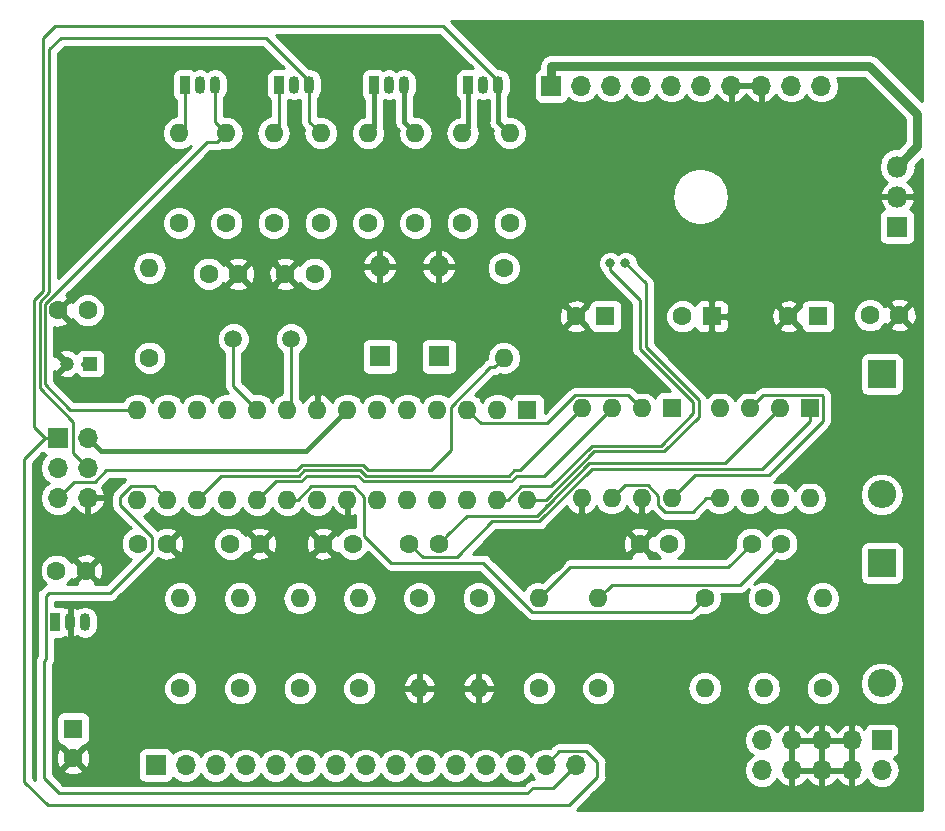
<source format=gbl>
G04 #@! TF.GenerationSoftware,KiCad,Pcbnew,(5.0.0)*
G04 #@! TF.CreationDate,2019-04-04T01:40:39-07:00*
G04 #@! TF.ProjectId,kicad-cpu-board,6B696361642D6370752D626F6172642E,rev?*
G04 #@! TF.SameCoordinates,Original*
G04 #@! TF.FileFunction,Copper,L2,Bot,Signal*
G04 #@! TF.FilePolarity,Positive*
%FSLAX46Y46*%
G04 Gerber Fmt 4.6, Leading zero omitted, Abs format (unit mm)*
G04 Created by KiCad (PCBNEW (5.0.0)) date 04/04/19 01:40:39*
%MOMM*%
%LPD*%
G01*
G04 APERTURE LIST*
G04 #@! TA.AperFunction,ComponentPad*
%ADD10R,1.600000X1.600000*%
G04 #@! TD*
G04 #@! TA.AperFunction,ComponentPad*
%ADD11O,1.600000X1.600000*%
G04 #@! TD*
G04 #@! TA.AperFunction,ComponentPad*
%ADD12C,1.600000*%
G04 #@! TD*
G04 #@! TA.AperFunction,ComponentPad*
%ADD13C,1.200000*%
G04 #@! TD*
G04 #@! TA.AperFunction,ComponentPad*
%ADD14R,1.200000X1.200000*%
G04 #@! TD*
G04 #@! TA.AperFunction,ComponentPad*
%ADD15O,1.800000X1.800000*%
G04 #@! TD*
G04 #@! TA.AperFunction,ComponentPad*
%ADD16R,1.800000X1.800000*%
G04 #@! TD*
G04 #@! TA.AperFunction,ComponentPad*
%ADD17R,2.400000X2.400000*%
G04 #@! TD*
G04 #@! TA.AperFunction,ComponentPad*
%ADD18O,2.400000X2.400000*%
G04 #@! TD*
G04 #@! TA.AperFunction,ComponentPad*
%ADD19O,1.700000X1.700000*%
G04 #@! TD*
G04 #@! TA.AperFunction,ComponentPad*
%ADD20R,1.700000X1.700000*%
G04 #@! TD*
G04 #@! TA.AperFunction,ComponentPad*
%ADD21O,0.900000X1.500000*%
G04 #@! TD*
G04 #@! TA.AperFunction,ComponentPad*
%ADD22R,0.900000X1.500000*%
G04 #@! TD*
G04 #@! TA.AperFunction,ComponentPad*
%ADD23C,1.500000*%
G04 #@! TD*
G04 #@! TA.AperFunction,ViaPad*
%ADD24C,4.000000*%
G04 #@! TD*
G04 #@! TA.AperFunction,ViaPad*
%ADD25C,0.800000*%
G04 #@! TD*
G04 #@! TA.AperFunction,Conductor*
%ADD26C,0.250000*%
G04 #@! TD*
G04 #@! TA.AperFunction,Conductor*
%ADD27C,0.400000*%
G04 #@! TD*
G04 #@! TA.AperFunction,Conductor*
%ADD28C,0.800000*%
G04 #@! TD*
G04 #@! TA.AperFunction,Conductor*
%ADD29C,0.254000*%
G04 #@! TD*
G04 APERTURE END LIST*
D10*
G04 #@! TO.P,U106,1*
G04 #@! TO.N,+5V*
X80200000Y-76900000D03*
D11*
G04 #@! TO.P,U106,5*
G04 #@! TO.N,GND*
X72580000Y-84520000D03*
G04 #@! TO.P,U106,2*
G04 #@! TO.N,CS3*
X77660000Y-76900000D03*
G04 #@! TO.P,U106,6*
G04 #@! TO.N,Net-(U105-Pad5)*
X75120000Y-84520000D03*
G04 #@! TO.P,U106,3*
G04 #@! TO.N,SCK*
X75120000Y-76900000D03*
G04 #@! TO.P,U106,7*
G04 #@! TO.N,GND*
X77660000Y-84520000D03*
G04 #@! TO.P,U106,4*
G04 #@! TO.N,MOSI*
X72580000Y-76900000D03*
G04 #@! TO.P,U106,8*
G04 #@! TO.N,Net-(U105-Pad3)*
X80200000Y-84520000D03*
G04 #@! TD*
D12*
G04 #@! TO.P,C115,1*
G04 #@! TO.N,+12V*
X97000000Y-69000000D03*
G04 #@! TO.P,C115,2*
G04 #@! TO.N,GND*
X99500000Y-69000000D03*
G04 #@! TD*
G04 #@! TO.P,C116,2*
G04 #@! TO.N,GND*
X30625001Y-90625001D03*
G04 #@! TO.P,C116,1*
G04 #@! TO.N,+12V*
X28125001Y-90625001D03*
G04 #@! TD*
D11*
G04 #@! TO.P,U103,28*
G04 #@! TO.N,ENC2*
X68000000Y-84620000D03*
G04 #@! TO.P,U103,14*
G04 #@! TO.N,CS2*
X34980000Y-77000000D03*
G04 #@! TO.P,U103,27*
G04 #@! TO.N,ENC1*
X65460000Y-84620000D03*
G04 #@! TO.P,U103,13*
G04 #@! TO.N,DIG3*
X37520000Y-77000000D03*
G04 #@! TO.P,U103,26*
G04 #@! TO.N,AD4*
X62920000Y-84620000D03*
G04 #@! TO.P,U103,12*
G04 #@! TO.N,DIG2*
X40060000Y-77000000D03*
G04 #@! TO.P,U103,25*
G04 #@! TO.N,AD3*
X60380000Y-84620000D03*
G04 #@! TO.P,U103,11*
G04 #@! TO.N,DIG1*
X42600000Y-77000000D03*
G04 #@! TO.P,U103,24*
G04 #@! TO.N,AD2*
X57840000Y-84620000D03*
G04 #@! TO.P,U103,10*
G04 #@! TO.N,Net-(C107-Pad2)*
X45140000Y-77000000D03*
G04 #@! TO.P,U103,23*
G04 #@! TO.N,AD1*
X55300000Y-84620000D03*
G04 #@! TO.P,U103,9*
G04 #@! TO.N,Net-(C105-Pad2)*
X47680000Y-77000000D03*
G04 #@! TO.P,U103,22*
G04 #@! TO.N,GND*
X52760000Y-84620000D03*
G04 #@! TO.P,U103,8*
X50220000Y-77000000D03*
G04 #@! TO.P,U103,21*
G04 #@! TO.N,Net-(C106-Pad1)*
X50220000Y-84620000D03*
G04 #@! TO.P,U103,7*
G04 #@! TO.N,+5V*
X52760000Y-77000000D03*
G04 #@! TO.P,U103,20*
G04 #@! TO.N,Net-(C104-Pad1)*
X47680000Y-84620000D03*
G04 #@! TO.P,U103,6*
G04 #@! TO.N,ResetIn*
X55300000Y-77000000D03*
G04 #@! TO.P,U103,19*
G04 #@! TO.N,SCK*
X45140000Y-84620000D03*
G04 #@! TO.P,U103,5*
G04 #@! TO.N,ClockIn*
X57840000Y-77000000D03*
G04 #@! TO.P,U103,18*
G04 #@! TO.N,MISO*
X42600000Y-84620000D03*
G04 #@! TO.P,U103,4*
G04 #@! TO.N,Net-(D102-Pad1)*
X60380000Y-77000000D03*
G04 #@! TO.P,U103,17*
G04 #@! TO.N,MOSI*
X40060000Y-84620000D03*
G04 #@! TO.P,U103,3*
G04 #@! TO.N,CS3*
X62920000Y-77000000D03*
G04 #@! TO.P,U103,16*
G04 #@! TO.N,CS0*
X37520000Y-84620000D03*
G04 #@! TO.P,U103,2*
G04 #@! TO.N,Net-(D101-Pad1)*
X65460000Y-77000000D03*
G04 #@! TO.P,U103,15*
G04 #@! TO.N,CS1*
X34980000Y-84620000D03*
D10*
G04 #@! TO.P,U103,1*
G04 #@! TO.N,RESET*
X68000000Y-77000000D03*
G04 #@! TD*
D12*
G04 #@! TO.P,C101,2*
G04 #@! TO.N,GND*
X72100000Y-69100000D03*
D10*
G04 #@! TO.P,C101,1*
G04 #@! TO.N,+5V*
X74600000Y-69100000D03*
G04 #@! TD*
D13*
G04 #@! TO.P,C102,2*
G04 #@! TO.N,GND*
X29000000Y-73100000D03*
D14*
G04 #@! TO.P,C102,1*
G04 #@! TO.N,+5V*
X31000000Y-73100000D03*
G04 #@! TD*
D12*
G04 #@! TO.P,C103,1*
G04 #@! TO.N,+5V*
X80000000Y-88350000D03*
G04 #@! TO.P,C103,2*
G04 #@! TO.N,GND*
X77500000Y-88350000D03*
G04 #@! TD*
G04 #@! TO.P,C104,2*
G04 #@! TO.N,GND*
X45350000Y-88350000D03*
G04 #@! TO.P,C104,1*
G04 #@! TO.N,Net-(C104-Pad1)*
X42850000Y-88350000D03*
G04 #@! TD*
G04 #@! TO.P,C105,2*
G04 #@! TO.N,Net-(C105-Pad2)*
X50000000Y-65500000D03*
G04 #@! TO.P,C105,1*
G04 #@! TO.N,GND*
X47500000Y-65500000D03*
G04 #@! TD*
G04 #@! TO.P,C106,1*
G04 #@! TO.N,Net-(C106-Pad1)*
X53200000Y-88350000D03*
G04 #@! TO.P,C106,2*
G04 #@! TO.N,GND*
X50700000Y-88350000D03*
G04 #@! TD*
G04 #@! TO.P,C107,2*
G04 #@! TO.N,Net-(C107-Pad2)*
X41000000Y-65500000D03*
G04 #@! TO.P,C107,1*
G04 #@! TO.N,GND*
X43500000Y-65500000D03*
G04 #@! TD*
D10*
G04 #@! TO.P,C108,1*
G04 #@! TO.N,+3V3*
X29525000Y-104000000D03*
D12*
G04 #@! TO.P,C108,2*
G04 #@! TO.N,GND*
X29525000Y-106500000D03*
G04 #@! TD*
G04 #@! TO.P,C109,2*
G04 #@! TO.N,GND*
X90100000Y-69100000D03*
D10*
G04 #@! TO.P,C109,1*
G04 #@! TO.N,+12V*
X92600000Y-69100000D03*
G04 #@! TD*
G04 #@! TO.P,C110,1*
G04 #@! TO.N,GND*
X83600000Y-69100000D03*
D12*
G04 #@! TO.P,C110,2*
G04 #@! TO.N,-12VA*
X81100000Y-69100000D03*
G04 #@! TD*
G04 #@! TO.P,C111,2*
G04 #@! TO.N,+3V3*
X30775000Y-68600000D03*
G04 #@! TO.P,C111,1*
G04 #@! TO.N,GND*
X28275000Y-68600000D03*
G04 #@! TD*
G04 #@! TO.P,C112,2*
G04 #@! TO.N,GND*
X37500000Y-88350000D03*
G04 #@! TO.P,C112,1*
G04 #@! TO.N,+5V*
X35000000Y-88350000D03*
G04 #@! TD*
G04 #@! TO.P,C113,1*
G04 #@! TO.N,Net-(C113-Pad1)*
X58000000Y-88350000D03*
G04 #@! TO.P,C113,2*
G04 #@! TO.N,Net-(C113-Pad2)*
X60500000Y-88350000D03*
G04 #@! TD*
G04 #@! TO.P,C114,2*
G04 #@! TO.N,Net-(C114-Pad2)*
X87000000Y-88350000D03*
G04 #@! TO.P,C114,1*
G04 #@! TO.N,Net-(C114-Pad1)*
X89500000Y-88350000D03*
G04 #@! TD*
D15*
G04 #@! TO.P,D101,2*
G04 #@! TO.N,GND*
X60500000Y-64880000D03*
D16*
G04 #@! TO.P,D101,1*
G04 #@! TO.N,Net-(D101-Pad1)*
X60500000Y-72500000D03*
G04 #@! TD*
G04 #@! TO.P,D102,1*
G04 #@! TO.N,Net-(D102-Pad1)*
X55500000Y-72500000D03*
D15*
G04 #@! TO.P,D102,2*
G04 #@! TO.N,GND*
X55500000Y-64880000D03*
G04 #@! TD*
D17*
G04 #@! TO.P,D103,1*
G04 #@! TO.N,Net-(D103-Pad1)*
X98000000Y-74000000D03*
D18*
G04 #@! TO.P,D103,2*
G04 #@! TO.N,Net-(D103-Pad2)*
X98000000Y-84160000D03*
G04 #@! TD*
G04 #@! TO.P,D104,2*
G04 #@! TO.N,Net-(D104-Pad2)*
X98000000Y-100160000D03*
D17*
G04 #@! TO.P,D104,1*
G04 #@! TO.N,Net-(D104-Pad1)*
X98000000Y-90000000D03*
G04 #@! TD*
D19*
G04 #@! TO.P,J101,6*
G04 #@! TO.N,GND*
X30790000Y-84480000D03*
G04 #@! TO.P,J101,5*
G04 #@! TO.N,RESET*
X28250000Y-84480000D03*
G04 #@! TO.P,J101,4*
G04 #@! TO.N,MOSI*
X30790000Y-81940000D03*
G04 #@! TO.P,J101,3*
G04 #@! TO.N,SCK*
X28250000Y-81940000D03*
G04 #@! TO.P,J101,2*
G04 #@! TO.N,+5V*
X30790000Y-79400000D03*
D20*
G04 #@! TO.P,J101,1*
G04 #@! TO.N,MISO*
X28250000Y-79400000D03*
G04 #@! TD*
D19*
G04 #@! TO.P,J102,10*
G04 #@! TO.N,ENC1*
X92875993Y-49594547D03*
G04 #@! TO.P,J102,9*
G04 #@! TO.N,ENC2*
X90335993Y-49594547D03*
G04 #@! TO.P,J102,8*
G04 #@! TO.N,GND*
X87795993Y-49594547D03*
G04 #@! TO.P,J102,7*
X85255993Y-49594547D03*
G04 #@! TO.P,J102,6*
G04 #@! TO.N,DIG3*
X82715993Y-49594547D03*
G04 #@! TO.P,J102,5*
G04 #@! TO.N,DIG2*
X80175993Y-49594547D03*
G04 #@! TO.P,J102,4*
G04 #@! TO.N,DIG1*
X77635993Y-49594547D03*
G04 #@! TO.P,J102,3*
G04 #@! TO.N,CS1*
X75095993Y-49594547D03*
G04 #@! TO.P,J102,2*
G04 #@! TO.N,SCK*
X72555993Y-49594547D03*
D20*
G04 #@! TO.P,J102,1*
G04 #@! TO.N,+5V*
X70015993Y-49594547D03*
G04 #@! TD*
D19*
G04 #@! TO.P,J103,15*
G04 #@! TO.N,CS0*
X72075993Y-107094547D03*
G04 #@! TO.P,J103,14*
G04 #@! TO.N,MISO*
X69535993Y-107094547D03*
G04 #@! TO.P,J103,13*
G04 #@! TO.N,MOSI*
X66995993Y-107094547D03*
G04 #@! TO.P,J103,12*
G04 #@! TO.N,SCK*
X64455993Y-107094547D03*
G04 #@! TO.P,J103,11*
G04 #@! TO.N,CS1*
X61915993Y-107094547D03*
G04 #@! TO.P,J103,10*
G04 #@! TO.N,ClockIn*
X59375993Y-107094547D03*
G04 #@! TO.P,J103,9*
G04 #@! TO.N,ResetIn*
X56835993Y-107094547D03*
G04 #@! TO.P,J103,8*
G04 #@! TO.N,CV*
X54295993Y-107094547D03*
G04 #@! TO.P,J103,7*
G04 #@! TO.N,Pitch*
X51755993Y-107094547D03*
G04 #@! TO.P,J103,6*
G04 #@! TO.N,ClockOut*
X49215993Y-107094547D03*
G04 #@! TO.P,J103,5*
G04 #@! TO.N,Gate*
X46675993Y-107094547D03*
G04 #@! TO.P,J103,4*
G04 #@! TO.N,AD4*
X44135993Y-107094547D03*
G04 #@! TO.P,J103,3*
G04 #@! TO.N,AD3*
X41595993Y-107094547D03*
G04 #@! TO.P,J103,2*
G04 #@! TO.N,AD2*
X39055993Y-107094547D03*
D20*
G04 #@! TO.P,J103,1*
G04 #@! TO.N,AD1*
X36515993Y-107094547D03*
G04 #@! TD*
D19*
G04 #@! TO.P,J104,10*
G04 #@! TO.N,Net-(D104-Pad1)*
X87840000Y-107540000D03*
G04 #@! TO.P,J104,9*
X87840000Y-105000000D03*
G04 #@! TO.P,J104,8*
G04 #@! TO.N,GND*
X90380000Y-107540000D03*
G04 #@! TO.P,J104,7*
X90380000Y-105000000D03*
G04 #@! TO.P,J104,6*
X92920000Y-107540000D03*
G04 #@! TO.P,J104,5*
X92920000Y-105000000D03*
G04 #@! TO.P,J104,4*
X95460000Y-107540000D03*
G04 #@! TO.P,J104,3*
X95460000Y-105000000D03*
G04 #@! TO.P,J104,2*
G04 #@! TO.N,Net-(D103-Pad2)*
X98000000Y-107540000D03*
D20*
G04 #@! TO.P,J104,1*
X98000000Y-105000000D03*
G04 #@! TD*
D11*
G04 #@! TO.P,L101,2*
G04 #@! TO.N,+5V*
X83000000Y-100570000D03*
D12*
G04 #@! TO.P,L101,1*
G04 #@! TO.N,Net-(C104-Pad1)*
X83000000Y-92950000D03*
G04 #@! TD*
D11*
G04 #@! TO.P,L102,2*
G04 #@! TO.N,Net-(D103-Pad1)*
X93000000Y-92980000D03*
D12*
G04 #@! TO.P,L102,1*
G04 #@! TO.N,+12V*
X93000000Y-100600000D03*
G04 #@! TD*
G04 #@! TO.P,L103,1*
G04 #@! TO.N,-12VA*
X88000000Y-92950000D03*
D11*
G04 #@! TO.P,L103,2*
G04 #@! TO.N,Net-(D104-Pad2)*
X88000000Y-100570000D03*
G04 #@! TD*
D21*
G04 #@! TO.P,Q101,2*
G04 #@! TO.N,+3V3*
X64270000Y-49500000D03*
G04 #@! TO.P,Q101,3*
G04 #@! TO.N,MISO*
X65540000Y-49500000D03*
D22*
G04 #@! TO.P,Q101,1*
G04 #@! TO.N,Net-(Q101-Pad1)*
X63000000Y-49500000D03*
G04 #@! TD*
D21*
G04 #@! TO.P,Q102,2*
G04 #@! TO.N,+3V3*
X48270000Y-49500000D03*
G04 #@! TO.P,Q102,3*
G04 #@! TO.N,MOSI*
X49540000Y-49500000D03*
D22*
G04 #@! TO.P,Q102,1*
G04 #@! TO.N,Net-(Q102-Pad1)*
X47000000Y-49500000D03*
G04 #@! TD*
G04 #@! TO.P,Q103,1*
G04 #@! TO.N,Net-(Q103-Pad1)*
X39000000Y-49500000D03*
D21*
G04 #@! TO.P,Q103,3*
G04 #@! TO.N,CS2*
X41540000Y-49500000D03*
G04 #@! TO.P,Q103,2*
G04 #@! TO.N,+3V3*
X40270000Y-49500000D03*
G04 #@! TD*
D22*
G04 #@! TO.P,Q104,1*
G04 #@! TO.N,Net-(Q104-Pad1)*
X55000000Y-49500000D03*
D21*
G04 #@! TO.P,Q104,3*
G04 #@! TO.N,SCK*
X57540000Y-49500000D03*
G04 #@! TO.P,Q104,2*
G04 #@! TO.N,+3V3*
X56270000Y-49500000D03*
G04 #@! TD*
D12*
G04 #@! TO.P,R101,1*
G04 #@! TO.N,Net-(C107-Pad2)*
X36000000Y-72600000D03*
D11*
G04 #@! TO.P,R101,2*
G04 #@! TO.N,Net-(C105-Pad2)*
X36000000Y-64980000D03*
G04 #@! TD*
D12*
G04 #@! TO.P,R102,1*
G04 #@! TO.N,+5V*
X66000000Y-65000000D03*
D11*
G04 #@! TO.P,R102,2*
G04 #@! TO.N,RESET*
X66000000Y-72620000D03*
G04 #@! TD*
D12*
G04 #@! TO.P,R103,1*
G04 #@! TO.N,Gate*
X38600000Y-100600000D03*
D11*
G04 #@! TO.P,R103,2*
G04 #@! TO.N,Net-(D101-Pad1)*
X38600000Y-92980000D03*
G04 #@! TD*
G04 #@! TO.P,R104,2*
G04 #@! TO.N,Net-(Q101-Pad1)*
X62500000Y-53580000D03*
D12*
G04 #@! TO.P,R104,1*
G04 #@! TO.N,+3V3*
X62500000Y-61200000D03*
G04 #@! TD*
D11*
G04 #@! TO.P,R105,2*
G04 #@! TO.N,MISO*
X66500000Y-53580000D03*
D12*
G04 #@! TO.P,R105,1*
G04 #@! TO.N,+5V*
X66500000Y-61200000D03*
G04 #@! TD*
G04 #@! TO.P,R106,1*
G04 #@! TO.N,+3V3*
X46500000Y-61200000D03*
D11*
G04 #@! TO.P,R106,2*
G04 #@! TO.N,Net-(Q102-Pad1)*
X46500000Y-53580000D03*
G04 #@! TD*
G04 #@! TO.P,R107,2*
G04 #@! TO.N,MOSI*
X50500000Y-53580000D03*
D12*
G04 #@! TO.P,R107,1*
G04 #@! TO.N,+5V*
X50500000Y-61200000D03*
G04 #@! TD*
D11*
G04 #@! TO.P,R108,2*
G04 #@! TO.N,Net-(D102-Pad1)*
X43657142Y-92980000D03*
D12*
G04 #@! TO.P,R108,1*
G04 #@! TO.N,ClockOut*
X43657142Y-100600000D03*
G04 #@! TD*
D11*
G04 #@! TO.P,R109,2*
G04 #@! TO.N,Net-(Q103-Pad1)*
X38500000Y-53580000D03*
D12*
G04 #@! TO.P,R109,1*
G04 #@! TO.N,+3V3*
X38500000Y-61200000D03*
G04 #@! TD*
G04 #@! TO.P,R110,1*
G04 #@! TO.N,+5V*
X42500000Y-61200000D03*
D11*
G04 #@! TO.P,R110,2*
G04 #@! TO.N,CS2*
X42500000Y-53580000D03*
G04 #@! TD*
G04 #@! TO.P,R111,2*
G04 #@! TO.N,Net-(Q104-Pad1)*
X54500000Y-53580000D03*
D12*
G04 #@! TO.P,R111,1*
G04 #@! TO.N,+3V3*
X54500000Y-61200000D03*
G04 #@! TD*
G04 #@! TO.P,R112,1*
G04 #@! TO.N,+5V*
X58500000Y-61200000D03*
D11*
G04 #@! TO.P,R112,2*
G04 #@! TO.N,SCK*
X58500000Y-53580000D03*
G04 #@! TD*
G04 #@! TO.P,R113,2*
G04 #@! TO.N,Net-(C113-Pad1)*
X48714284Y-92980000D03*
D12*
G04 #@! TO.P,R113,1*
G04 #@! TO.N,Pitch*
X48714284Y-100600000D03*
G04 #@! TD*
G04 #@! TO.P,R114,1*
G04 #@! TO.N,Net-(C113-Pad2)*
X58828568Y-92950000D03*
D11*
G04 #@! TO.P,R114,2*
G04 #@! TO.N,GND*
X58828568Y-100570000D03*
G04 #@! TD*
G04 #@! TO.P,R115,2*
G04 #@! TO.N,Net-(C113-Pad2)*
X53771426Y-92980000D03*
D12*
G04 #@! TO.P,R115,1*
G04 #@! TO.N,Pitch*
X53771426Y-100600000D03*
G04 #@! TD*
G04 #@! TO.P,R116,1*
G04 #@! TO.N,CV*
X74000000Y-100600000D03*
D11*
G04 #@! TO.P,R116,2*
G04 #@! TO.N,Net-(C114-Pad1)*
X74000000Y-92980000D03*
G04 #@! TD*
G04 #@! TO.P,R117,2*
G04 #@! TO.N,GND*
X63885710Y-100570000D03*
D12*
G04 #@! TO.P,R117,1*
G04 #@! TO.N,Net-(C114-Pad2)*
X63885710Y-92950000D03*
G04 #@! TD*
G04 #@! TO.P,R118,1*
G04 #@! TO.N,CV*
X68942852Y-100600000D03*
D11*
G04 #@! TO.P,R118,2*
G04 #@! TO.N,Net-(C114-Pad2)*
X68942852Y-92980000D03*
G04 #@! TD*
D15*
G04 #@! TO.P,U101,3*
G04 #@! TO.N,+5V*
X99300000Y-56420000D03*
G04 #@! TO.P,U101,2*
G04 #@! TO.N,GND*
X99300000Y-58960000D03*
D16*
G04 #@! TO.P,U101,1*
G04 #@! TO.N,+12V*
X99300000Y-61500000D03*
G04 #@! TD*
D22*
G04 #@! TO.P,U102,1*
G04 #@! TO.N,+3V3*
X28000000Y-95000000D03*
D21*
G04 #@! TO.P,U102,3*
G04 #@! TO.N,+12V*
X30540000Y-95000000D03*
G04 #@! TO.P,U102,2*
G04 #@! TO.N,GND*
X29270000Y-95000000D03*
G04 #@! TD*
D11*
G04 #@! TO.P,U105,8*
G04 #@! TO.N,+12V*
X91900000Y-84520000D03*
G04 #@! TO.P,U105,4*
G04 #@! TO.N,-12VA*
X84280000Y-76900000D03*
G04 #@! TO.P,U105,7*
G04 #@! TO.N,Net-(C114-Pad1)*
X89360000Y-84520000D03*
G04 #@! TO.P,U105,3*
G04 #@! TO.N,Net-(U105-Pad3)*
X86820000Y-76900000D03*
G04 #@! TO.P,U105,6*
G04 #@! TO.N,Net-(C114-Pad2)*
X86820000Y-84520000D03*
G04 #@! TO.P,U105,2*
G04 #@! TO.N,Net-(C113-Pad2)*
X89360000Y-76900000D03*
G04 #@! TO.P,U105,5*
G04 #@! TO.N,Net-(U105-Pad5)*
X84280000Y-84520000D03*
D10*
G04 #@! TO.P,U105,1*
G04 #@! TO.N,Net-(C113-Pad1)*
X91900000Y-76900000D03*
G04 #@! TD*
D23*
G04 #@! TO.P,Y101,2*
G04 #@! TO.N,Net-(C107-Pad2)*
X43100000Y-71000000D03*
G04 #@! TO.P,Y101,1*
G04 #@! TO.N,Net-(C105-Pad2)*
X48000000Y-71000000D03*
G04 #@! TD*
D24*
G04 #@! TO.N,GND*
X69500000Y-89050000D03*
D25*
G04 #@! TO.N,ENC1*
X75000000Y-64600000D03*
G04 #@! TO.N,ENC2*
X76300000Y-64600000D03*
G04 #@! TD*
D26*
G04 #@! TO.N,GND*
X28332500Y-68657500D02*
X28275000Y-68600000D01*
D27*
G04 #@! TO.N,+5V*
X30600000Y-73100000D02*
X30332500Y-73100000D01*
X52760000Y-77000000D02*
X49260000Y-80500000D01*
X31890000Y-80500000D02*
X30790000Y-79400000D01*
X49260000Y-80500000D02*
X31890000Y-80500000D01*
D28*
X96922272Y-47922272D02*
X73372998Y-47922272D01*
X101000000Y-52000000D02*
X96922272Y-47922272D01*
X101000000Y-54720000D02*
X101000000Y-52000000D01*
X99300000Y-56420000D02*
X101000000Y-54720000D01*
X70038268Y-47922272D02*
X71500000Y-47922272D01*
X70015993Y-47944547D02*
X70038268Y-47922272D01*
X70015993Y-49594547D02*
X70015993Y-47944547D01*
X73372998Y-47922272D02*
X71500000Y-47922272D01*
X71500000Y-47922272D02*
X71377728Y-47922272D01*
D26*
G04 #@! TO.N,Net-(C104-Pad1)*
X81844999Y-94105001D02*
X83000000Y-92950000D01*
X56465011Y-89950009D02*
X64247859Y-89950009D01*
X54174999Y-84369997D02*
X54174999Y-87659997D01*
X53300001Y-83494999D02*
X54174999Y-84369997D01*
X48554998Y-84620000D02*
X49679999Y-83494999D01*
X68402851Y-94105001D02*
X81844999Y-94105001D01*
X47680000Y-84620000D02*
X48554998Y-84620000D01*
X54174999Y-87659997D02*
X56465011Y-89950009D01*
X64247859Y-89950009D02*
X68402851Y-94105001D01*
X49679999Y-83494999D02*
X53300001Y-83494999D01*
G04 #@! TO.N,Net-(C105-Pad2)*
X48000000Y-76680000D02*
X47680000Y-77000000D01*
X48000000Y-71000000D02*
X48000000Y-76680000D01*
G04 #@! TO.N,Net-(C107-Pad2)*
X43100000Y-74960000D02*
X45140000Y-77000000D01*
X43100000Y-71000000D02*
X43100000Y-74960000D01*
G04 #@! TO.N,Net-(C113-Pad1)*
X58000000Y-88350000D02*
X59125001Y-89475001D01*
X65024991Y-86450010D02*
X62000000Y-89475001D01*
X87850000Y-82000000D02*
X73434998Y-82000000D01*
X68984987Y-86450010D02*
X65024991Y-86450010D01*
X91900000Y-77950000D02*
X87850000Y-82000000D01*
X73434998Y-82000000D02*
X68984987Y-86450010D01*
X91900000Y-76900000D02*
X91900000Y-77950000D01*
X59125001Y-89475001D02*
X62000000Y-89475001D01*
G04 #@! TO.N,Net-(C113-Pad2)*
X73248597Y-81549991D02*
X69728576Y-85070011D01*
X69728576Y-85070011D02*
X69566399Y-85070011D01*
X84710010Y-81549990D02*
X73248597Y-81549991D01*
X89360000Y-76900000D02*
X84710010Y-81549990D01*
X62850000Y-86000000D02*
X61299999Y-87550001D01*
X61299999Y-87550001D02*
X60500000Y-88350000D01*
X68798587Y-86000000D02*
X62850000Y-86000000D01*
X69728576Y-85070011D02*
X68798587Y-86000000D01*
G04 #@! TO.N,Net-(C114-Pad2)*
X87000000Y-88350000D02*
X85000000Y-90350000D01*
X71572852Y-90350000D02*
X68942852Y-92980000D01*
X85000000Y-90350000D02*
X71572852Y-90350000D01*
G04 #@! TO.N,Net-(C114-Pad1)*
X74799999Y-92180001D02*
X74000000Y-92980000D01*
X75155001Y-91824999D02*
X74799999Y-92180001D01*
X86025001Y-91824999D02*
X75155001Y-91824999D01*
X89500000Y-88350000D02*
X86025001Y-91824999D01*
G04 #@! TO.N,RESET*
X29099999Y-83630001D02*
X28250000Y-84480000D01*
X29614999Y-83115001D02*
X29099999Y-83630001D01*
X32324036Y-82144966D02*
X31354001Y-83115001D01*
X31354001Y-83115001D02*
X29614999Y-83115001D01*
X48934399Y-81694955D02*
X48484388Y-82144966D01*
X54045601Y-81694955D02*
X48934399Y-81694955D01*
X54495611Y-82144966D02*
X54045601Y-81694955D01*
X48484388Y-82144966D02*
X32324036Y-82144966D01*
X61505001Y-80439965D02*
X59800000Y-82144966D01*
X61505001Y-76749997D02*
X61505001Y-80439965D01*
X64834999Y-73419999D02*
X61505001Y-76749997D01*
X65200001Y-73419999D02*
X64834999Y-73419999D01*
X66000000Y-72620000D02*
X65200001Y-73419999D01*
X59800000Y-82144966D02*
X54495611Y-82144966D01*
G04 #@! TO.N,MOSI*
X49540000Y-52620000D02*
X50500000Y-53580000D01*
X49540000Y-49500000D02*
X49540000Y-52620000D01*
X29514999Y-80664999D02*
X29514999Y-78014999D01*
X30790000Y-81940000D02*
X29514999Y-80664999D01*
X49540000Y-49200000D02*
X45840000Y-45500000D01*
X49540000Y-49500000D02*
X49540000Y-49200000D01*
X45840000Y-45500000D02*
X28500000Y-45500000D01*
X27500000Y-46500000D02*
X27500000Y-67073587D01*
X28500000Y-45500000D02*
X27500000Y-46500000D01*
X27500000Y-67073587D02*
X26699988Y-67873599D01*
X26699988Y-67873599D02*
X26699988Y-75199988D01*
X26699988Y-75199988D02*
X29514999Y-78014999D01*
X72580000Y-76900000D02*
X67335034Y-82144966D01*
X67335034Y-82144966D02*
X66900799Y-82144966D01*
X66900799Y-82144966D02*
X66450789Y-82594977D01*
X49120799Y-82144966D02*
X48670789Y-82594977D01*
X53859201Y-82144966D02*
X49120799Y-82144966D01*
X54309211Y-82594977D02*
X53859201Y-82144966D01*
X40859999Y-83820001D02*
X40060000Y-84620000D01*
X48670789Y-82594977D02*
X42085023Y-82594977D01*
X42085023Y-82594977D02*
X40859999Y-83820001D01*
X66450789Y-82594977D02*
X54309211Y-82594977D01*
D27*
G04 #@! TO.N,SCK*
X57540000Y-52620000D02*
X58500000Y-53580000D01*
X57540000Y-49500000D02*
X57540000Y-52620000D01*
D26*
X48857188Y-83044988D02*
X46715012Y-83044988D01*
X66637188Y-83044988D02*
X54122811Y-83044988D01*
X69425023Y-82594977D02*
X67087199Y-82594977D01*
X46715012Y-83044988D02*
X45939999Y-83820001D01*
X53672801Y-82594977D02*
X49307199Y-82594977D01*
X67087199Y-82594977D02*
X66637188Y-83044988D01*
X75120000Y-76900000D02*
X69425023Y-82594977D01*
X45939999Y-83820001D02*
X45140000Y-84620000D01*
X49307199Y-82594977D02*
X48857188Y-83044988D01*
X54122811Y-83044988D02*
X53672801Y-82594977D01*
D27*
G04 #@! TO.N,MISO*
X65540000Y-52620000D02*
X66500000Y-53580000D01*
X65540000Y-49500000D02*
X65540000Y-52620000D01*
D26*
X28000000Y-44500000D02*
X60840000Y-44500000D01*
X28250000Y-79400000D02*
X27150000Y-79400000D01*
X65540000Y-49200000D02*
X65540000Y-49500000D01*
X26249977Y-78499977D02*
X26249977Y-67687199D01*
X60840000Y-44500000D02*
X65540000Y-49200000D01*
X27000000Y-66937177D02*
X27000000Y-45500000D01*
X27000000Y-45500000D02*
X28000000Y-44500000D01*
X27150000Y-79400000D02*
X26249977Y-78499977D01*
X26249977Y-67687199D02*
X27000000Y-66937177D01*
X70710994Y-105919546D02*
X69535993Y-107094547D01*
X73000000Y-105919546D02*
X70710994Y-105919546D01*
X73919546Y-106839092D02*
X73000000Y-105919546D01*
X73919546Y-108080454D02*
X73919546Y-106839092D01*
X71500000Y-110500000D02*
X73000000Y-109000000D01*
X73000000Y-109000000D02*
X73919546Y-108080454D01*
X27150000Y-79400000D02*
X25374990Y-81175010D01*
X25374990Y-81175010D02*
X25374990Y-108500000D01*
X25374990Y-108500000D02*
X27374990Y-110500000D01*
X27374990Y-110500000D02*
X71500000Y-110500000D01*
G04 #@! TO.N,ENC1*
X65460000Y-84620000D02*
X66334998Y-84620000D01*
X66334998Y-84620000D02*
X67459999Y-83494999D01*
X67459999Y-83494999D02*
X70030767Y-83494999D01*
X79317007Y-80049991D02*
X82049989Y-77317009D01*
X73475775Y-80049991D02*
X79317007Y-80049991D01*
X70030767Y-83494999D02*
X73475775Y-80049991D01*
X77549989Y-71884987D02*
X77549989Y-71500000D01*
X82049989Y-76384987D02*
X77549989Y-71884987D01*
X82049989Y-77317009D02*
X82049989Y-76384987D01*
X77549989Y-67715674D02*
X77549989Y-68200000D01*
X75000000Y-65165685D02*
X77549989Y-67715674D01*
X75000000Y-64600000D02*
X75000000Y-65165685D01*
X77549989Y-71500000D02*
X77549989Y-68200000D01*
X77549989Y-68200000D02*
X77549989Y-68049989D01*
G04 #@! TO.N,ENC2*
X69542176Y-84620000D02*
X73662176Y-80500000D01*
X68000000Y-84620000D02*
X69542176Y-84620000D01*
X79601413Y-80500000D02*
X73662176Y-80500000D01*
X82500000Y-77601413D02*
X79601413Y-80500000D01*
X82500000Y-76198587D02*
X82500000Y-76500000D01*
X78000000Y-71698587D02*
X82500000Y-76198587D01*
X82500000Y-76500000D02*
X82500000Y-77601413D01*
X78000000Y-67813002D02*
X78000000Y-71698587D01*
X78000000Y-67813002D02*
X78000000Y-66300000D01*
X78000000Y-66300000D02*
X76300000Y-64600000D01*
G04 #@! TO.N,CS0*
X27049989Y-108186401D02*
X28363589Y-109500000D01*
X27224999Y-98138590D02*
X27049989Y-98313600D01*
X27500000Y-92500000D02*
X27224999Y-92775001D01*
X32663002Y-92500000D02*
X27500000Y-92500000D01*
X36394999Y-83494999D02*
X34439999Y-83494999D01*
X36225001Y-88938001D02*
X32663002Y-92500000D01*
X37520000Y-84620000D02*
X36394999Y-83494999D01*
X27049989Y-98313600D02*
X27049989Y-108186401D01*
X34439999Y-83494999D02*
X33500000Y-84434998D01*
X33500000Y-84434998D02*
X33500000Y-85036998D01*
X27224999Y-92775001D02*
X27224999Y-98138590D01*
X36225001Y-87761999D02*
X36225001Y-88938001D01*
X33500000Y-85036998D02*
X36225001Y-87761999D01*
X68500000Y-109000000D02*
X68000000Y-109500000D01*
X70170540Y-109000000D02*
X68500000Y-109000000D01*
X72075993Y-107094547D02*
X70170540Y-109000000D01*
X28363589Y-109500000D02*
X68000000Y-109500000D01*
D27*
G04 #@! TO.N,Net-(Q101-Pad1)*
X63000000Y-53080000D02*
X62500000Y-53580000D01*
X63000000Y-49500000D02*
X63000000Y-53080000D01*
D26*
G04 #@! TO.N,Net-(Q102-Pad1)*
X47000000Y-53080000D02*
X46500000Y-53580000D01*
X47000000Y-49500000D02*
X47000000Y-53080000D01*
G04 #@! TO.N,Net-(Q103-Pad1)*
X39000000Y-53080000D02*
X38500000Y-53580000D01*
X39000000Y-49500000D02*
X39000000Y-53080000D01*
G04 #@! TO.N,CS2*
X41540000Y-52620000D02*
X42500000Y-53580000D01*
X41540000Y-49500000D02*
X41540000Y-52620000D01*
X33848630Y-77000000D02*
X34980000Y-77000000D01*
X31530998Y-77000000D02*
X31700000Y-77000000D01*
X31700000Y-77000000D02*
X33848630Y-77000000D01*
X41700001Y-54379999D02*
X42500000Y-53580000D01*
X40829999Y-54379999D02*
X41700001Y-54379999D01*
X27149999Y-68059999D02*
X40829999Y-54379999D01*
X27149999Y-74849999D02*
X27149999Y-68059999D01*
X31700000Y-77000000D02*
X29300000Y-77000000D01*
X29300000Y-77000000D02*
X27149999Y-74849999D01*
D27*
G04 #@! TO.N,Net-(Q104-Pad1)*
X55000000Y-53080000D02*
X54500000Y-53580000D01*
X55000000Y-49500000D02*
X55000000Y-53080000D01*
D26*
G04 #@! TO.N,Net-(U105-Pad3)*
X93025001Y-77960001D02*
X88485002Y-82500000D01*
X93025001Y-75839999D02*
X93025001Y-77960001D01*
X92960001Y-75774999D02*
X93025001Y-75839999D01*
X86820000Y-76900000D02*
X87945001Y-75774999D01*
X87945001Y-75774999D02*
X92960001Y-75774999D01*
X82220000Y-82500000D02*
X80200000Y-84520000D01*
X88485002Y-82500000D02*
X82220000Y-82500000D01*
G04 #@! TO.N,Net-(U105-Pad5)*
X75919999Y-83720001D02*
X75120000Y-84520000D01*
X78200001Y-83394999D02*
X76245001Y-83394999D01*
X79074999Y-84269997D02*
X78200001Y-83394999D01*
X79074999Y-85060001D02*
X79074999Y-84269997D01*
X79659999Y-85645001D02*
X79074999Y-85060001D01*
X82023629Y-85645001D02*
X79659999Y-85645001D01*
X76245001Y-83394999D02*
X75919999Y-83720001D01*
X83148630Y-84520000D02*
X82023629Y-85645001D01*
X84280000Y-84520000D02*
X83148630Y-84520000D01*
G04 #@! TO.N,CS3*
X76534999Y-75774999D02*
X77341795Y-76581795D01*
X72039999Y-75774999D02*
X76534999Y-75774999D01*
X69689997Y-78125001D02*
X72039999Y-75774999D01*
X64045001Y-78125001D02*
X69689997Y-78125001D01*
X62920000Y-77000000D02*
X64045001Y-78125001D01*
G04 #@! TD*
D29*
G04 #@! TO.N,GND*
G36*
X101373000Y-50909289D02*
X97726209Y-47262499D01*
X97668465Y-47176079D01*
X97326109Y-46947324D01*
X97024207Y-46887272D01*
X97024206Y-46887272D01*
X96922272Y-46866996D01*
X96820338Y-46887272D01*
X70140202Y-46887272D01*
X70038268Y-46866996D01*
X69936334Y-46887272D01*
X69936333Y-46887272D01*
X69634431Y-46947324D01*
X69292075Y-47176079D01*
X69283152Y-47189433D01*
X69269801Y-47198354D01*
X69212059Y-47284771D01*
X69041045Y-47540711D01*
X68960717Y-47944547D01*
X68980994Y-48046486D01*
X68980994Y-48133905D01*
X68918228Y-48146390D01*
X68708184Y-48286738D01*
X68567836Y-48496782D01*
X68518553Y-48744547D01*
X68518553Y-50444547D01*
X68567836Y-50692312D01*
X68708184Y-50902356D01*
X68918228Y-51042704D01*
X69165993Y-51091987D01*
X70865993Y-51091987D01*
X71113758Y-51042704D01*
X71323802Y-50902356D01*
X71464150Y-50692312D01*
X71473177Y-50646928D01*
X71485368Y-50665172D01*
X71976575Y-50993386D01*
X72409737Y-51079547D01*
X72702249Y-51079547D01*
X73135411Y-50993386D01*
X73626618Y-50665172D01*
X73825993Y-50366786D01*
X74025368Y-50665172D01*
X74516575Y-50993386D01*
X74949737Y-51079547D01*
X75242249Y-51079547D01*
X75675411Y-50993386D01*
X76166618Y-50665172D01*
X76365993Y-50366786D01*
X76565368Y-50665172D01*
X77056575Y-50993386D01*
X77489737Y-51079547D01*
X77782249Y-51079547D01*
X78215411Y-50993386D01*
X78706618Y-50665172D01*
X78905993Y-50366786D01*
X79105368Y-50665172D01*
X79596575Y-50993386D01*
X80029737Y-51079547D01*
X80322249Y-51079547D01*
X80755411Y-50993386D01*
X81246618Y-50665172D01*
X81445993Y-50366786D01*
X81645368Y-50665172D01*
X82136575Y-50993386D01*
X82569737Y-51079547D01*
X82862249Y-51079547D01*
X83295411Y-50993386D01*
X83786618Y-50665172D01*
X83999836Y-50346069D01*
X84060810Y-50475905D01*
X84489069Y-50866192D01*
X84899103Y-51036023D01*
X85128993Y-50914702D01*
X85128993Y-49721547D01*
X85382993Y-49721547D01*
X85382993Y-50914702D01*
X85612883Y-51036023D01*
X86022917Y-50866192D01*
X86451176Y-50475905D01*
X86525993Y-50316593D01*
X86600810Y-50475905D01*
X87029069Y-50866192D01*
X87439103Y-51036023D01*
X87668993Y-50914702D01*
X87668993Y-49721547D01*
X85382993Y-49721547D01*
X85128993Y-49721547D01*
X85108993Y-49721547D01*
X85108993Y-49467547D01*
X85128993Y-49467547D01*
X85128993Y-49447547D01*
X85382993Y-49447547D01*
X85382993Y-49467547D01*
X87668993Y-49467547D01*
X87668993Y-49447547D01*
X87922993Y-49447547D01*
X87922993Y-49467547D01*
X87942993Y-49467547D01*
X87942993Y-49721547D01*
X87922993Y-49721547D01*
X87922993Y-50914702D01*
X88152883Y-51036023D01*
X88562917Y-50866192D01*
X88991176Y-50475905D01*
X89052150Y-50346069D01*
X89265368Y-50665172D01*
X89756575Y-50993386D01*
X90189737Y-51079547D01*
X90482249Y-51079547D01*
X90915411Y-50993386D01*
X91406618Y-50665172D01*
X91605993Y-50366786D01*
X91805368Y-50665172D01*
X92296575Y-50993386D01*
X92729737Y-51079547D01*
X93022249Y-51079547D01*
X93455411Y-50993386D01*
X93946618Y-50665172D01*
X94274832Y-50173965D01*
X94390085Y-49594547D01*
X94274832Y-49015129D01*
X94236173Y-48957272D01*
X96493562Y-48957272D01*
X99965001Y-52428712D01*
X99965000Y-54291289D01*
X99371290Y-54885000D01*
X99148818Y-54885000D01*
X98701073Y-54974062D01*
X98193327Y-55313327D01*
X97854062Y-55821073D01*
X97734928Y-56420000D01*
X97854062Y-57018927D01*
X98193327Y-57526673D01*
X98449174Y-57697624D01*
X98062034Y-58052424D01*
X97808954Y-58595258D01*
X97929003Y-58833000D01*
X99173000Y-58833000D01*
X99173000Y-58813000D01*
X99427000Y-58813000D01*
X99427000Y-58833000D01*
X100670997Y-58833000D01*
X100791046Y-58595258D01*
X100537966Y-58052424D01*
X100150826Y-57697624D01*
X100406673Y-57526673D01*
X100745938Y-57018927D01*
X100865072Y-56420000D01*
X100848255Y-56335455D01*
X101373000Y-55810711D01*
X101373000Y-110873000D01*
X72201801Y-110873000D01*
X73590329Y-109484474D01*
X73590333Y-109484469D01*
X74404022Y-108670781D01*
X74467475Y-108628383D01*
X74509873Y-108564930D01*
X74509875Y-108564928D01*
X74613614Y-108409671D01*
X74635450Y-108376991D01*
X74679546Y-108155306D01*
X74679546Y-108155302D01*
X74694434Y-108080455D01*
X74679546Y-108005608D01*
X74679546Y-106913938D01*
X74694434Y-106839091D01*
X74679546Y-106764244D01*
X74679546Y-106764240D01*
X74635450Y-106542555D01*
X74542884Y-106404020D01*
X74509875Y-106354618D01*
X74509873Y-106354616D01*
X74467475Y-106291163D01*
X74404021Y-106248765D01*
X73590331Y-105435075D01*
X73547929Y-105371617D01*
X73296537Y-105203642D01*
X73074852Y-105159546D01*
X73074847Y-105159546D01*
X73000000Y-105144658D01*
X72925153Y-105159546D01*
X70785840Y-105159546D01*
X70710993Y-105144658D01*
X70636146Y-105159546D01*
X70636142Y-105159546D01*
X70414457Y-105203642D01*
X70414455Y-105203643D01*
X70414456Y-105203643D01*
X70226520Y-105329217D01*
X70226518Y-105329219D01*
X70163065Y-105371617D01*
X70120667Y-105435070D01*
X69902400Y-105653338D01*
X69682249Y-105609547D01*
X69389737Y-105609547D01*
X68956575Y-105695708D01*
X68465368Y-106023922D01*
X68265993Y-106322308D01*
X68066618Y-106023922D01*
X67575411Y-105695708D01*
X67142249Y-105609547D01*
X66849737Y-105609547D01*
X66416575Y-105695708D01*
X65925368Y-106023922D01*
X65725993Y-106322308D01*
X65526618Y-106023922D01*
X65035411Y-105695708D01*
X64602249Y-105609547D01*
X64309737Y-105609547D01*
X63876575Y-105695708D01*
X63385368Y-106023922D01*
X63185993Y-106322308D01*
X62986618Y-106023922D01*
X62495411Y-105695708D01*
X62062249Y-105609547D01*
X61769737Y-105609547D01*
X61336575Y-105695708D01*
X60845368Y-106023922D01*
X60645993Y-106322308D01*
X60446618Y-106023922D01*
X59955411Y-105695708D01*
X59522249Y-105609547D01*
X59229737Y-105609547D01*
X58796575Y-105695708D01*
X58305368Y-106023922D01*
X58105993Y-106322308D01*
X57906618Y-106023922D01*
X57415411Y-105695708D01*
X56982249Y-105609547D01*
X56689737Y-105609547D01*
X56256575Y-105695708D01*
X55765368Y-106023922D01*
X55565993Y-106322308D01*
X55366618Y-106023922D01*
X54875411Y-105695708D01*
X54442249Y-105609547D01*
X54149737Y-105609547D01*
X53716575Y-105695708D01*
X53225368Y-106023922D01*
X53025993Y-106322308D01*
X52826618Y-106023922D01*
X52335411Y-105695708D01*
X51902249Y-105609547D01*
X51609737Y-105609547D01*
X51176575Y-105695708D01*
X50685368Y-106023922D01*
X50485993Y-106322308D01*
X50286618Y-106023922D01*
X49795411Y-105695708D01*
X49362249Y-105609547D01*
X49069737Y-105609547D01*
X48636575Y-105695708D01*
X48145368Y-106023922D01*
X47945993Y-106322308D01*
X47746618Y-106023922D01*
X47255411Y-105695708D01*
X46822249Y-105609547D01*
X46529737Y-105609547D01*
X46096575Y-105695708D01*
X45605368Y-106023922D01*
X45405993Y-106322308D01*
X45206618Y-106023922D01*
X44715411Y-105695708D01*
X44282249Y-105609547D01*
X43989737Y-105609547D01*
X43556575Y-105695708D01*
X43065368Y-106023922D01*
X42865993Y-106322308D01*
X42666618Y-106023922D01*
X42175411Y-105695708D01*
X41742249Y-105609547D01*
X41449737Y-105609547D01*
X41016575Y-105695708D01*
X40525368Y-106023922D01*
X40325993Y-106322308D01*
X40126618Y-106023922D01*
X39635411Y-105695708D01*
X39202249Y-105609547D01*
X38909737Y-105609547D01*
X38476575Y-105695708D01*
X37985368Y-106023922D01*
X37973177Y-106042166D01*
X37964150Y-105996782D01*
X37823802Y-105786738D01*
X37613758Y-105646390D01*
X37365993Y-105597107D01*
X35665993Y-105597107D01*
X35418228Y-105646390D01*
X35208184Y-105786738D01*
X35067836Y-105996782D01*
X35018553Y-106244547D01*
X35018553Y-107944547D01*
X35067836Y-108192312D01*
X35208184Y-108402356D01*
X35418228Y-108542704D01*
X35665993Y-108591987D01*
X37365993Y-108591987D01*
X37613758Y-108542704D01*
X37823802Y-108402356D01*
X37964150Y-108192312D01*
X37973177Y-108146928D01*
X37985368Y-108165172D01*
X38476575Y-108493386D01*
X38909737Y-108579547D01*
X39202249Y-108579547D01*
X39635411Y-108493386D01*
X40126618Y-108165172D01*
X40325993Y-107866786D01*
X40525368Y-108165172D01*
X41016575Y-108493386D01*
X41449737Y-108579547D01*
X41742249Y-108579547D01*
X42175411Y-108493386D01*
X42666618Y-108165172D01*
X42865993Y-107866786D01*
X43065368Y-108165172D01*
X43556575Y-108493386D01*
X43989737Y-108579547D01*
X44282249Y-108579547D01*
X44715411Y-108493386D01*
X45206618Y-108165172D01*
X45405993Y-107866786D01*
X45605368Y-108165172D01*
X46096575Y-108493386D01*
X46529737Y-108579547D01*
X46822249Y-108579547D01*
X47255411Y-108493386D01*
X47746618Y-108165172D01*
X47945993Y-107866786D01*
X48145368Y-108165172D01*
X48636575Y-108493386D01*
X49069737Y-108579547D01*
X49362249Y-108579547D01*
X49795411Y-108493386D01*
X50286618Y-108165172D01*
X50485993Y-107866786D01*
X50685368Y-108165172D01*
X51176575Y-108493386D01*
X51609737Y-108579547D01*
X51902249Y-108579547D01*
X52335411Y-108493386D01*
X52826618Y-108165172D01*
X53025993Y-107866786D01*
X53225368Y-108165172D01*
X53716575Y-108493386D01*
X54149737Y-108579547D01*
X54442249Y-108579547D01*
X54875411Y-108493386D01*
X55366618Y-108165172D01*
X55565993Y-107866786D01*
X55765368Y-108165172D01*
X56256575Y-108493386D01*
X56689737Y-108579547D01*
X56982249Y-108579547D01*
X57415411Y-108493386D01*
X57906618Y-108165172D01*
X58105993Y-107866786D01*
X58305368Y-108165172D01*
X58796575Y-108493386D01*
X59229737Y-108579547D01*
X59522249Y-108579547D01*
X59955411Y-108493386D01*
X60446618Y-108165172D01*
X60645993Y-107866786D01*
X60845368Y-108165172D01*
X61336575Y-108493386D01*
X61769737Y-108579547D01*
X62062249Y-108579547D01*
X62495411Y-108493386D01*
X62986618Y-108165172D01*
X63185993Y-107866786D01*
X63385368Y-108165172D01*
X63876575Y-108493386D01*
X64309737Y-108579547D01*
X64602249Y-108579547D01*
X65035411Y-108493386D01*
X65526618Y-108165172D01*
X65725993Y-107866786D01*
X65925368Y-108165172D01*
X66416575Y-108493386D01*
X66849737Y-108579547D01*
X67142249Y-108579547D01*
X67575411Y-108493386D01*
X68066618Y-108165172D01*
X68265993Y-107866786D01*
X68465368Y-108165172D01*
X68577356Y-108240000D01*
X68574848Y-108240000D01*
X68500000Y-108225112D01*
X68425152Y-108240000D01*
X68425148Y-108240000D01*
X68251605Y-108274520D01*
X68203462Y-108284096D01*
X68026475Y-108402356D01*
X67952071Y-108452071D01*
X67909671Y-108515528D01*
X67685199Y-108740000D01*
X28678391Y-108740000D01*
X27809989Y-107871599D01*
X27809989Y-107507745D01*
X28696861Y-107507745D01*
X28770995Y-107753864D01*
X29308223Y-107946965D01*
X29878454Y-107919778D01*
X30279005Y-107753864D01*
X30353139Y-107507745D01*
X29525000Y-106679605D01*
X28696861Y-107507745D01*
X27809989Y-107507745D01*
X27809989Y-106283223D01*
X28078035Y-106283223D01*
X28105222Y-106853454D01*
X28271136Y-107254005D01*
X28517255Y-107328139D01*
X29345395Y-106500000D01*
X29704605Y-106500000D01*
X30532745Y-107328139D01*
X30778864Y-107254005D01*
X30971965Y-106716777D01*
X30944778Y-106146546D01*
X30778864Y-105745995D01*
X30532745Y-105671861D01*
X29704605Y-106500000D01*
X29345395Y-106500000D01*
X28517255Y-105671861D01*
X28271136Y-105745995D01*
X28078035Y-106283223D01*
X27809989Y-106283223D01*
X27809989Y-103200000D01*
X28077560Y-103200000D01*
X28077560Y-104800000D01*
X28126843Y-105047765D01*
X28267191Y-105257809D01*
X28477235Y-105398157D01*
X28711187Y-105444693D01*
X28696861Y-105492255D01*
X29525000Y-106320395D01*
X30353139Y-105492255D01*
X30338813Y-105444693D01*
X30572765Y-105398157D01*
X30782809Y-105257809D01*
X30923157Y-105047765D01*
X30932657Y-105000000D01*
X86325908Y-105000000D01*
X86441161Y-105579418D01*
X86769375Y-106070625D01*
X87067761Y-106270000D01*
X86769375Y-106469375D01*
X86441161Y-106960582D01*
X86325908Y-107540000D01*
X86441161Y-108119418D01*
X86769375Y-108610625D01*
X87260582Y-108938839D01*
X87693744Y-109025000D01*
X87986256Y-109025000D01*
X88419418Y-108938839D01*
X88910625Y-108610625D01*
X89123843Y-108291522D01*
X89184817Y-108421358D01*
X89613076Y-108811645D01*
X90023110Y-108981476D01*
X90253000Y-108860155D01*
X90253000Y-107667000D01*
X90507000Y-107667000D01*
X90507000Y-108860155D01*
X90736890Y-108981476D01*
X91146924Y-108811645D01*
X91575183Y-108421358D01*
X91650000Y-108262046D01*
X91724817Y-108421358D01*
X92153076Y-108811645D01*
X92563110Y-108981476D01*
X92793000Y-108860155D01*
X92793000Y-107667000D01*
X93047000Y-107667000D01*
X93047000Y-108860155D01*
X93276890Y-108981476D01*
X93686924Y-108811645D01*
X94115183Y-108421358D01*
X94190000Y-108262046D01*
X94264817Y-108421358D01*
X94693076Y-108811645D01*
X95103110Y-108981476D01*
X95333000Y-108860155D01*
X95333000Y-107667000D01*
X93047000Y-107667000D01*
X92793000Y-107667000D01*
X90507000Y-107667000D01*
X90253000Y-107667000D01*
X90233000Y-107667000D01*
X90233000Y-107413000D01*
X90253000Y-107413000D01*
X90253000Y-105127000D01*
X90507000Y-105127000D01*
X90507000Y-107413000D01*
X92793000Y-107413000D01*
X92793000Y-105127000D01*
X93047000Y-105127000D01*
X93047000Y-107413000D01*
X95333000Y-107413000D01*
X95333000Y-105127000D01*
X93047000Y-105127000D01*
X92793000Y-105127000D01*
X90507000Y-105127000D01*
X90253000Y-105127000D01*
X90233000Y-105127000D01*
X90233000Y-104873000D01*
X90253000Y-104873000D01*
X90253000Y-103679845D01*
X90507000Y-103679845D01*
X90507000Y-104873000D01*
X92793000Y-104873000D01*
X92793000Y-103679845D01*
X93047000Y-103679845D01*
X93047000Y-104873000D01*
X95333000Y-104873000D01*
X95333000Y-103679845D01*
X95587000Y-103679845D01*
X95587000Y-104873000D01*
X95607000Y-104873000D01*
X95607000Y-105127000D01*
X95587000Y-105127000D01*
X95587000Y-107413000D01*
X95607000Y-107413000D01*
X95607000Y-107667000D01*
X95587000Y-107667000D01*
X95587000Y-108860155D01*
X95816890Y-108981476D01*
X96226924Y-108811645D01*
X96655183Y-108421358D01*
X96716157Y-108291522D01*
X96929375Y-108610625D01*
X97420582Y-108938839D01*
X97853744Y-109025000D01*
X98146256Y-109025000D01*
X98579418Y-108938839D01*
X99070625Y-108610625D01*
X99398839Y-108119418D01*
X99514092Y-107540000D01*
X99398839Y-106960582D01*
X99070625Y-106469375D01*
X99052381Y-106457184D01*
X99097765Y-106448157D01*
X99307809Y-106307809D01*
X99448157Y-106097765D01*
X99497440Y-105850000D01*
X99497440Y-104150000D01*
X99448157Y-103902235D01*
X99307809Y-103692191D01*
X99097765Y-103551843D01*
X98850000Y-103502560D01*
X97150000Y-103502560D01*
X96902235Y-103551843D01*
X96692191Y-103692191D01*
X96551843Y-103902235D01*
X96531261Y-104005708D01*
X96226924Y-103728355D01*
X95816890Y-103558524D01*
X95587000Y-103679845D01*
X95333000Y-103679845D01*
X95103110Y-103558524D01*
X94693076Y-103728355D01*
X94264817Y-104118642D01*
X94190000Y-104277954D01*
X94115183Y-104118642D01*
X93686924Y-103728355D01*
X93276890Y-103558524D01*
X93047000Y-103679845D01*
X92793000Y-103679845D01*
X92563110Y-103558524D01*
X92153076Y-103728355D01*
X91724817Y-104118642D01*
X91650000Y-104277954D01*
X91575183Y-104118642D01*
X91146924Y-103728355D01*
X90736890Y-103558524D01*
X90507000Y-103679845D01*
X90253000Y-103679845D01*
X90023110Y-103558524D01*
X89613076Y-103728355D01*
X89184817Y-104118642D01*
X89123843Y-104248478D01*
X88910625Y-103929375D01*
X88419418Y-103601161D01*
X87986256Y-103515000D01*
X87693744Y-103515000D01*
X87260582Y-103601161D01*
X86769375Y-103929375D01*
X86441161Y-104420582D01*
X86325908Y-105000000D01*
X30932657Y-105000000D01*
X30972440Y-104800000D01*
X30972440Y-103200000D01*
X30923157Y-102952235D01*
X30782809Y-102742191D01*
X30572765Y-102601843D01*
X30325000Y-102552560D01*
X28725000Y-102552560D01*
X28477235Y-102601843D01*
X28267191Y-102742191D01*
X28126843Y-102952235D01*
X28077560Y-103200000D01*
X27809989Y-103200000D01*
X27809989Y-100314561D01*
X37165000Y-100314561D01*
X37165000Y-100885439D01*
X37383466Y-101412862D01*
X37787138Y-101816534D01*
X38314561Y-102035000D01*
X38885439Y-102035000D01*
X39412862Y-101816534D01*
X39816534Y-101412862D01*
X40035000Y-100885439D01*
X40035000Y-100314561D01*
X42222142Y-100314561D01*
X42222142Y-100885439D01*
X42440608Y-101412862D01*
X42844280Y-101816534D01*
X43371703Y-102035000D01*
X43942581Y-102035000D01*
X44470004Y-101816534D01*
X44873676Y-101412862D01*
X45092142Y-100885439D01*
X45092142Y-100314561D01*
X47279284Y-100314561D01*
X47279284Y-100885439D01*
X47497750Y-101412862D01*
X47901422Y-101816534D01*
X48428845Y-102035000D01*
X48999723Y-102035000D01*
X49527146Y-101816534D01*
X49930818Y-101412862D01*
X50149284Y-100885439D01*
X50149284Y-100314561D01*
X52336426Y-100314561D01*
X52336426Y-100885439D01*
X52554892Y-101412862D01*
X52958564Y-101816534D01*
X53485987Y-102035000D01*
X54056865Y-102035000D01*
X54584288Y-101816534D01*
X54987960Y-101412862D01*
X55192507Y-100919041D01*
X57436654Y-100919041D01*
X57676179Y-101425134D01*
X58091145Y-101801041D01*
X58479529Y-101961904D01*
X58701568Y-101839915D01*
X58701568Y-100697000D01*
X58955568Y-100697000D01*
X58955568Y-101839915D01*
X59177607Y-101961904D01*
X59565991Y-101801041D01*
X59980957Y-101425134D01*
X60220482Y-100919041D01*
X62493796Y-100919041D01*
X62733321Y-101425134D01*
X63148287Y-101801041D01*
X63536671Y-101961904D01*
X63758710Y-101839915D01*
X63758710Y-100697000D01*
X64012710Y-100697000D01*
X64012710Y-101839915D01*
X64234749Y-101961904D01*
X64623133Y-101801041D01*
X65038099Y-101425134D01*
X65277624Y-100919041D01*
X65156339Y-100697000D01*
X64012710Y-100697000D01*
X63758710Y-100697000D01*
X62615081Y-100697000D01*
X62493796Y-100919041D01*
X60220482Y-100919041D01*
X60099197Y-100697000D01*
X58955568Y-100697000D01*
X58701568Y-100697000D01*
X57557939Y-100697000D01*
X57436654Y-100919041D01*
X55192507Y-100919041D01*
X55206426Y-100885439D01*
X55206426Y-100314561D01*
X55167655Y-100220959D01*
X57436654Y-100220959D01*
X57557939Y-100443000D01*
X58701568Y-100443000D01*
X58701568Y-99300085D01*
X58955568Y-99300085D01*
X58955568Y-100443000D01*
X60099197Y-100443000D01*
X60220482Y-100220959D01*
X62493796Y-100220959D01*
X62615081Y-100443000D01*
X63758710Y-100443000D01*
X63758710Y-99300085D01*
X64012710Y-99300085D01*
X64012710Y-100443000D01*
X65156339Y-100443000D01*
X65226495Y-100314561D01*
X67507852Y-100314561D01*
X67507852Y-100885439D01*
X67726318Y-101412862D01*
X68129990Y-101816534D01*
X68657413Y-102035000D01*
X69228291Y-102035000D01*
X69755714Y-101816534D01*
X70159386Y-101412862D01*
X70377852Y-100885439D01*
X70377852Y-100314561D01*
X72565000Y-100314561D01*
X72565000Y-100885439D01*
X72783466Y-101412862D01*
X73187138Y-101816534D01*
X73714561Y-102035000D01*
X74285439Y-102035000D01*
X74812862Y-101816534D01*
X75216534Y-101412862D01*
X75435000Y-100885439D01*
X75435000Y-100570000D01*
X81536887Y-100570000D01*
X81648260Y-101129909D01*
X81965423Y-101604577D01*
X82440091Y-101921740D01*
X82858667Y-102005000D01*
X83141333Y-102005000D01*
X83559909Y-101921740D01*
X84034577Y-101604577D01*
X84351740Y-101129909D01*
X84463113Y-100570000D01*
X86536887Y-100570000D01*
X86648260Y-101129909D01*
X86965423Y-101604577D01*
X87440091Y-101921740D01*
X87858667Y-102005000D01*
X88141333Y-102005000D01*
X88559909Y-101921740D01*
X89034577Y-101604577D01*
X89351740Y-101129909D01*
X89463113Y-100570000D01*
X89412303Y-100314561D01*
X91565000Y-100314561D01*
X91565000Y-100885439D01*
X91783466Y-101412862D01*
X92187138Y-101816534D01*
X92714561Y-102035000D01*
X93285439Y-102035000D01*
X93812862Y-101816534D01*
X94216534Y-101412862D01*
X94435000Y-100885439D01*
X94435000Y-100314561D01*
X94370979Y-100160000D01*
X96129051Y-100160000D01*
X96271469Y-100875981D01*
X96677039Y-101482961D01*
X97284019Y-101888531D01*
X97819273Y-101995000D01*
X98180727Y-101995000D01*
X98715981Y-101888531D01*
X99322961Y-101482961D01*
X99728531Y-100875981D01*
X99870949Y-100160000D01*
X99728531Y-99444019D01*
X99322961Y-98837039D01*
X98715981Y-98431469D01*
X98180727Y-98325000D01*
X97819273Y-98325000D01*
X97284019Y-98431469D01*
X96677039Y-98837039D01*
X96271469Y-99444019D01*
X96129051Y-100160000D01*
X94370979Y-100160000D01*
X94216534Y-99787138D01*
X93812862Y-99383466D01*
X93285439Y-99165000D01*
X92714561Y-99165000D01*
X92187138Y-99383466D01*
X91783466Y-99787138D01*
X91565000Y-100314561D01*
X89412303Y-100314561D01*
X89351740Y-100010091D01*
X89034577Y-99535423D01*
X88559909Y-99218260D01*
X88141333Y-99135000D01*
X87858667Y-99135000D01*
X87440091Y-99218260D01*
X86965423Y-99535423D01*
X86648260Y-100010091D01*
X86536887Y-100570000D01*
X84463113Y-100570000D01*
X84351740Y-100010091D01*
X84034577Y-99535423D01*
X83559909Y-99218260D01*
X83141333Y-99135000D01*
X82858667Y-99135000D01*
X82440091Y-99218260D01*
X81965423Y-99535423D01*
X81648260Y-100010091D01*
X81536887Y-100570000D01*
X75435000Y-100570000D01*
X75435000Y-100314561D01*
X75216534Y-99787138D01*
X74812862Y-99383466D01*
X74285439Y-99165000D01*
X73714561Y-99165000D01*
X73187138Y-99383466D01*
X72783466Y-99787138D01*
X72565000Y-100314561D01*
X70377852Y-100314561D01*
X70159386Y-99787138D01*
X69755714Y-99383466D01*
X69228291Y-99165000D01*
X68657413Y-99165000D01*
X68129990Y-99383466D01*
X67726318Y-99787138D01*
X67507852Y-100314561D01*
X65226495Y-100314561D01*
X65277624Y-100220959D01*
X65038099Y-99714866D01*
X64623133Y-99338959D01*
X64234749Y-99178096D01*
X64012710Y-99300085D01*
X63758710Y-99300085D01*
X63536671Y-99178096D01*
X63148287Y-99338959D01*
X62733321Y-99714866D01*
X62493796Y-100220959D01*
X60220482Y-100220959D01*
X59980957Y-99714866D01*
X59565991Y-99338959D01*
X59177607Y-99178096D01*
X58955568Y-99300085D01*
X58701568Y-99300085D01*
X58479529Y-99178096D01*
X58091145Y-99338959D01*
X57676179Y-99714866D01*
X57436654Y-100220959D01*
X55167655Y-100220959D01*
X54987960Y-99787138D01*
X54584288Y-99383466D01*
X54056865Y-99165000D01*
X53485987Y-99165000D01*
X52958564Y-99383466D01*
X52554892Y-99787138D01*
X52336426Y-100314561D01*
X50149284Y-100314561D01*
X49930818Y-99787138D01*
X49527146Y-99383466D01*
X48999723Y-99165000D01*
X48428845Y-99165000D01*
X47901422Y-99383466D01*
X47497750Y-99787138D01*
X47279284Y-100314561D01*
X45092142Y-100314561D01*
X44873676Y-99787138D01*
X44470004Y-99383466D01*
X43942581Y-99165000D01*
X43371703Y-99165000D01*
X42844280Y-99383466D01*
X42440608Y-99787138D01*
X42222142Y-100314561D01*
X40035000Y-100314561D01*
X39816534Y-99787138D01*
X39412862Y-99383466D01*
X38885439Y-99165000D01*
X38314561Y-99165000D01*
X37787138Y-99383466D01*
X37383466Y-99787138D01*
X37165000Y-100314561D01*
X27809989Y-100314561D01*
X27809989Y-98631053D01*
X27940903Y-98435127D01*
X27984999Y-98213442D01*
X27984999Y-98213438D01*
X27999887Y-98138590D01*
X27984999Y-98063742D01*
X27984999Y-96397440D01*
X28450000Y-96397440D01*
X28697765Y-96348157D01*
X28818548Y-96267452D01*
X28975999Y-96344408D01*
X29143000Y-96217502D01*
X29143000Y-95127000D01*
X29123000Y-95127000D01*
X29123000Y-94873000D01*
X29143000Y-94873000D01*
X29143000Y-93782498D01*
X29397000Y-93782498D01*
X29397000Y-94873000D01*
X29417000Y-94873000D01*
X29417000Y-95127000D01*
X29397000Y-95127000D01*
X29397000Y-96217502D01*
X29564001Y-96344408D01*
X29902507Y-96178959D01*
X30116654Y-96322047D01*
X30540000Y-96406256D01*
X30963345Y-96322047D01*
X31322241Y-96082241D01*
X31562047Y-95723346D01*
X31625000Y-95406861D01*
X31625000Y-94593140D01*
X31562047Y-94276655D01*
X31322241Y-93917759D01*
X30963346Y-93677953D01*
X30540000Y-93593744D01*
X30116655Y-93677953D01*
X29902508Y-93821042D01*
X29564001Y-93655592D01*
X29397000Y-93782498D01*
X29143000Y-93782498D01*
X28975999Y-93655592D01*
X28818548Y-93732548D01*
X28697765Y-93651843D01*
X28450000Y-93602560D01*
X27984999Y-93602560D01*
X27984999Y-93260000D01*
X32588155Y-93260000D01*
X32663002Y-93274888D01*
X32737849Y-93260000D01*
X32737854Y-93260000D01*
X32959539Y-93215904D01*
X33210931Y-93047929D01*
X33253333Y-92984470D01*
X33257803Y-92980000D01*
X37136887Y-92980000D01*
X37248260Y-93539909D01*
X37565423Y-94014577D01*
X38040091Y-94331740D01*
X38458667Y-94415000D01*
X38741333Y-94415000D01*
X39159909Y-94331740D01*
X39634577Y-94014577D01*
X39951740Y-93539909D01*
X40063113Y-92980000D01*
X42194029Y-92980000D01*
X42305402Y-93539909D01*
X42622565Y-94014577D01*
X43097233Y-94331740D01*
X43515809Y-94415000D01*
X43798475Y-94415000D01*
X44217051Y-94331740D01*
X44691719Y-94014577D01*
X45008882Y-93539909D01*
X45120255Y-92980000D01*
X47251171Y-92980000D01*
X47362544Y-93539909D01*
X47679707Y-94014577D01*
X48154375Y-94331740D01*
X48572951Y-94415000D01*
X48855617Y-94415000D01*
X49274193Y-94331740D01*
X49748861Y-94014577D01*
X50066024Y-93539909D01*
X50177397Y-92980000D01*
X52308313Y-92980000D01*
X52419686Y-93539909D01*
X52736849Y-94014577D01*
X53211517Y-94331740D01*
X53630093Y-94415000D01*
X53912759Y-94415000D01*
X54331335Y-94331740D01*
X54806003Y-94014577D01*
X55123166Y-93539909D01*
X55234539Y-92980000D01*
X55171795Y-92664561D01*
X57393568Y-92664561D01*
X57393568Y-93235439D01*
X57612034Y-93762862D01*
X58015706Y-94166534D01*
X58543129Y-94385000D01*
X59114007Y-94385000D01*
X59641430Y-94166534D01*
X60045102Y-93762862D01*
X60263568Y-93235439D01*
X60263568Y-92664561D01*
X62450710Y-92664561D01*
X62450710Y-93235439D01*
X62669176Y-93762862D01*
X63072848Y-94166534D01*
X63600271Y-94385000D01*
X64171149Y-94385000D01*
X64698572Y-94166534D01*
X65102244Y-93762862D01*
X65320710Y-93235439D01*
X65320710Y-92664561D01*
X65102244Y-92137138D01*
X64698572Y-91733466D01*
X64171149Y-91515000D01*
X63600271Y-91515000D01*
X63072848Y-91733466D01*
X62669176Y-92137138D01*
X62450710Y-92664561D01*
X60263568Y-92664561D01*
X60045102Y-92137138D01*
X59641430Y-91733466D01*
X59114007Y-91515000D01*
X58543129Y-91515000D01*
X58015706Y-91733466D01*
X57612034Y-92137138D01*
X57393568Y-92664561D01*
X55171795Y-92664561D01*
X55123166Y-92420091D01*
X54806003Y-91945423D01*
X54331335Y-91628260D01*
X53912759Y-91545000D01*
X53630093Y-91545000D01*
X53211517Y-91628260D01*
X52736849Y-91945423D01*
X52419686Y-92420091D01*
X52308313Y-92980000D01*
X50177397Y-92980000D01*
X50066024Y-92420091D01*
X49748861Y-91945423D01*
X49274193Y-91628260D01*
X48855617Y-91545000D01*
X48572951Y-91545000D01*
X48154375Y-91628260D01*
X47679707Y-91945423D01*
X47362544Y-92420091D01*
X47251171Y-92980000D01*
X45120255Y-92980000D01*
X45008882Y-92420091D01*
X44691719Y-91945423D01*
X44217051Y-91628260D01*
X43798475Y-91545000D01*
X43515809Y-91545000D01*
X43097233Y-91628260D01*
X42622565Y-91945423D01*
X42305402Y-92420091D01*
X42194029Y-92980000D01*
X40063113Y-92980000D01*
X39951740Y-92420091D01*
X39634577Y-91945423D01*
X39159909Y-91628260D01*
X38741333Y-91545000D01*
X38458667Y-91545000D01*
X38040091Y-91628260D01*
X37565423Y-91945423D01*
X37248260Y-92420091D01*
X37136887Y-92980000D01*
X33257803Y-92980000D01*
X36709477Y-89528328D01*
X36720936Y-89520671D01*
X36745995Y-89603864D01*
X37283223Y-89796965D01*
X37853454Y-89769778D01*
X38254005Y-89603864D01*
X38328139Y-89357745D01*
X37500000Y-88529605D01*
X37485858Y-88543748D01*
X37306253Y-88364143D01*
X37320395Y-88350000D01*
X37679605Y-88350000D01*
X38507745Y-89178139D01*
X38753864Y-89104005D01*
X38946965Y-88566777D01*
X38923021Y-88064561D01*
X41415000Y-88064561D01*
X41415000Y-88635439D01*
X41633466Y-89162862D01*
X42037138Y-89566534D01*
X42564561Y-89785000D01*
X43135439Y-89785000D01*
X43662862Y-89566534D01*
X43871651Y-89357745D01*
X44521861Y-89357745D01*
X44595995Y-89603864D01*
X45133223Y-89796965D01*
X45703454Y-89769778D01*
X46104005Y-89603864D01*
X46178139Y-89357745D01*
X49871861Y-89357745D01*
X49945995Y-89603864D01*
X50483223Y-89796965D01*
X51053454Y-89769778D01*
X51454005Y-89603864D01*
X51528139Y-89357745D01*
X50700000Y-88529605D01*
X49871861Y-89357745D01*
X46178139Y-89357745D01*
X45350000Y-88529605D01*
X44521861Y-89357745D01*
X43871651Y-89357745D01*
X44066534Y-89162862D01*
X44093525Y-89097701D01*
X44096136Y-89104005D01*
X44342255Y-89178139D01*
X45170395Y-88350000D01*
X45529605Y-88350000D01*
X46357745Y-89178139D01*
X46603864Y-89104005D01*
X46796965Y-88566777D01*
X46776295Y-88133223D01*
X49253035Y-88133223D01*
X49280222Y-88703454D01*
X49446136Y-89104005D01*
X49692255Y-89178139D01*
X50520395Y-88350000D01*
X49692255Y-87521861D01*
X49446136Y-87595995D01*
X49253035Y-88133223D01*
X46776295Y-88133223D01*
X46769778Y-87996546D01*
X46603864Y-87595995D01*
X46357745Y-87521861D01*
X45529605Y-88350000D01*
X45170395Y-88350000D01*
X44342255Y-87521861D01*
X44096136Y-87595995D01*
X44093710Y-87602746D01*
X44066534Y-87537138D01*
X43871651Y-87342255D01*
X44521861Y-87342255D01*
X45350000Y-88170395D01*
X46178139Y-87342255D01*
X49871861Y-87342255D01*
X50700000Y-88170395D01*
X51528139Y-87342255D01*
X51454005Y-87096136D01*
X50916777Y-86903035D01*
X50346546Y-86930222D01*
X49945995Y-87096136D01*
X49871861Y-87342255D01*
X46178139Y-87342255D01*
X46104005Y-87096136D01*
X45566777Y-86903035D01*
X44996546Y-86930222D01*
X44595995Y-87096136D01*
X44521861Y-87342255D01*
X43871651Y-87342255D01*
X43662862Y-87133466D01*
X43135439Y-86915000D01*
X42564561Y-86915000D01*
X42037138Y-87133466D01*
X41633466Y-87537138D01*
X41415000Y-88064561D01*
X38923021Y-88064561D01*
X38919778Y-87996546D01*
X38753864Y-87595995D01*
X38507745Y-87521861D01*
X37679605Y-88350000D01*
X37320395Y-88350000D01*
X37306253Y-88335858D01*
X37485858Y-88156252D01*
X37500000Y-88170395D01*
X38328139Y-87342255D01*
X38254005Y-87096136D01*
X37716777Y-86903035D01*
X37146546Y-86930222D01*
X36745995Y-87096136D01*
X36720936Y-87179329D01*
X36709477Y-87171672D01*
X35514582Y-85976778D01*
X35539909Y-85971740D01*
X36014577Y-85654577D01*
X36250000Y-85302242D01*
X36485423Y-85654577D01*
X36960091Y-85971740D01*
X37378667Y-86055000D01*
X37661333Y-86055000D01*
X38079909Y-85971740D01*
X38554577Y-85654577D01*
X38790000Y-85302242D01*
X39025423Y-85654577D01*
X39500091Y-85971740D01*
X39918667Y-86055000D01*
X40201333Y-86055000D01*
X40619909Y-85971740D01*
X41094577Y-85654577D01*
X41330000Y-85302242D01*
X41565423Y-85654577D01*
X42040091Y-85971740D01*
X42458667Y-86055000D01*
X42741333Y-86055000D01*
X43159909Y-85971740D01*
X43634577Y-85654577D01*
X43870000Y-85302242D01*
X44105423Y-85654577D01*
X44580091Y-85971740D01*
X44998667Y-86055000D01*
X45281333Y-86055000D01*
X45699909Y-85971740D01*
X46174577Y-85654577D01*
X46410000Y-85302242D01*
X46645423Y-85654577D01*
X47120091Y-85971740D01*
X47538667Y-86055000D01*
X47821333Y-86055000D01*
X48239909Y-85971740D01*
X48714577Y-85654577D01*
X48950000Y-85302242D01*
X49185423Y-85654577D01*
X49660091Y-85971740D01*
X50078667Y-86055000D01*
X50361333Y-86055000D01*
X50779909Y-85971740D01*
X51254577Y-85654577D01*
X51510947Y-85270892D01*
X51607611Y-85475134D01*
X52022577Y-85851041D01*
X52410961Y-86011904D01*
X52633000Y-85889915D01*
X52633000Y-84747000D01*
X52613000Y-84747000D01*
X52613000Y-84493000D01*
X52633000Y-84493000D01*
X52633000Y-84473000D01*
X52887000Y-84473000D01*
X52887000Y-84493000D01*
X52907000Y-84493000D01*
X52907000Y-84747000D01*
X52887000Y-84747000D01*
X52887000Y-85889915D01*
X53109039Y-86011904D01*
X53414999Y-85885180D01*
X53415000Y-86915000D01*
X52914561Y-86915000D01*
X52387138Y-87133466D01*
X51983466Y-87537138D01*
X51956475Y-87602299D01*
X51953864Y-87595995D01*
X51707745Y-87521861D01*
X50879605Y-88350000D01*
X51707745Y-89178139D01*
X51953864Y-89104005D01*
X51956290Y-89097254D01*
X51983466Y-89162862D01*
X52387138Y-89566534D01*
X52914561Y-89785000D01*
X53485439Y-89785000D01*
X54012862Y-89566534D01*
X54416534Y-89162862D01*
X54471167Y-89030966D01*
X55874681Y-90434481D01*
X55917082Y-90497938D01*
X56168474Y-90665913D01*
X56390159Y-90710009D01*
X56390163Y-90710009D01*
X56465010Y-90724897D01*
X56539857Y-90710009D01*
X63933058Y-90710009D01*
X67812522Y-94589474D01*
X67854922Y-94652930D01*
X68106314Y-94820905D01*
X68327999Y-94865001D01*
X68328003Y-94865001D01*
X68402850Y-94879889D01*
X68477697Y-94865001D01*
X81770152Y-94865001D01*
X81844999Y-94879889D01*
X81919846Y-94865001D01*
X81919851Y-94865001D01*
X82141536Y-94820905D01*
X82392928Y-94652930D01*
X82435330Y-94589471D01*
X82661698Y-94363103D01*
X82714561Y-94385000D01*
X83285439Y-94385000D01*
X83812862Y-94166534D01*
X84216534Y-93762862D01*
X84435000Y-93235439D01*
X84435000Y-92664561D01*
X84402044Y-92584999D01*
X85950154Y-92584999D01*
X86025001Y-92599887D01*
X86099848Y-92584999D01*
X86099853Y-92584999D01*
X86321538Y-92540903D01*
X86572930Y-92372928D01*
X86615332Y-92309469D01*
X86780498Y-92144303D01*
X86565000Y-92664561D01*
X86565000Y-93235439D01*
X86783466Y-93762862D01*
X87187138Y-94166534D01*
X87714561Y-94385000D01*
X88285439Y-94385000D01*
X88812862Y-94166534D01*
X89216534Y-93762862D01*
X89435000Y-93235439D01*
X89435000Y-92980000D01*
X91536887Y-92980000D01*
X91648260Y-93539909D01*
X91965423Y-94014577D01*
X92440091Y-94331740D01*
X92858667Y-94415000D01*
X93141333Y-94415000D01*
X93559909Y-94331740D01*
X94034577Y-94014577D01*
X94351740Y-93539909D01*
X94463113Y-92980000D01*
X94351740Y-92420091D01*
X94034577Y-91945423D01*
X93559909Y-91628260D01*
X93141333Y-91545000D01*
X92858667Y-91545000D01*
X92440091Y-91628260D01*
X91965423Y-91945423D01*
X91648260Y-92420091D01*
X91536887Y-92980000D01*
X89435000Y-92980000D01*
X89435000Y-92664561D01*
X89216534Y-92137138D01*
X88812862Y-91733466D01*
X88285439Y-91515000D01*
X87714561Y-91515000D01*
X87194303Y-91730498D01*
X89161698Y-89763104D01*
X89214561Y-89785000D01*
X89785439Y-89785000D01*
X90312862Y-89566534D01*
X90716534Y-89162862D01*
X90866836Y-88800000D01*
X96152560Y-88800000D01*
X96152560Y-91200000D01*
X96201843Y-91447765D01*
X96342191Y-91657809D01*
X96552235Y-91798157D01*
X96800000Y-91847440D01*
X99200000Y-91847440D01*
X99447765Y-91798157D01*
X99657809Y-91657809D01*
X99798157Y-91447765D01*
X99847440Y-91200000D01*
X99847440Y-88800000D01*
X99798157Y-88552235D01*
X99657809Y-88342191D01*
X99447765Y-88201843D01*
X99200000Y-88152560D01*
X96800000Y-88152560D01*
X96552235Y-88201843D01*
X96342191Y-88342191D01*
X96201843Y-88552235D01*
X96152560Y-88800000D01*
X90866836Y-88800000D01*
X90935000Y-88635439D01*
X90935000Y-88064561D01*
X90716534Y-87537138D01*
X90312862Y-87133466D01*
X89785439Y-86915000D01*
X89214561Y-86915000D01*
X88687138Y-87133466D01*
X88283466Y-87537138D01*
X88250000Y-87617932D01*
X88216534Y-87537138D01*
X87812862Y-87133466D01*
X87285439Y-86915000D01*
X86714561Y-86915000D01*
X86187138Y-87133466D01*
X85783466Y-87537138D01*
X85565000Y-88064561D01*
X85565000Y-88635439D01*
X85586897Y-88688302D01*
X84685199Y-89590000D01*
X80756210Y-89590000D01*
X80812862Y-89566534D01*
X81216534Y-89162862D01*
X81435000Y-88635439D01*
X81435000Y-88064561D01*
X81216534Y-87537138D01*
X80812862Y-87133466D01*
X80285439Y-86915000D01*
X79714561Y-86915000D01*
X79187138Y-87133466D01*
X78783466Y-87537138D01*
X78756475Y-87602299D01*
X78753864Y-87595995D01*
X78507745Y-87521861D01*
X77679605Y-88350000D01*
X78507745Y-89178139D01*
X78753864Y-89104005D01*
X78756290Y-89097254D01*
X78783466Y-89162862D01*
X79187138Y-89566534D01*
X79243790Y-89590000D01*
X78258181Y-89590000D01*
X78328139Y-89357745D01*
X77500000Y-88529605D01*
X76671861Y-89357745D01*
X76741819Y-89590000D01*
X71647700Y-89590000D01*
X71572852Y-89575112D01*
X71498004Y-89590000D01*
X71498000Y-89590000D01*
X71324457Y-89624520D01*
X71276314Y-89634096D01*
X71089270Y-89759076D01*
X71024923Y-89802071D01*
X70982523Y-89865527D01*
X69266738Y-91581312D01*
X69084185Y-91545000D01*
X68801519Y-91545000D01*
X68382943Y-91628260D01*
X67908275Y-91945423D01*
X67671874Y-92299222D01*
X64838190Y-89465539D01*
X64795788Y-89402080D01*
X64544396Y-89234105D01*
X64322711Y-89190009D01*
X64322706Y-89190009D01*
X64247859Y-89175121D01*
X64173012Y-89190009D01*
X63359794Y-89190009D01*
X64416580Y-88133223D01*
X76053035Y-88133223D01*
X76080222Y-88703454D01*
X76246136Y-89104005D01*
X76492255Y-89178139D01*
X77320395Y-88350000D01*
X76492255Y-87521861D01*
X76246136Y-87595995D01*
X76053035Y-88133223D01*
X64416580Y-88133223D01*
X65207548Y-87342255D01*
X76671861Y-87342255D01*
X77500000Y-88170395D01*
X78328139Y-87342255D01*
X78254005Y-87096136D01*
X77716777Y-86903035D01*
X77146546Y-86930222D01*
X76745995Y-87096136D01*
X76671861Y-87342255D01*
X65207548Y-87342255D01*
X65339794Y-87210010D01*
X68910140Y-87210010D01*
X68984987Y-87224898D01*
X69059834Y-87210010D01*
X69059839Y-87210010D01*
X69281524Y-87165914D01*
X69532916Y-86997939D01*
X69575318Y-86934480D01*
X71333504Y-85176295D01*
X71427611Y-85375134D01*
X71842577Y-85751041D01*
X72230961Y-85911904D01*
X72453000Y-85789915D01*
X72453000Y-84647000D01*
X72433000Y-84647000D01*
X72433000Y-84393000D01*
X72453000Y-84393000D01*
X72453000Y-84373000D01*
X72707000Y-84373000D01*
X72707000Y-84393000D01*
X72727000Y-84393000D01*
X72727000Y-84647000D01*
X72707000Y-84647000D01*
X72707000Y-85789915D01*
X72929039Y-85911904D01*
X73317423Y-85751041D01*
X73732389Y-85375134D01*
X73829053Y-85170892D01*
X74085423Y-85554577D01*
X74560091Y-85871740D01*
X74978667Y-85955000D01*
X75261333Y-85955000D01*
X75679909Y-85871740D01*
X76154577Y-85554577D01*
X76410947Y-85170892D01*
X76507611Y-85375134D01*
X76922577Y-85751041D01*
X77310961Y-85911904D01*
X77533000Y-85789915D01*
X77533000Y-84647000D01*
X77513000Y-84647000D01*
X77513000Y-84393000D01*
X77533000Y-84393000D01*
X77533000Y-84373000D01*
X77787000Y-84373000D01*
X77787000Y-84393000D01*
X77807000Y-84393000D01*
X77807000Y-84647000D01*
X77787000Y-84647000D01*
X77787000Y-85789915D01*
X78009039Y-85911904D01*
X78397423Y-85751041D01*
X78543376Y-85618826D01*
X78590529Y-85650332D01*
X79069670Y-86129474D01*
X79112070Y-86192930D01*
X79363462Y-86360905D01*
X79585147Y-86405001D01*
X79585152Y-86405001D01*
X79659999Y-86419889D01*
X79734846Y-86405001D01*
X81948782Y-86405001D01*
X82023629Y-86419889D01*
X82098476Y-86405001D01*
X82098481Y-86405001D01*
X82320166Y-86360905D01*
X82571558Y-86192930D01*
X82613960Y-86129471D01*
X83222765Y-85520667D01*
X83245423Y-85554577D01*
X83720091Y-85871740D01*
X84138667Y-85955000D01*
X84421333Y-85955000D01*
X84839909Y-85871740D01*
X85314577Y-85554577D01*
X85550000Y-85202242D01*
X85785423Y-85554577D01*
X86260091Y-85871740D01*
X86678667Y-85955000D01*
X86961333Y-85955000D01*
X87379909Y-85871740D01*
X87854577Y-85554577D01*
X88090000Y-85202242D01*
X88325423Y-85554577D01*
X88800091Y-85871740D01*
X89218667Y-85955000D01*
X89501333Y-85955000D01*
X89919909Y-85871740D01*
X90394577Y-85554577D01*
X90630000Y-85202242D01*
X90865423Y-85554577D01*
X91340091Y-85871740D01*
X91758667Y-85955000D01*
X92041333Y-85955000D01*
X92459909Y-85871740D01*
X92934577Y-85554577D01*
X93251740Y-85079909D01*
X93363113Y-84520000D01*
X93291505Y-84160000D01*
X96129051Y-84160000D01*
X96271469Y-84875981D01*
X96677039Y-85482961D01*
X97284019Y-85888531D01*
X97819273Y-85995000D01*
X98180727Y-85995000D01*
X98715981Y-85888531D01*
X99322961Y-85482961D01*
X99728531Y-84875981D01*
X99870949Y-84160000D01*
X99728531Y-83444019D01*
X99322961Y-82837039D01*
X98715981Y-82431469D01*
X98180727Y-82325000D01*
X97819273Y-82325000D01*
X97284019Y-82431469D01*
X96677039Y-82837039D01*
X96271469Y-83444019D01*
X96129051Y-84160000D01*
X93291505Y-84160000D01*
X93251740Y-83960091D01*
X92934577Y-83485423D01*
X92459909Y-83168260D01*
X92041333Y-83085000D01*
X91758667Y-83085000D01*
X91340091Y-83168260D01*
X90865423Y-83485423D01*
X90630000Y-83837758D01*
X90394577Y-83485423D01*
X89919909Y-83168260D01*
X89501333Y-83085000D01*
X89218667Y-83085000D01*
X88875204Y-83153319D01*
X89032931Y-83047929D01*
X89075333Y-82984470D01*
X93509474Y-78550330D01*
X93572930Y-78507930D01*
X93740905Y-78256538D01*
X93785001Y-78034853D01*
X93785001Y-78034849D01*
X93799889Y-77960002D01*
X93785001Y-77885155D01*
X93785001Y-75914846D01*
X93799889Y-75839999D01*
X93785001Y-75765152D01*
X93785001Y-75765147D01*
X93740905Y-75543462D01*
X93572930Y-75292070D01*
X93533965Y-75266035D01*
X93507930Y-75227070D01*
X93256538Y-75059095D01*
X93034853Y-75014999D01*
X93034848Y-75014999D01*
X92960001Y-75000111D01*
X92885154Y-75014999D01*
X88019849Y-75014999D01*
X87945001Y-75000111D01*
X87870153Y-75014999D01*
X87870149Y-75014999D01*
X87696606Y-75049519D01*
X87648463Y-75059095D01*
X87517601Y-75146535D01*
X87397072Y-75227070D01*
X87354672Y-75290526D01*
X87143886Y-75501312D01*
X86961333Y-75465000D01*
X86678667Y-75465000D01*
X86260091Y-75548260D01*
X85785423Y-75865423D01*
X85550000Y-76217758D01*
X85314577Y-75865423D01*
X84839909Y-75548260D01*
X84421333Y-75465000D01*
X84138667Y-75465000D01*
X83720091Y-75548260D01*
X83245423Y-75865423D01*
X83217061Y-75907869D01*
X83215904Y-75902050D01*
X83047929Y-75650658D01*
X82984473Y-75608258D01*
X80176215Y-72800000D01*
X96152560Y-72800000D01*
X96152560Y-75200000D01*
X96201843Y-75447765D01*
X96342191Y-75657809D01*
X96552235Y-75798157D01*
X96800000Y-75847440D01*
X99200000Y-75847440D01*
X99447765Y-75798157D01*
X99657809Y-75657809D01*
X99798157Y-75447765D01*
X99847440Y-75200000D01*
X99847440Y-72800000D01*
X99798157Y-72552235D01*
X99657809Y-72342191D01*
X99447765Y-72201843D01*
X99200000Y-72152560D01*
X96800000Y-72152560D01*
X96552235Y-72201843D01*
X96342191Y-72342191D01*
X96201843Y-72552235D01*
X96152560Y-72800000D01*
X80176215Y-72800000D01*
X78760000Y-71383786D01*
X78760000Y-68814561D01*
X79665000Y-68814561D01*
X79665000Y-69385439D01*
X79883466Y-69912862D01*
X80287138Y-70316534D01*
X80814561Y-70535000D01*
X81385439Y-70535000D01*
X81912862Y-70316534D01*
X82176155Y-70053241D01*
X82261673Y-70259699D01*
X82440302Y-70438327D01*
X82673691Y-70535000D01*
X83314250Y-70535000D01*
X83473000Y-70376250D01*
X83473000Y-69227000D01*
X83727000Y-69227000D01*
X83727000Y-70376250D01*
X83885750Y-70535000D01*
X84526309Y-70535000D01*
X84759698Y-70438327D01*
X84938327Y-70259699D01*
X85001268Y-70107745D01*
X89271861Y-70107745D01*
X89345995Y-70353864D01*
X89883223Y-70546965D01*
X90453454Y-70519778D01*
X90854005Y-70353864D01*
X90928139Y-70107745D01*
X90100000Y-69279605D01*
X89271861Y-70107745D01*
X85001268Y-70107745D01*
X85035000Y-70026310D01*
X85035000Y-69385750D01*
X84876250Y-69227000D01*
X83727000Y-69227000D01*
X83473000Y-69227000D01*
X83453000Y-69227000D01*
X83453000Y-68973000D01*
X83473000Y-68973000D01*
X83473000Y-67823750D01*
X83727000Y-67823750D01*
X83727000Y-68973000D01*
X84876250Y-68973000D01*
X84966027Y-68883223D01*
X88653035Y-68883223D01*
X88680222Y-69453454D01*
X88846136Y-69854005D01*
X89092255Y-69928139D01*
X89920395Y-69100000D01*
X90279605Y-69100000D01*
X91107745Y-69928139D01*
X91155307Y-69913813D01*
X91201843Y-70147765D01*
X91342191Y-70357809D01*
X91552235Y-70498157D01*
X91800000Y-70547440D01*
X93400000Y-70547440D01*
X93647765Y-70498157D01*
X93857809Y-70357809D01*
X93998157Y-70147765D01*
X94047440Y-69900000D01*
X94047440Y-68714561D01*
X95565000Y-68714561D01*
X95565000Y-69285439D01*
X95783466Y-69812862D01*
X96187138Y-70216534D01*
X96714561Y-70435000D01*
X97285439Y-70435000D01*
X97812862Y-70216534D01*
X98021651Y-70007745D01*
X98671861Y-70007745D01*
X98745995Y-70253864D01*
X99283223Y-70446965D01*
X99853454Y-70419778D01*
X100254005Y-70253864D01*
X100328139Y-70007745D01*
X99500000Y-69179605D01*
X98671861Y-70007745D01*
X98021651Y-70007745D01*
X98216534Y-69812862D01*
X98243525Y-69747701D01*
X98246136Y-69754005D01*
X98492255Y-69828139D01*
X99320395Y-69000000D01*
X99679605Y-69000000D01*
X100507745Y-69828139D01*
X100753864Y-69754005D01*
X100946965Y-69216777D01*
X100919778Y-68646546D01*
X100753864Y-68245995D01*
X100507745Y-68171861D01*
X99679605Y-69000000D01*
X99320395Y-69000000D01*
X98492255Y-68171861D01*
X98246136Y-68245995D01*
X98243710Y-68252746D01*
X98216534Y-68187138D01*
X98021651Y-67992255D01*
X98671861Y-67992255D01*
X99500000Y-68820395D01*
X100328139Y-67992255D01*
X100254005Y-67746136D01*
X99716777Y-67553035D01*
X99146546Y-67580222D01*
X98745995Y-67746136D01*
X98671861Y-67992255D01*
X98021651Y-67992255D01*
X97812862Y-67783466D01*
X97285439Y-67565000D01*
X96714561Y-67565000D01*
X96187138Y-67783466D01*
X95783466Y-68187138D01*
X95565000Y-68714561D01*
X94047440Y-68714561D01*
X94047440Y-68300000D01*
X93998157Y-68052235D01*
X93857809Y-67842191D01*
X93647765Y-67701843D01*
X93400000Y-67652560D01*
X91800000Y-67652560D01*
X91552235Y-67701843D01*
X91342191Y-67842191D01*
X91201843Y-68052235D01*
X91155307Y-68286187D01*
X91107745Y-68271861D01*
X90279605Y-69100000D01*
X89920395Y-69100000D01*
X89092255Y-68271861D01*
X88846136Y-68345995D01*
X88653035Y-68883223D01*
X84966027Y-68883223D01*
X85035000Y-68814250D01*
X85035000Y-68173690D01*
X85001269Y-68092255D01*
X89271861Y-68092255D01*
X90100000Y-68920395D01*
X90928139Y-68092255D01*
X90854005Y-67846136D01*
X90316777Y-67653035D01*
X89746546Y-67680222D01*
X89345995Y-67846136D01*
X89271861Y-68092255D01*
X85001269Y-68092255D01*
X84938327Y-67940301D01*
X84759698Y-67761673D01*
X84526309Y-67665000D01*
X83885750Y-67665000D01*
X83727000Y-67823750D01*
X83473000Y-67823750D01*
X83314250Y-67665000D01*
X82673691Y-67665000D01*
X82440302Y-67761673D01*
X82261673Y-67940301D01*
X82176155Y-68146759D01*
X81912862Y-67883466D01*
X81385439Y-67665000D01*
X80814561Y-67665000D01*
X80287138Y-67883466D01*
X79883466Y-68287138D01*
X79665000Y-68814561D01*
X78760000Y-68814561D01*
X78760000Y-66374846D01*
X78774888Y-66299999D01*
X78760000Y-66225152D01*
X78760000Y-66225148D01*
X78715904Y-66003463D01*
X78547929Y-65752071D01*
X78484473Y-65709671D01*
X77335000Y-64560199D01*
X77335000Y-64394126D01*
X77177431Y-64013720D01*
X76886280Y-63722569D01*
X76505874Y-63565000D01*
X76094126Y-63565000D01*
X75713720Y-63722569D01*
X75650000Y-63786289D01*
X75586280Y-63722569D01*
X75205874Y-63565000D01*
X74794126Y-63565000D01*
X74413720Y-63722569D01*
X74122569Y-64013720D01*
X73965000Y-64394126D01*
X73965000Y-64805874D01*
X74122569Y-65186280D01*
X74255686Y-65319397D01*
X74284096Y-65462222D01*
X74452072Y-65713614D01*
X74515528Y-65756014D01*
X76789989Y-68030476D01*
X76789989Y-68274852D01*
X76789990Y-68274857D01*
X76789989Y-71425148D01*
X76789989Y-71810140D01*
X76775101Y-71884987D01*
X76789989Y-71959834D01*
X76789989Y-71959838D01*
X76834085Y-72181523D01*
X77002060Y-72432916D01*
X77065519Y-72475318D01*
X80042760Y-75452560D01*
X79400000Y-75452560D01*
X79152235Y-75501843D01*
X78942191Y-75642191D01*
X78801843Y-75852235D01*
X78775215Y-75986106D01*
X78694577Y-75865423D01*
X78219909Y-75548260D01*
X77801333Y-75465000D01*
X77518667Y-75465000D01*
X77336114Y-75501312D01*
X77125330Y-75290529D01*
X77082928Y-75227070D01*
X76831536Y-75059095D01*
X76609851Y-75014999D01*
X76609846Y-75014999D01*
X76534999Y-75000111D01*
X76460152Y-75014999D01*
X72114847Y-75014999D01*
X72039999Y-75000111D01*
X71965151Y-75014999D01*
X71965147Y-75014999D01*
X71791604Y-75049519D01*
X71743461Y-75059095D01*
X71612599Y-75146535D01*
X71492070Y-75227070D01*
X71449670Y-75290526D01*
X69447440Y-77292757D01*
X69447440Y-76200000D01*
X69398157Y-75952235D01*
X69257809Y-75742191D01*
X69047765Y-75601843D01*
X68800000Y-75552560D01*
X67200000Y-75552560D01*
X66952235Y-75601843D01*
X66742191Y-75742191D01*
X66601843Y-75952235D01*
X66575215Y-76086106D01*
X66494577Y-75965423D01*
X66019909Y-75648260D01*
X65601333Y-75565000D01*
X65318667Y-75565000D01*
X64900091Y-75648260D01*
X64425423Y-75965423D01*
X64190000Y-76317758D01*
X63954577Y-75965423D01*
X63600778Y-75729022D01*
X65145713Y-74184088D01*
X65200001Y-74194887D01*
X65274848Y-74179999D01*
X65274853Y-74179999D01*
X65496538Y-74135903D01*
X65672915Y-74018052D01*
X65858667Y-74055000D01*
X66141333Y-74055000D01*
X66559909Y-73971740D01*
X67034577Y-73654577D01*
X67351740Y-73179909D01*
X67463113Y-72620000D01*
X67351740Y-72060091D01*
X67034577Y-71585423D01*
X66559909Y-71268260D01*
X66141333Y-71185000D01*
X65858667Y-71185000D01*
X65440091Y-71268260D01*
X64965423Y-71585423D01*
X64648260Y-72060091D01*
X64536887Y-72620000D01*
X64553038Y-72701196D01*
X64538462Y-72704095D01*
X64538460Y-72704096D01*
X64538461Y-72704096D01*
X64350525Y-72829670D01*
X64350523Y-72829672D01*
X64287070Y-72872070D01*
X64244672Y-72935523D01*
X61294804Y-75885393D01*
X60939909Y-75648260D01*
X60521333Y-75565000D01*
X60238667Y-75565000D01*
X59820091Y-75648260D01*
X59345423Y-75965423D01*
X59110000Y-76317758D01*
X58874577Y-75965423D01*
X58399909Y-75648260D01*
X57981333Y-75565000D01*
X57698667Y-75565000D01*
X57280091Y-75648260D01*
X56805423Y-75965423D01*
X56570000Y-76317758D01*
X56334577Y-75965423D01*
X55859909Y-75648260D01*
X55441333Y-75565000D01*
X55158667Y-75565000D01*
X54740091Y-75648260D01*
X54265423Y-75965423D01*
X54030000Y-76317758D01*
X53794577Y-75965423D01*
X53319909Y-75648260D01*
X52901333Y-75565000D01*
X52618667Y-75565000D01*
X52200091Y-75648260D01*
X51725423Y-75965423D01*
X51469053Y-76349108D01*
X51372389Y-76144866D01*
X50957423Y-75768959D01*
X50569039Y-75608096D01*
X50347000Y-75730085D01*
X50347000Y-76873000D01*
X50367000Y-76873000D01*
X50367000Y-77127000D01*
X50347000Y-77127000D01*
X50347000Y-77147000D01*
X50093000Y-77147000D01*
X50093000Y-77127000D01*
X50073000Y-77127000D01*
X50073000Y-76873000D01*
X50093000Y-76873000D01*
X50093000Y-75730085D01*
X49870961Y-75608096D01*
X49482577Y-75768959D01*
X49067611Y-76144866D01*
X48970947Y-76349108D01*
X48760000Y-76033403D01*
X48760000Y-72184312D01*
X48784540Y-72174147D01*
X49174147Y-71784540D01*
X49250585Y-71600000D01*
X53952560Y-71600000D01*
X53952560Y-73400000D01*
X54001843Y-73647765D01*
X54142191Y-73857809D01*
X54352235Y-73998157D01*
X54600000Y-74047440D01*
X56400000Y-74047440D01*
X56647765Y-73998157D01*
X56857809Y-73857809D01*
X56998157Y-73647765D01*
X57047440Y-73400000D01*
X57047440Y-71600000D01*
X58952560Y-71600000D01*
X58952560Y-73400000D01*
X59001843Y-73647765D01*
X59142191Y-73857809D01*
X59352235Y-73998157D01*
X59600000Y-74047440D01*
X61400000Y-74047440D01*
X61647765Y-73998157D01*
X61857809Y-73857809D01*
X61998157Y-73647765D01*
X62047440Y-73400000D01*
X62047440Y-71600000D01*
X61998157Y-71352235D01*
X61857809Y-71142191D01*
X61647765Y-71001843D01*
X61400000Y-70952560D01*
X59600000Y-70952560D01*
X59352235Y-71001843D01*
X59142191Y-71142191D01*
X59001843Y-71352235D01*
X58952560Y-71600000D01*
X57047440Y-71600000D01*
X56998157Y-71352235D01*
X56857809Y-71142191D01*
X56647765Y-71001843D01*
X56400000Y-70952560D01*
X54600000Y-70952560D01*
X54352235Y-71001843D01*
X54142191Y-71142191D01*
X54001843Y-71352235D01*
X53952560Y-71600000D01*
X49250585Y-71600000D01*
X49385000Y-71275494D01*
X49385000Y-70724506D01*
X49174147Y-70215460D01*
X49066432Y-70107745D01*
X71271861Y-70107745D01*
X71345995Y-70353864D01*
X71883223Y-70546965D01*
X72453454Y-70519778D01*
X72854005Y-70353864D01*
X72928139Y-70107745D01*
X72100000Y-69279605D01*
X71271861Y-70107745D01*
X49066432Y-70107745D01*
X48784540Y-69825853D01*
X48275494Y-69615000D01*
X47724506Y-69615000D01*
X47215460Y-69825853D01*
X46825853Y-70215460D01*
X46615000Y-70724506D01*
X46615000Y-71275494D01*
X46825853Y-71784540D01*
X47215460Y-72174147D01*
X47240000Y-72184312D01*
X47240001Y-75624408D01*
X47120091Y-75648260D01*
X46645423Y-75965423D01*
X46410000Y-76317758D01*
X46174577Y-75965423D01*
X45699909Y-75648260D01*
X45281333Y-75565000D01*
X44998667Y-75565000D01*
X44816114Y-75601312D01*
X43860000Y-74645199D01*
X43860000Y-72184312D01*
X43884540Y-72174147D01*
X44274147Y-71784540D01*
X44485000Y-71275494D01*
X44485000Y-70724506D01*
X44274147Y-70215460D01*
X43884540Y-69825853D01*
X43375494Y-69615000D01*
X42824506Y-69615000D01*
X42315460Y-69825853D01*
X41925853Y-70215460D01*
X41715000Y-70724506D01*
X41715000Y-71275494D01*
X41925853Y-71784540D01*
X42315460Y-72174147D01*
X42340000Y-72184312D01*
X42340001Y-74885148D01*
X42325112Y-74960000D01*
X42384097Y-75256537D01*
X42495791Y-75423698D01*
X42552072Y-75507929D01*
X42615528Y-75550329D01*
X42630199Y-75565000D01*
X42458667Y-75565000D01*
X42040091Y-75648260D01*
X41565423Y-75965423D01*
X41330000Y-76317758D01*
X41094577Y-75965423D01*
X40619909Y-75648260D01*
X40201333Y-75565000D01*
X39918667Y-75565000D01*
X39500091Y-75648260D01*
X39025423Y-75965423D01*
X38790000Y-76317758D01*
X38554577Y-75965423D01*
X38079909Y-75648260D01*
X37661333Y-75565000D01*
X37378667Y-75565000D01*
X36960091Y-75648260D01*
X36485423Y-75965423D01*
X36250000Y-76317758D01*
X36014577Y-75965423D01*
X35539909Y-75648260D01*
X35121333Y-75565000D01*
X34838667Y-75565000D01*
X34420091Y-75648260D01*
X33945423Y-75965423D01*
X33761957Y-76240000D01*
X29614802Y-76240000D01*
X27909999Y-74535198D01*
X27909999Y-73729182D01*
X27911836Y-73733617D01*
X28137265Y-73783130D01*
X28820395Y-73100000D01*
X28137265Y-72416870D01*
X27911836Y-72466383D01*
X27909999Y-72471730D01*
X27909999Y-72237265D01*
X28316870Y-72237265D01*
X29000000Y-72920395D01*
X29014143Y-72906253D01*
X29193748Y-73085858D01*
X29179605Y-73100000D01*
X29193748Y-73114143D01*
X29014143Y-73293748D01*
X29000000Y-73279605D01*
X28316870Y-73962735D01*
X28366383Y-74188164D01*
X28831036Y-74347807D01*
X29321413Y-74317482D01*
X29633617Y-74188164D01*
X29683129Y-73962737D01*
X29798822Y-74078430D01*
X29852970Y-74024282D01*
X29942191Y-74157809D01*
X30152235Y-74298157D01*
X30400000Y-74347440D01*
X31600000Y-74347440D01*
X31847765Y-74298157D01*
X32057809Y-74157809D01*
X32198157Y-73947765D01*
X32247440Y-73700000D01*
X32247440Y-72500000D01*
X32210555Y-72314561D01*
X34565000Y-72314561D01*
X34565000Y-72885439D01*
X34783466Y-73412862D01*
X35187138Y-73816534D01*
X35714561Y-74035000D01*
X36285439Y-74035000D01*
X36812862Y-73816534D01*
X37216534Y-73412862D01*
X37435000Y-72885439D01*
X37435000Y-72314561D01*
X37216534Y-71787138D01*
X36812862Y-71383466D01*
X36285439Y-71165000D01*
X35714561Y-71165000D01*
X35187138Y-71383466D01*
X34783466Y-71787138D01*
X34565000Y-72314561D01*
X32210555Y-72314561D01*
X32198157Y-72252235D01*
X32057809Y-72042191D01*
X31847765Y-71901843D01*
X31600000Y-71852560D01*
X30400000Y-71852560D01*
X30152235Y-71901843D01*
X29942191Y-72042191D01*
X29852970Y-72175718D01*
X29798822Y-72121570D01*
X29683129Y-72237263D01*
X29633617Y-72011836D01*
X29168964Y-71852193D01*
X28678587Y-71882518D01*
X28366383Y-72011836D01*
X28316870Y-72237265D01*
X27909999Y-72237265D01*
X27909999Y-69993687D01*
X28058223Y-70046965D01*
X28628454Y-70019778D01*
X29029005Y-69853864D01*
X29103139Y-69607745D01*
X28275000Y-68779605D01*
X28260858Y-68793748D01*
X28081253Y-68614143D01*
X28095395Y-68600000D01*
X28454605Y-68600000D01*
X29282745Y-69428139D01*
X29528864Y-69354005D01*
X29531290Y-69347254D01*
X29558466Y-69412862D01*
X29962138Y-69816534D01*
X30489561Y-70035000D01*
X31060439Y-70035000D01*
X31587862Y-69816534D01*
X31991534Y-69412862D01*
X32210000Y-68885439D01*
X32210000Y-68883223D01*
X70653035Y-68883223D01*
X70680222Y-69453454D01*
X70846136Y-69854005D01*
X71092255Y-69928139D01*
X71920395Y-69100000D01*
X72279605Y-69100000D01*
X73107745Y-69928139D01*
X73155307Y-69913813D01*
X73201843Y-70147765D01*
X73342191Y-70357809D01*
X73552235Y-70498157D01*
X73800000Y-70547440D01*
X75400000Y-70547440D01*
X75647765Y-70498157D01*
X75857809Y-70357809D01*
X75998157Y-70147765D01*
X76047440Y-69900000D01*
X76047440Y-68300000D01*
X75998157Y-68052235D01*
X75857809Y-67842191D01*
X75647765Y-67701843D01*
X75400000Y-67652560D01*
X73800000Y-67652560D01*
X73552235Y-67701843D01*
X73342191Y-67842191D01*
X73201843Y-68052235D01*
X73155307Y-68286187D01*
X73107745Y-68271861D01*
X72279605Y-69100000D01*
X71920395Y-69100000D01*
X71092255Y-68271861D01*
X70846136Y-68345995D01*
X70653035Y-68883223D01*
X32210000Y-68883223D01*
X32210000Y-68314561D01*
X32117918Y-68092255D01*
X71271861Y-68092255D01*
X72100000Y-68920395D01*
X72928139Y-68092255D01*
X72854005Y-67846136D01*
X72316777Y-67653035D01*
X71746546Y-67680222D01*
X71345995Y-67846136D01*
X71271861Y-68092255D01*
X32117918Y-68092255D01*
X31991534Y-67787138D01*
X31587862Y-67383466D01*
X31060439Y-67165000D01*
X30489561Y-67165000D01*
X29962138Y-67383466D01*
X29558466Y-67787138D01*
X29531475Y-67852299D01*
X29528864Y-67845995D01*
X29282745Y-67771861D01*
X28454605Y-68600000D01*
X28095395Y-68600000D01*
X28081253Y-68585858D01*
X28260858Y-68406253D01*
X28275000Y-68420395D01*
X29103139Y-67592255D01*
X29029005Y-67346136D01*
X28962550Y-67322249D01*
X31304799Y-64980000D01*
X34536887Y-64980000D01*
X34648260Y-65539909D01*
X34965423Y-66014577D01*
X35440091Y-66331740D01*
X35858667Y-66415000D01*
X36141333Y-66415000D01*
X36559909Y-66331740D01*
X37034577Y-66014577D01*
X37351740Y-65539909D01*
X37416455Y-65214561D01*
X39565000Y-65214561D01*
X39565000Y-65785439D01*
X39783466Y-66312862D01*
X40187138Y-66716534D01*
X40714561Y-66935000D01*
X41285439Y-66935000D01*
X41812862Y-66716534D01*
X42021651Y-66507745D01*
X42671861Y-66507745D01*
X42745995Y-66753864D01*
X43283223Y-66946965D01*
X43853454Y-66919778D01*
X44254005Y-66753864D01*
X44328139Y-66507745D01*
X46671861Y-66507745D01*
X46745995Y-66753864D01*
X47283223Y-66946965D01*
X47853454Y-66919778D01*
X48254005Y-66753864D01*
X48328139Y-66507745D01*
X47500000Y-65679605D01*
X46671861Y-66507745D01*
X44328139Y-66507745D01*
X43500000Y-65679605D01*
X42671861Y-66507745D01*
X42021651Y-66507745D01*
X42216534Y-66312862D01*
X42243525Y-66247701D01*
X42246136Y-66254005D01*
X42492255Y-66328139D01*
X43320395Y-65500000D01*
X43679605Y-65500000D01*
X44507745Y-66328139D01*
X44753864Y-66254005D01*
X44946965Y-65716777D01*
X44926295Y-65283223D01*
X46053035Y-65283223D01*
X46080222Y-65853454D01*
X46246136Y-66254005D01*
X46492255Y-66328139D01*
X47320395Y-65500000D01*
X47679605Y-65500000D01*
X48507745Y-66328139D01*
X48753864Y-66254005D01*
X48756290Y-66247254D01*
X48783466Y-66312862D01*
X49187138Y-66716534D01*
X49714561Y-66935000D01*
X50285439Y-66935000D01*
X50812862Y-66716534D01*
X51216534Y-66312862D01*
X51435000Y-65785439D01*
X51435000Y-65244742D01*
X54008954Y-65244742D01*
X54262034Y-65787576D01*
X54703583Y-66192240D01*
X55135260Y-66371036D01*
X55373000Y-66250378D01*
X55373000Y-65007000D01*
X55627000Y-65007000D01*
X55627000Y-66250378D01*
X55864740Y-66371036D01*
X56296417Y-66192240D01*
X56737966Y-65787576D01*
X56991046Y-65244742D01*
X59008954Y-65244742D01*
X59262034Y-65787576D01*
X59703583Y-66192240D01*
X60135260Y-66371036D01*
X60373000Y-66250378D01*
X60373000Y-65007000D01*
X60627000Y-65007000D01*
X60627000Y-66250378D01*
X60864740Y-66371036D01*
X61296417Y-66192240D01*
X61737966Y-65787576D01*
X61991046Y-65244742D01*
X61870997Y-65007000D01*
X60627000Y-65007000D01*
X60373000Y-65007000D01*
X59129003Y-65007000D01*
X59008954Y-65244742D01*
X56991046Y-65244742D01*
X56870997Y-65007000D01*
X55627000Y-65007000D01*
X55373000Y-65007000D01*
X54129003Y-65007000D01*
X54008954Y-65244742D01*
X51435000Y-65244742D01*
X51435000Y-65214561D01*
X51216534Y-64687138D01*
X51044654Y-64515258D01*
X54008954Y-64515258D01*
X54129003Y-64753000D01*
X55373000Y-64753000D01*
X55373000Y-63509622D01*
X55627000Y-63509622D01*
X55627000Y-64753000D01*
X56870997Y-64753000D01*
X56991046Y-64515258D01*
X59008954Y-64515258D01*
X59129003Y-64753000D01*
X60373000Y-64753000D01*
X60373000Y-63509622D01*
X60627000Y-63509622D01*
X60627000Y-64753000D01*
X61870997Y-64753000D01*
X61890406Y-64714561D01*
X64565000Y-64714561D01*
X64565000Y-65285439D01*
X64783466Y-65812862D01*
X65187138Y-66216534D01*
X65714561Y-66435000D01*
X66285439Y-66435000D01*
X66812862Y-66216534D01*
X67216534Y-65812862D01*
X67435000Y-65285439D01*
X67435000Y-64714561D01*
X67216534Y-64187138D01*
X66812862Y-63783466D01*
X66285439Y-63565000D01*
X65714561Y-63565000D01*
X65187138Y-63783466D01*
X64783466Y-64187138D01*
X64565000Y-64714561D01*
X61890406Y-64714561D01*
X61991046Y-64515258D01*
X61737966Y-63972424D01*
X61296417Y-63567760D01*
X60864740Y-63388964D01*
X60627000Y-63509622D01*
X60373000Y-63509622D01*
X60135260Y-63388964D01*
X59703583Y-63567760D01*
X59262034Y-63972424D01*
X59008954Y-64515258D01*
X56991046Y-64515258D01*
X56737966Y-63972424D01*
X56296417Y-63567760D01*
X55864740Y-63388964D01*
X55627000Y-63509622D01*
X55373000Y-63509622D01*
X55135260Y-63388964D01*
X54703583Y-63567760D01*
X54262034Y-63972424D01*
X54008954Y-64515258D01*
X51044654Y-64515258D01*
X50812862Y-64283466D01*
X50285439Y-64065000D01*
X49714561Y-64065000D01*
X49187138Y-64283466D01*
X48783466Y-64687138D01*
X48756475Y-64752299D01*
X48753864Y-64745995D01*
X48507745Y-64671861D01*
X47679605Y-65500000D01*
X47320395Y-65500000D01*
X46492255Y-64671861D01*
X46246136Y-64745995D01*
X46053035Y-65283223D01*
X44926295Y-65283223D01*
X44919778Y-65146546D01*
X44753864Y-64745995D01*
X44507745Y-64671861D01*
X43679605Y-65500000D01*
X43320395Y-65500000D01*
X42492255Y-64671861D01*
X42246136Y-64745995D01*
X42243710Y-64752746D01*
X42216534Y-64687138D01*
X42021651Y-64492255D01*
X42671861Y-64492255D01*
X43500000Y-65320395D01*
X44328139Y-64492255D01*
X46671861Y-64492255D01*
X47500000Y-65320395D01*
X48328139Y-64492255D01*
X48254005Y-64246136D01*
X47716777Y-64053035D01*
X47146546Y-64080222D01*
X46745995Y-64246136D01*
X46671861Y-64492255D01*
X44328139Y-64492255D01*
X44254005Y-64246136D01*
X43716777Y-64053035D01*
X43146546Y-64080222D01*
X42745995Y-64246136D01*
X42671861Y-64492255D01*
X42021651Y-64492255D01*
X41812862Y-64283466D01*
X41285439Y-64065000D01*
X40714561Y-64065000D01*
X40187138Y-64283466D01*
X39783466Y-64687138D01*
X39565000Y-65214561D01*
X37416455Y-65214561D01*
X37463113Y-64980000D01*
X37351740Y-64420091D01*
X37034577Y-63945423D01*
X36559909Y-63628260D01*
X36141333Y-63545000D01*
X35858667Y-63545000D01*
X35440091Y-63628260D01*
X34965423Y-63945423D01*
X34648260Y-64420091D01*
X34536887Y-64980000D01*
X31304799Y-64980000D01*
X35370238Y-60914561D01*
X37065000Y-60914561D01*
X37065000Y-61485439D01*
X37283466Y-62012862D01*
X37687138Y-62416534D01*
X38214561Y-62635000D01*
X38785439Y-62635000D01*
X39312862Y-62416534D01*
X39716534Y-62012862D01*
X39935000Y-61485439D01*
X39935000Y-60914561D01*
X41065000Y-60914561D01*
X41065000Y-61485439D01*
X41283466Y-62012862D01*
X41687138Y-62416534D01*
X42214561Y-62635000D01*
X42785439Y-62635000D01*
X43312862Y-62416534D01*
X43716534Y-62012862D01*
X43935000Y-61485439D01*
X43935000Y-60914561D01*
X45065000Y-60914561D01*
X45065000Y-61485439D01*
X45283466Y-62012862D01*
X45687138Y-62416534D01*
X46214561Y-62635000D01*
X46785439Y-62635000D01*
X47312862Y-62416534D01*
X47716534Y-62012862D01*
X47935000Y-61485439D01*
X47935000Y-60914561D01*
X49065000Y-60914561D01*
X49065000Y-61485439D01*
X49283466Y-62012862D01*
X49687138Y-62416534D01*
X50214561Y-62635000D01*
X50785439Y-62635000D01*
X51312862Y-62416534D01*
X51716534Y-62012862D01*
X51935000Y-61485439D01*
X51935000Y-60914561D01*
X53065000Y-60914561D01*
X53065000Y-61485439D01*
X53283466Y-62012862D01*
X53687138Y-62416534D01*
X54214561Y-62635000D01*
X54785439Y-62635000D01*
X55312862Y-62416534D01*
X55716534Y-62012862D01*
X55935000Y-61485439D01*
X55935000Y-60914561D01*
X57065000Y-60914561D01*
X57065000Y-61485439D01*
X57283466Y-62012862D01*
X57687138Y-62416534D01*
X58214561Y-62635000D01*
X58785439Y-62635000D01*
X59312862Y-62416534D01*
X59716534Y-62012862D01*
X59935000Y-61485439D01*
X59935000Y-60914561D01*
X61065000Y-60914561D01*
X61065000Y-61485439D01*
X61283466Y-62012862D01*
X61687138Y-62416534D01*
X62214561Y-62635000D01*
X62785439Y-62635000D01*
X63312862Y-62416534D01*
X63716534Y-62012862D01*
X63935000Y-61485439D01*
X63935000Y-60914561D01*
X65065000Y-60914561D01*
X65065000Y-61485439D01*
X65283466Y-62012862D01*
X65687138Y-62416534D01*
X66214561Y-62635000D01*
X66785439Y-62635000D01*
X67312862Y-62416534D01*
X67716534Y-62012862D01*
X67935000Y-61485439D01*
X67935000Y-60914561D01*
X67716534Y-60387138D01*
X67312862Y-59983466D01*
X66785439Y-59765000D01*
X66214561Y-59765000D01*
X65687138Y-59983466D01*
X65283466Y-60387138D01*
X65065000Y-60914561D01*
X63935000Y-60914561D01*
X63716534Y-60387138D01*
X63312862Y-59983466D01*
X62785439Y-59765000D01*
X62214561Y-59765000D01*
X61687138Y-59983466D01*
X61283466Y-60387138D01*
X61065000Y-60914561D01*
X59935000Y-60914561D01*
X59716534Y-60387138D01*
X59312862Y-59983466D01*
X58785439Y-59765000D01*
X58214561Y-59765000D01*
X57687138Y-59983466D01*
X57283466Y-60387138D01*
X57065000Y-60914561D01*
X55935000Y-60914561D01*
X55716534Y-60387138D01*
X55312862Y-59983466D01*
X54785439Y-59765000D01*
X54214561Y-59765000D01*
X53687138Y-59983466D01*
X53283466Y-60387138D01*
X53065000Y-60914561D01*
X51935000Y-60914561D01*
X51716534Y-60387138D01*
X51312862Y-59983466D01*
X50785439Y-59765000D01*
X50214561Y-59765000D01*
X49687138Y-59983466D01*
X49283466Y-60387138D01*
X49065000Y-60914561D01*
X47935000Y-60914561D01*
X47716534Y-60387138D01*
X47312862Y-59983466D01*
X46785439Y-59765000D01*
X46214561Y-59765000D01*
X45687138Y-59983466D01*
X45283466Y-60387138D01*
X45065000Y-60914561D01*
X43935000Y-60914561D01*
X43716534Y-60387138D01*
X43312862Y-59983466D01*
X42785439Y-59765000D01*
X42214561Y-59765000D01*
X41687138Y-59983466D01*
X41283466Y-60387138D01*
X41065000Y-60914561D01*
X39935000Y-60914561D01*
X39716534Y-60387138D01*
X39312862Y-59983466D01*
X38785439Y-59765000D01*
X38214561Y-59765000D01*
X37687138Y-59983466D01*
X37283466Y-60387138D01*
X37065000Y-60914561D01*
X35370238Y-60914561D01*
X37324799Y-58960000D01*
X80208276Y-58960000D01*
X80393380Y-59890580D01*
X80920511Y-60679489D01*
X81709420Y-61206620D01*
X82405103Y-61345000D01*
X82874897Y-61345000D01*
X83570580Y-61206620D01*
X84359489Y-60679489D01*
X84412601Y-60600000D01*
X97752560Y-60600000D01*
X97752560Y-62400000D01*
X97801843Y-62647765D01*
X97942191Y-62857809D01*
X98152235Y-62998157D01*
X98400000Y-63047440D01*
X100200000Y-63047440D01*
X100447765Y-62998157D01*
X100657809Y-62857809D01*
X100798157Y-62647765D01*
X100847440Y-62400000D01*
X100847440Y-60600000D01*
X100798157Y-60352235D01*
X100657809Y-60142191D01*
X100447765Y-60001843D01*
X100401502Y-59992641D01*
X100537966Y-59867576D01*
X100791046Y-59324742D01*
X100670997Y-59087000D01*
X99427000Y-59087000D01*
X99427000Y-59107000D01*
X99173000Y-59107000D01*
X99173000Y-59087000D01*
X97929003Y-59087000D01*
X97808954Y-59324742D01*
X98062034Y-59867576D01*
X98198498Y-59992641D01*
X98152235Y-60001843D01*
X97942191Y-60142191D01*
X97801843Y-60352235D01*
X97752560Y-60600000D01*
X84412601Y-60600000D01*
X84886620Y-59890580D01*
X85071724Y-58960000D01*
X84886620Y-58029420D01*
X84359489Y-57240511D01*
X83570580Y-56713380D01*
X82874897Y-56575000D01*
X82405103Y-56575000D01*
X81709420Y-56713380D01*
X80920511Y-57240511D01*
X80393380Y-58029420D01*
X80208276Y-58960000D01*
X37324799Y-58960000D01*
X41144801Y-55139999D01*
X41625154Y-55139999D01*
X41700001Y-55154887D01*
X41774848Y-55139999D01*
X41774853Y-55139999D01*
X41996538Y-55095903D01*
X42172915Y-54978052D01*
X42358667Y-55015000D01*
X42641333Y-55015000D01*
X43059909Y-54931740D01*
X43534577Y-54614577D01*
X43851740Y-54139909D01*
X43963113Y-53580000D01*
X43851740Y-53020091D01*
X43534577Y-52545423D01*
X43059909Y-52228260D01*
X42641333Y-52145000D01*
X42358667Y-52145000D01*
X42300000Y-52156670D01*
X42300000Y-50597102D01*
X42322241Y-50582241D01*
X42562047Y-50223346D01*
X42625000Y-49906861D01*
X42625000Y-49093140D01*
X42562047Y-48776655D01*
X42322241Y-48417759D01*
X41963346Y-48177953D01*
X41540000Y-48093744D01*
X41116655Y-48177953D01*
X40905001Y-48319376D01*
X40693346Y-48177953D01*
X40270000Y-48093744D01*
X39846655Y-48177953D01*
X39791748Y-48214641D01*
X39697765Y-48151843D01*
X39450000Y-48102560D01*
X38550000Y-48102560D01*
X38302235Y-48151843D01*
X38092191Y-48292191D01*
X37951843Y-48502235D01*
X37902560Y-48750000D01*
X37902560Y-50250000D01*
X37951843Y-50497765D01*
X38092191Y-50707809D01*
X38240000Y-50806573D01*
X38240001Y-52168604D01*
X37940091Y-52228260D01*
X37465423Y-52545423D01*
X37148260Y-53020091D01*
X37036887Y-53580000D01*
X37148260Y-54139909D01*
X37465423Y-54614577D01*
X37940091Y-54931740D01*
X38358667Y-55015000D01*
X38641333Y-55015000D01*
X39059909Y-54931740D01*
X39492512Y-54642684D01*
X28260000Y-65875197D01*
X28260000Y-46814801D01*
X28814802Y-46260000D01*
X45525199Y-46260000D01*
X47367758Y-48102560D01*
X46550000Y-48102560D01*
X46302235Y-48151843D01*
X46092191Y-48292191D01*
X45951843Y-48502235D01*
X45902560Y-48750000D01*
X45902560Y-50250000D01*
X45951843Y-50497765D01*
X46092191Y-50707809D01*
X46240000Y-50806573D01*
X46240001Y-52168604D01*
X45940091Y-52228260D01*
X45465423Y-52545423D01*
X45148260Y-53020091D01*
X45036887Y-53580000D01*
X45148260Y-54139909D01*
X45465423Y-54614577D01*
X45940091Y-54931740D01*
X46358667Y-55015000D01*
X46641333Y-55015000D01*
X47059909Y-54931740D01*
X47534577Y-54614577D01*
X47851740Y-54139909D01*
X47963113Y-53580000D01*
X47851740Y-53020091D01*
X47760000Y-52882792D01*
X47760000Y-50806573D01*
X47791747Y-50785360D01*
X47846654Y-50822047D01*
X48270000Y-50906256D01*
X48693345Y-50822047D01*
X48780000Y-50764146D01*
X48780001Y-52545148D01*
X48765112Y-52620000D01*
X48824097Y-52916537D01*
X48933320Y-53080000D01*
X48992072Y-53167929D01*
X49055528Y-53210329D01*
X49101312Y-53256113D01*
X49036887Y-53580000D01*
X49148260Y-54139909D01*
X49465423Y-54614577D01*
X49940091Y-54931740D01*
X50358667Y-55015000D01*
X50641333Y-55015000D01*
X51059909Y-54931740D01*
X51534577Y-54614577D01*
X51851740Y-54139909D01*
X51963113Y-53580000D01*
X53036887Y-53580000D01*
X53148260Y-54139909D01*
X53465423Y-54614577D01*
X53940091Y-54931740D01*
X54358667Y-55015000D01*
X54641333Y-55015000D01*
X55059909Y-54931740D01*
X55534577Y-54614577D01*
X55851740Y-54139909D01*
X55963113Y-53580000D01*
X55851740Y-53020091D01*
X55835000Y-52995038D01*
X55835000Y-50814260D01*
X55846654Y-50822047D01*
X56270000Y-50906256D01*
X56693345Y-50822047D01*
X56705000Y-50814259D01*
X56705001Y-52537762D01*
X56688643Y-52620000D01*
X56753448Y-52945800D01*
X56753449Y-52945801D01*
X56938000Y-53222001D01*
X57007718Y-53268585D01*
X57083715Y-53344582D01*
X57036887Y-53580000D01*
X57148260Y-54139909D01*
X57465423Y-54614577D01*
X57940091Y-54931740D01*
X58358667Y-55015000D01*
X58641333Y-55015000D01*
X59059909Y-54931740D01*
X59534577Y-54614577D01*
X59851740Y-54139909D01*
X59963113Y-53580000D01*
X59851740Y-53020091D01*
X59534577Y-52545423D01*
X59059909Y-52228260D01*
X58641333Y-52145000D01*
X58375000Y-52145000D01*
X58375000Y-50503282D01*
X58562047Y-50223346D01*
X58625000Y-49906861D01*
X58625000Y-49093140D01*
X58562047Y-48776655D01*
X58322241Y-48417759D01*
X57963346Y-48177953D01*
X57540000Y-48093744D01*
X57116655Y-48177953D01*
X56905001Y-48319376D01*
X56693346Y-48177953D01*
X56270000Y-48093744D01*
X55846655Y-48177953D01*
X55791748Y-48214641D01*
X55697765Y-48151843D01*
X55450000Y-48102560D01*
X54550000Y-48102560D01*
X54302235Y-48151843D01*
X54092191Y-48292191D01*
X53951843Y-48502235D01*
X53902560Y-48750000D01*
X53902560Y-50250000D01*
X53951843Y-50497765D01*
X54092191Y-50707809D01*
X54165000Y-50756459D01*
X54165001Y-52183523D01*
X53940091Y-52228260D01*
X53465423Y-52545423D01*
X53148260Y-53020091D01*
X53036887Y-53580000D01*
X51963113Y-53580000D01*
X51851740Y-53020091D01*
X51534577Y-52545423D01*
X51059909Y-52228260D01*
X50641333Y-52145000D01*
X50358667Y-52145000D01*
X50300000Y-52156670D01*
X50300000Y-50597102D01*
X50322241Y-50582241D01*
X50562047Y-50223346D01*
X50625000Y-49906861D01*
X50625000Y-49093140D01*
X50562047Y-48776655D01*
X50322241Y-48417759D01*
X49963346Y-48177953D01*
X49540000Y-48093744D01*
X49513764Y-48098963D01*
X46674801Y-45260000D01*
X60525199Y-45260000D01*
X63367758Y-48102560D01*
X62550000Y-48102560D01*
X62302235Y-48151843D01*
X62092191Y-48292191D01*
X61951843Y-48502235D01*
X61902560Y-48750000D01*
X61902560Y-50250000D01*
X61951843Y-50497765D01*
X62092191Y-50707809D01*
X62165000Y-50756459D01*
X62165001Y-52183523D01*
X61940091Y-52228260D01*
X61465423Y-52545423D01*
X61148260Y-53020091D01*
X61036887Y-53580000D01*
X61148260Y-54139909D01*
X61465423Y-54614577D01*
X61940091Y-54931740D01*
X62358667Y-55015000D01*
X62641333Y-55015000D01*
X63059909Y-54931740D01*
X63534577Y-54614577D01*
X63851740Y-54139909D01*
X63963113Y-53580000D01*
X63851740Y-53020091D01*
X63835000Y-52995038D01*
X63835000Y-50814260D01*
X63846654Y-50822047D01*
X64270000Y-50906256D01*
X64693345Y-50822047D01*
X64705000Y-50814259D01*
X64705001Y-52537762D01*
X64688643Y-52620000D01*
X64753448Y-52945800D01*
X64753449Y-52945801D01*
X64938000Y-53222001D01*
X65007718Y-53268585D01*
X65083715Y-53344582D01*
X65036887Y-53580000D01*
X65148260Y-54139909D01*
X65465423Y-54614577D01*
X65940091Y-54931740D01*
X66358667Y-55015000D01*
X66641333Y-55015000D01*
X67059909Y-54931740D01*
X67534577Y-54614577D01*
X67851740Y-54139909D01*
X67963113Y-53580000D01*
X67851740Y-53020091D01*
X67534577Y-52545423D01*
X67059909Y-52228260D01*
X66641333Y-52145000D01*
X66375000Y-52145000D01*
X66375000Y-50503282D01*
X66562047Y-50223346D01*
X66625000Y-49906861D01*
X66625000Y-49093140D01*
X66562047Y-48776655D01*
X66322241Y-48417759D01*
X65963346Y-48177953D01*
X65540000Y-48093744D01*
X65513764Y-48098963D01*
X61541801Y-44127000D01*
X101373000Y-44127000D01*
X101373000Y-50909289D01*
X101373000Y-50909289D01*
G37*
X101373000Y-50909289D02*
X97726209Y-47262499D01*
X97668465Y-47176079D01*
X97326109Y-46947324D01*
X97024207Y-46887272D01*
X97024206Y-46887272D01*
X96922272Y-46866996D01*
X96820338Y-46887272D01*
X70140202Y-46887272D01*
X70038268Y-46866996D01*
X69936334Y-46887272D01*
X69936333Y-46887272D01*
X69634431Y-46947324D01*
X69292075Y-47176079D01*
X69283152Y-47189433D01*
X69269801Y-47198354D01*
X69212059Y-47284771D01*
X69041045Y-47540711D01*
X68960717Y-47944547D01*
X68980994Y-48046486D01*
X68980994Y-48133905D01*
X68918228Y-48146390D01*
X68708184Y-48286738D01*
X68567836Y-48496782D01*
X68518553Y-48744547D01*
X68518553Y-50444547D01*
X68567836Y-50692312D01*
X68708184Y-50902356D01*
X68918228Y-51042704D01*
X69165993Y-51091987D01*
X70865993Y-51091987D01*
X71113758Y-51042704D01*
X71323802Y-50902356D01*
X71464150Y-50692312D01*
X71473177Y-50646928D01*
X71485368Y-50665172D01*
X71976575Y-50993386D01*
X72409737Y-51079547D01*
X72702249Y-51079547D01*
X73135411Y-50993386D01*
X73626618Y-50665172D01*
X73825993Y-50366786D01*
X74025368Y-50665172D01*
X74516575Y-50993386D01*
X74949737Y-51079547D01*
X75242249Y-51079547D01*
X75675411Y-50993386D01*
X76166618Y-50665172D01*
X76365993Y-50366786D01*
X76565368Y-50665172D01*
X77056575Y-50993386D01*
X77489737Y-51079547D01*
X77782249Y-51079547D01*
X78215411Y-50993386D01*
X78706618Y-50665172D01*
X78905993Y-50366786D01*
X79105368Y-50665172D01*
X79596575Y-50993386D01*
X80029737Y-51079547D01*
X80322249Y-51079547D01*
X80755411Y-50993386D01*
X81246618Y-50665172D01*
X81445993Y-50366786D01*
X81645368Y-50665172D01*
X82136575Y-50993386D01*
X82569737Y-51079547D01*
X82862249Y-51079547D01*
X83295411Y-50993386D01*
X83786618Y-50665172D01*
X83999836Y-50346069D01*
X84060810Y-50475905D01*
X84489069Y-50866192D01*
X84899103Y-51036023D01*
X85128993Y-50914702D01*
X85128993Y-49721547D01*
X85382993Y-49721547D01*
X85382993Y-50914702D01*
X85612883Y-51036023D01*
X86022917Y-50866192D01*
X86451176Y-50475905D01*
X86525993Y-50316593D01*
X86600810Y-50475905D01*
X87029069Y-50866192D01*
X87439103Y-51036023D01*
X87668993Y-50914702D01*
X87668993Y-49721547D01*
X85382993Y-49721547D01*
X85128993Y-49721547D01*
X85108993Y-49721547D01*
X85108993Y-49467547D01*
X85128993Y-49467547D01*
X85128993Y-49447547D01*
X85382993Y-49447547D01*
X85382993Y-49467547D01*
X87668993Y-49467547D01*
X87668993Y-49447547D01*
X87922993Y-49447547D01*
X87922993Y-49467547D01*
X87942993Y-49467547D01*
X87942993Y-49721547D01*
X87922993Y-49721547D01*
X87922993Y-50914702D01*
X88152883Y-51036023D01*
X88562917Y-50866192D01*
X88991176Y-50475905D01*
X89052150Y-50346069D01*
X89265368Y-50665172D01*
X89756575Y-50993386D01*
X90189737Y-51079547D01*
X90482249Y-51079547D01*
X90915411Y-50993386D01*
X91406618Y-50665172D01*
X91605993Y-50366786D01*
X91805368Y-50665172D01*
X92296575Y-50993386D01*
X92729737Y-51079547D01*
X93022249Y-51079547D01*
X93455411Y-50993386D01*
X93946618Y-50665172D01*
X94274832Y-50173965D01*
X94390085Y-49594547D01*
X94274832Y-49015129D01*
X94236173Y-48957272D01*
X96493562Y-48957272D01*
X99965001Y-52428712D01*
X99965000Y-54291289D01*
X99371290Y-54885000D01*
X99148818Y-54885000D01*
X98701073Y-54974062D01*
X98193327Y-55313327D01*
X97854062Y-55821073D01*
X97734928Y-56420000D01*
X97854062Y-57018927D01*
X98193327Y-57526673D01*
X98449174Y-57697624D01*
X98062034Y-58052424D01*
X97808954Y-58595258D01*
X97929003Y-58833000D01*
X99173000Y-58833000D01*
X99173000Y-58813000D01*
X99427000Y-58813000D01*
X99427000Y-58833000D01*
X100670997Y-58833000D01*
X100791046Y-58595258D01*
X100537966Y-58052424D01*
X100150826Y-57697624D01*
X100406673Y-57526673D01*
X100745938Y-57018927D01*
X100865072Y-56420000D01*
X100848255Y-56335455D01*
X101373000Y-55810711D01*
X101373000Y-110873000D01*
X72201801Y-110873000D01*
X73590329Y-109484474D01*
X73590333Y-109484469D01*
X74404022Y-108670781D01*
X74467475Y-108628383D01*
X74509873Y-108564930D01*
X74509875Y-108564928D01*
X74613614Y-108409671D01*
X74635450Y-108376991D01*
X74679546Y-108155306D01*
X74679546Y-108155302D01*
X74694434Y-108080455D01*
X74679546Y-108005608D01*
X74679546Y-106913938D01*
X74694434Y-106839091D01*
X74679546Y-106764244D01*
X74679546Y-106764240D01*
X74635450Y-106542555D01*
X74542884Y-106404020D01*
X74509875Y-106354618D01*
X74509873Y-106354616D01*
X74467475Y-106291163D01*
X74404021Y-106248765D01*
X73590331Y-105435075D01*
X73547929Y-105371617D01*
X73296537Y-105203642D01*
X73074852Y-105159546D01*
X73074847Y-105159546D01*
X73000000Y-105144658D01*
X72925153Y-105159546D01*
X70785840Y-105159546D01*
X70710993Y-105144658D01*
X70636146Y-105159546D01*
X70636142Y-105159546D01*
X70414457Y-105203642D01*
X70414455Y-105203643D01*
X70414456Y-105203643D01*
X70226520Y-105329217D01*
X70226518Y-105329219D01*
X70163065Y-105371617D01*
X70120667Y-105435070D01*
X69902400Y-105653338D01*
X69682249Y-105609547D01*
X69389737Y-105609547D01*
X68956575Y-105695708D01*
X68465368Y-106023922D01*
X68265993Y-106322308D01*
X68066618Y-106023922D01*
X67575411Y-105695708D01*
X67142249Y-105609547D01*
X66849737Y-105609547D01*
X66416575Y-105695708D01*
X65925368Y-106023922D01*
X65725993Y-106322308D01*
X65526618Y-106023922D01*
X65035411Y-105695708D01*
X64602249Y-105609547D01*
X64309737Y-105609547D01*
X63876575Y-105695708D01*
X63385368Y-106023922D01*
X63185993Y-106322308D01*
X62986618Y-106023922D01*
X62495411Y-105695708D01*
X62062249Y-105609547D01*
X61769737Y-105609547D01*
X61336575Y-105695708D01*
X60845368Y-106023922D01*
X60645993Y-106322308D01*
X60446618Y-106023922D01*
X59955411Y-105695708D01*
X59522249Y-105609547D01*
X59229737Y-105609547D01*
X58796575Y-105695708D01*
X58305368Y-106023922D01*
X58105993Y-106322308D01*
X57906618Y-106023922D01*
X57415411Y-105695708D01*
X56982249Y-105609547D01*
X56689737Y-105609547D01*
X56256575Y-105695708D01*
X55765368Y-106023922D01*
X55565993Y-106322308D01*
X55366618Y-106023922D01*
X54875411Y-105695708D01*
X54442249Y-105609547D01*
X54149737Y-105609547D01*
X53716575Y-105695708D01*
X53225368Y-106023922D01*
X53025993Y-106322308D01*
X52826618Y-106023922D01*
X52335411Y-105695708D01*
X51902249Y-105609547D01*
X51609737Y-105609547D01*
X51176575Y-105695708D01*
X50685368Y-106023922D01*
X50485993Y-106322308D01*
X50286618Y-106023922D01*
X49795411Y-105695708D01*
X49362249Y-105609547D01*
X49069737Y-105609547D01*
X48636575Y-105695708D01*
X48145368Y-106023922D01*
X47945993Y-106322308D01*
X47746618Y-106023922D01*
X47255411Y-105695708D01*
X46822249Y-105609547D01*
X46529737Y-105609547D01*
X46096575Y-105695708D01*
X45605368Y-106023922D01*
X45405993Y-106322308D01*
X45206618Y-106023922D01*
X44715411Y-105695708D01*
X44282249Y-105609547D01*
X43989737Y-105609547D01*
X43556575Y-105695708D01*
X43065368Y-106023922D01*
X42865993Y-106322308D01*
X42666618Y-106023922D01*
X42175411Y-105695708D01*
X41742249Y-105609547D01*
X41449737Y-105609547D01*
X41016575Y-105695708D01*
X40525368Y-106023922D01*
X40325993Y-106322308D01*
X40126618Y-106023922D01*
X39635411Y-105695708D01*
X39202249Y-105609547D01*
X38909737Y-105609547D01*
X38476575Y-105695708D01*
X37985368Y-106023922D01*
X37973177Y-106042166D01*
X37964150Y-105996782D01*
X37823802Y-105786738D01*
X37613758Y-105646390D01*
X37365993Y-105597107D01*
X35665993Y-105597107D01*
X35418228Y-105646390D01*
X35208184Y-105786738D01*
X35067836Y-105996782D01*
X35018553Y-106244547D01*
X35018553Y-107944547D01*
X35067836Y-108192312D01*
X35208184Y-108402356D01*
X35418228Y-108542704D01*
X35665993Y-108591987D01*
X37365993Y-108591987D01*
X37613758Y-108542704D01*
X37823802Y-108402356D01*
X37964150Y-108192312D01*
X37973177Y-108146928D01*
X37985368Y-108165172D01*
X38476575Y-108493386D01*
X38909737Y-108579547D01*
X39202249Y-108579547D01*
X39635411Y-108493386D01*
X40126618Y-108165172D01*
X40325993Y-107866786D01*
X40525368Y-108165172D01*
X41016575Y-108493386D01*
X41449737Y-108579547D01*
X41742249Y-108579547D01*
X42175411Y-108493386D01*
X42666618Y-108165172D01*
X42865993Y-107866786D01*
X43065368Y-108165172D01*
X43556575Y-108493386D01*
X43989737Y-108579547D01*
X44282249Y-108579547D01*
X44715411Y-108493386D01*
X45206618Y-108165172D01*
X45405993Y-107866786D01*
X45605368Y-108165172D01*
X46096575Y-108493386D01*
X46529737Y-108579547D01*
X46822249Y-108579547D01*
X47255411Y-108493386D01*
X47746618Y-108165172D01*
X47945993Y-107866786D01*
X48145368Y-108165172D01*
X48636575Y-108493386D01*
X49069737Y-108579547D01*
X49362249Y-108579547D01*
X49795411Y-108493386D01*
X50286618Y-108165172D01*
X50485993Y-107866786D01*
X50685368Y-108165172D01*
X51176575Y-108493386D01*
X51609737Y-108579547D01*
X51902249Y-108579547D01*
X52335411Y-108493386D01*
X52826618Y-108165172D01*
X53025993Y-107866786D01*
X53225368Y-108165172D01*
X53716575Y-108493386D01*
X54149737Y-108579547D01*
X54442249Y-108579547D01*
X54875411Y-108493386D01*
X55366618Y-108165172D01*
X55565993Y-107866786D01*
X55765368Y-108165172D01*
X56256575Y-108493386D01*
X56689737Y-108579547D01*
X56982249Y-108579547D01*
X57415411Y-108493386D01*
X57906618Y-108165172D01*
X58105993Y-107866786D01*
X58305368Y-108165172D01*
X58796575Y-108493386D01*
X59229737Y-108579547D01*
X59522249Y-108579547D01*
X59955411Y-108493386D01*
X60446618Y-108165172D01*
X60645993Y-107866786D01*
X60845368Y-108165172D01*
X61336575Y-108493386D01*
X61769737Y-108579547D01*
X62062249Y-108579547D01*
X62495411Y-108493386D01*
X62986618Y-108165172D01*
X63185993Y-107866786D01*
X63385368Y-108165172D01*
X63876575Y-108493386D01*
X64309737Y-108579547D01*
X64602249Y-108579547D01*
X65035411Y-108493386D01*
X65526618Y-108165172D01*
X65725993Y-107866786D01*
X65925368Y-108165172D01*
X66416575Y-108493386D01*
X66849737Y-108579547D01*
X67142249Y-108579547D01*
X67575411Y-108493386D01*
X68066618Y-108165172D01*
X68265993Y-107866786D01*
X68465368Y-108165172D01*
X68577356Y-108240000D01*
X68574848Y-108240000D01*
X68500000Y-108225112D01*
X68425152Y-108240000D01*
X68425148Y-108240000D01*
X68251605Y-108274520D01*
X68203462Y-108284096D01*
X68026475Y-108402356D01*
X67952071Y-108452071D01*
X67909671Y-108515528D01*
X67685199Y-108740000D01*
X28678391Y-108740000D01*
X27809989Y-107871599D01*
X27809989Y-107507745D01*
X28696861Y-107507745D01*
X28770995Y-107753864D01*
X29308223Y-107946965D01*
X29878454Y-107919778D01*
X30279005Y-107753864D01*
X30353139Y-107507745D01*
X29525000Y-106679605D01*
X28696861Y-107507745D01*
X27809989Y-107507745D01*
X27809989Y-106283223D01*
X28078035Y-106283223D01*
X28105222Y-106853454D01*
X28271136Y-107254005D01*
X28517255Y-107328139D01*
X29345395Y-106500000D01*
X29704605Y-106500000D01*
X30532745Y-107328139D01*
X30778864Y-107254005D01*
X30971965Y-106716777D01*
X30944778Y-106146546D01*
X30778864Y-105745995D01*
X30532745Y-105671861D01*
X29704605Y-106500000D01*
X29345395Y-106500000D01*
X28517255Y-105671861D01*
X28271136Y-105745995D01*
X28078035Y-106283223D01*
X27809989Y-106283223D01*
X27809989Y-103200000D01*
X28077560Y-103200000D01*
X28077560Y-104800000D01*
X28126843Y-105047765D01*
X28267191Y-105257809D01*
X28477235Y-105398157D01*
X28711187Y-105444693D01*
X28696861Y-105492255D01*
X29525000Y-106320395D01*
X30353139Y-105492255D01*
X30338813Y-105444693D01*
X30572765Y-105398157D01*
X30782809Y-105257809D01*
X30923157Y-105047765D01*
X30932657Y-105000000D01*
X86325908Y-105000000D01*
X86441161Y-105579418D01*
X86769375Y-106070625D01*
X87067761Y-106270000D01*
X86769375Y-106469375D01*
X86441161Y-106960582D01*
X86325908Y-107540000D01*
X86441161Y-108119418D01*
X86769375Y-108610625D01*
X87260582Y-108938839D01*
X87693744Y-109025000D01*
X87986256Y-109025000D01*
X88419418Y-108938839D01*
X88910625Y-108610625D01*
X89123843Y-108291522D01*
X89184817Y-108421358D01*
X89613076Y-108811645D01*
X90023110Y-108981476D01*
X90253000Y-108860155D01*
X90253000Y-107667000D01*
X90507000Y-107667000D01*
X90507000Y-108860155D01*
X90736890Y-108981476D01*
X91146924Y-108811645D01*
X91575183Y-108421358D01*
X91650000Y-108262046D01*
X91724817Y-108421358D01*
X92153076Y-108811645D01*
X92563110Y-108981476D01*
X92793000Y-108860155D01*
X92793000Y-107667000D01*
X93047000Y-107667000D01*
X93047000Y-108860155D01*
X93276890Y-108981476D01*
X93686924Y-108811645D01*
X94115183Y-108421358D01*
X94190000Y-108262046D01*
X94264817Y-108421358D01*
X94693076Y-108811645D01*
X95103110Y-108981476D01*
X95333000Y-108860155D01*
X95333000Y-107667000D01*
X93047000Y-107667000D01*
X92793000Y-107667000D01*
X90507000Y-107667000D01*
X90253000Y-107667000D01*
X90233000Y-107667000D01*
X90233000Y-107413000D01*
X90253000Y-107413000D01*
X90253000Y-105127000D01*
X90507000Y-105127000D01*
X90507000Y-107413000D01*
X92793000Y-107413000D01*
X92793000Y-105127000D01*
X93047000Y-105127000D01*
X93047000Y-107413000D01*
X95333000Y-107413000D01*
X95333000Y-105127000D01*
X93047000Y-105127000D01*
X92793000Y-105127000D01*
X90507000Y-105127000D01*
X90253000Y-105127000D01*
X90233000Y-105127000D01*
X90233000Y-104873000D01*
X90253000Y-104873000D01*
X90253000Y-103679845D01*
X90507000Y-103679845D01*
X90507000Y-104873000D01*
X92793000Y-104873000D01*
X92793000Y-103679845D01*
X93047000Y-103679845D01*
X93047000Y-104873000D01*
X95333000Y-104873000D01*
X95333000Y-103679845D01*
X95587000Y-103679845D01*
X95587000Y-104873000D01*
X95607000Y-104873000D01*
X95607000Y-105127000D01*
X95587000Y-105127000D01*
X95587000Y-107413000D01*
X95607000Y-107413000D01*
X95607000Y-107667000D01*
X95587000Y-107667000D01*
X95587000Y-108860155D01*
X95816890Y-108981476D01*
X96226924Y-108811645D01*
X96655183Y-108421358D01*
X96716157Y-108291522D01*
X96929375Y-108610625D01*
X97420582Y-108938839D01*
X97853744Y-109025000D01*
X98146256Y-109025000D01*
X98579418Y-108938839D01*
X99070625Y-108610625D01*
X99398839Y-108119418D01*
X99514092Y-107540000D01*
X99398839Y-106960582D01*
X99070625Y-106469375D01*
X99052381Y-106457184D01*
X99097765Y-106448157D01*
X99307809Y-106307809D01*
X99448157Y-106097765D01*
X99497440Y-105850000D01*
X99497440Y-104150000D01*
X99448157Y-103902235D01*
X99307809Y-103692191D01*
X99097765Y-103551843D01*
X98850000Y-103502560D01*
X97150000Y-103502560D01*
X96902235Y-103551843D01*
X96692191Y-103692191D01*
X96551843Y-103902235D01*
X96531261Y-104005708D01*
X96226924Y-103728355D01*
X95816890Y-103558524D01*
X95587000Y-103679845D01*
X95333000Y-103679845D01*
X95103110Y-103558524D01*
X94693076Y-103728355D01*
X94264817Y-104118642D01*
X94190000Y-104277954D01*
X94115183Y-104118642D01*
X93686924Y-103728355D01*
X93276890Y-103558524D01*
X93047000Y-103679845D01*
X92793000Y-103679845D01*
X92563110Y-103558524D01*
X92153076Y-103728355D01*
X91724817Y-104118642D01*
X91650000Y-104277954D01*
X91575183Y-104118642D01*
X91146924Y-103728355D01*
X90736890Y-103558524D01*
X90507000Y-103679845D01*
X90253000Y-103679845D01*
X90023110Y-103558524D01*
X89613076Y-103728355D01*
X89184817Y-104118642D01*
X89123843Y-104248478D01*
X88910625Y-103929375D01*
X88419418Y-103601161D01*
X87986256Y-103515000D01*
X87693744Y-103515000D01*
X87260582Y-103601161D01*
X86769375Y-103929375D01*
X86441161Y-104420582D01*
X86325908Y-105000000D01*
X30932657Y-105000000D01*
X30972440Y-104800000D01*
X30972440Y-103200000D01*
X30923157Y-102952235D01*
X30782809Y-102742191D01*
X30572765Y-102601843D01*
X30325000Y-102552560D01*
X28725000Y-102552560D01*
X28477235Y-102601843D01*
X28267191Y-102742191D01*
X28126843Y-102952235D01*
X28077560Y-103200000D01*
X27809989Y-103200000D01*
X27809989Y-100314561D01*
X37165000Y-100314561D01*
X37165000Y-100885439D01*
X37383466Y-101412862D01*
X37787138Y-101816534D01*
X38314561Y-102035000D01*
X38885439Y-102035000D01*
X39412862Y-101816534D01*
X39816534Y-101412862D01*
X40035000Y-100885439D01*
X40035000Y-100314561D01*
X42222142Y-100314561D01*
X42222142Y-100885439D01*
X42440608Y-101412862D01*
X42844280Y-101816534D01*
X43371703Y-102035000D01*
X43942581Y-102035000D01*
X44470004Y-101816534D01*
X44873676Y-101412862D01*
X45092142Y-100885439D01*
X45092142Y-100314561D01*
X47279284Y-100314561D01*
X47279284Y-100885439D01*
X47497750Y-101412862D01*
X47901422Y-101816534D01*
X48428845Y-102035000D01*
X48999723Y-102035000D01*
X49527146Y-101816534D01*
X49930818Y-101412862D01*
X50149284Y-100885439D01*
X50149284Y-100314561D01*
X52336426Y-100314561D01*
X52336426Y-100885439D01*
X52554892Y-101412862D01*
X52958564Y-101816534D01*
X53485987Y-102035000D01*
X54056865Y-102035000D01*
X54584288Y-101816534D01*
X54987960Y-101412862D01*
X55192507Y-100919041D01*
X57436654Y-100919041D01*
X57676179Y-101425134D01*
X58091145Y-101801041D01*
X58479529Y-101961904D01*
X58701568Y-101839915D01*
X58701568Y-100697000D01*
X58955568Y-100697000D01*
X58955568Y-101839915D01*
X59177607Y-101961904D01*
X59565991Y-101801041D01*
X59980957Y-101425134D01*
X60220482Y-100919041D01*
X62493796Y-100919041D01*
X62733321Y-101425134D01*
X63148287Y-101801041D01*
X63536671Y-101961904D01*
X63758710Y-101839915D01*
X63758710Y-100697000D01*
X64012710Y-100697000D01*
X64012710Y-101839915D01*
X64234749Y-101961904D01*
X64623133Y-101801041D01*
X65038099Y-101425134D01*
X65277624Y-100919041D01*
X65156339Y-100697000D01*
X64012710Y-100697000D01*
X63758710Y-100697000D01*
X62615081Y-100697000D01*
X62493796Y-100919041D01*
X60220482Y-100919041D01*
X60099197Y-100697000D01*
X58955568Y-100697000D01*
X58701568Y-100697000D01*
X57557939Y-100697000D01*
X57436654Y-100919041D01*
X55192507Y-100919041D01*
X55206426Y-100885439D01*
X55206426Y-100314561D01*
X55167655Y-100220959D01*
X57436654Y-100220959D01*
X57557939Y-100443000D01*
X58701568Y-100443000D01*
X58701568Y-99300085D01*
X58955568Y-99300085D01*
X58955568Y-100443000D01*
X60099197Y-100443000D01*
X60220482Y-100220959D01*
X62493796Y-100220959D01*
X62615081Y-100443000D01*
X63758710Y-100443000D01*
X63758710Y-99300085D01*
X64012710Y-99300085D01*
X64012710Y-100443000D01*
X65156339Y-100443000D01*
X65226495Y-100314561D01*
X67507852Y-100314561D01*
X67507852Y-100885439D01*
X67726318Y-101412862D01*
X68129990Y-101816534D01*
X68657413Y-102035000D01*
X69228291Y-102035000D01*
X69755714Y-101816534D01*
X70159386Y-101412862D01*
X70377852Y-100885439D01*
X70377852Y-100314561D01*
X72565000Y-100314561D01*
X72565000Y-100885439D01*
X72783466Y-101412862D01*
X73187138Y-101816534D01*
X73714561Y-102035000D01*
X74285439Y-102035000D01*
X74812862Y-101816534D01*
X75216534Y-101412862D01*
X75435000Y-100885439D01*
X75435000Y-100570000D01*
X81536887Y-100570000D01*
X81648260Y-101129909D01*
X81965423Y-101604577D01*
X82440091Y-101921740D01*
X82858667Y-102005000D01*
X83141333Y-102005000D01*
X83559909Y-101921740D01*
X84034577Y-101604577D01*
X84351740Y-101129909D01*
X84463113Y-100570000D01*
X86536887Y-100570000D01*
X86648260Y-101129909D01*
X86965423Y-101604577D01*
X87440091Y-101921740D01*
X87858667Y-102005000D01*
X88141333Y-102005000D01*
X88559909Y-101921740D01*
X89034577Y-101604577D01*
X89351740Y-101129909D01*
X89463113Y-100570000D01*
X89412303Y-100314561D01*
X91565000Y-100314561D01*
X91565000Y-100885439D01*
X91783466Y-101412862D01*
X92187138Y-101816534D01*
X92714561Y-102035000D01*
X93285439Y-102035000D01*
X93812862Y-101816534D01*
X94216534Y-101412862D01*
X94435000Y-100885439D01*
X94435000Y-100314561D01*
X94370979Y-100160000D01*
X96129051Y-100160000D01*
X96271469Y-100875981D01*
X96677039Y-101482961D01*
X97284019Y-101888531D01*
X97819273Y-101995000D01*
X98180727Y-101995000D01*
X98715981Y-101888531D01*
X99322961Y-101482961D01*
X99728531Y-100875981D01*
X99870949Y-100160000D01*
X99728531Y-99444019D01*
X99322961Y-98837039D01*
X98715981Y-98431469D01*
X98180727Y-98325000D01*
X97819273Y-98325000D01*
X97284019Y-98431469D01*
X96677039Y-98837039D01*
X96271469Y-99444019D01*
X96129051Y-100160000D01*
X94370979Y-100160000D01*
X94216534Y-99787138D01*
X93812862Y-99383466D01*
X93285439Y-99165000D01*
X92714561Y-99165000D01*
X92187138Y-99383466D01*
X91783466Y-99787138D01*
X91565000Y-100314561D01*
X89412303Y-100314561D01*
X89351740Y-100010091D01*
X89034577Y-99535423D01*
X88559909Y-99218260D01*
X88141333Y-99135000D01*
X87858667Y-99135000D01*
X87440091Y-99218260D01*
X86965423Y-99535423D01*
X86648260Y-100010091D01*
X86536887Y-100570000D01*
X84463113Y-100570000D01*
X84351740Y-100010091D01*
X84034577Y-99535423D01*
X83559909Y-99218260D01*
X83141333Y-99135000D01*
X82858667Y-99135000D01*
X82440091Y-99218260D01*
X81965423Y-99535423D01*
X81648260Y-100010091D01*
X81536887Y-100570000D01*
X75435000Y-100570000D01*
X75435000Y-100314561D01*
X75216534Y-99787138D01*
X74812862Y-99383466D01*
X74285439Y-99165000D01*
X73714561Y-99165000D01*
X73187138Y-99383466D01*
X72783466Y-99787138D01*
X72565000Y-100314561D01*
X70377852Y-100314561D01*
X70159386Y-99787138D01*
X69755714Y-99383466D01*
X69228291Y-99165000D01*
X68657413Y-99165000D01*
X68129990Y-99383466D01*
X67726318Y-99787138D01*
X67507852Y-100314561D01*
X65226495Y-100314561D01*
X65277624Y-100220959D01*
X65038099Y-99714866D01*
X64623133Y-99338959D01*
X64234749Y-99178096D01*
X64012710Y-99300085D01*
X63758710Y-99300085D01*
X63536671Y-99178096D01*
X63148287Y-99338959D01*
X62733321Y-99714866D01*
X62493796Y-100220959D01*
X60220482Y-100220959D01*
X59980957Y-99714866D01*
X59565991Y-99338959D01*
X59177607Y-99178096D01*
X58955568Y-99300085D01*
X58701568Y-99300085D01*
X58479529Y-99178096D01*
X58091145Y-99338959D01*
X57676179Y-99714866D01*
X57436654Y-100220959D01*
X55167655Y-100220959D01*
X54987960Y-99787138D01*
X54584288Y-99383466D01*
X54056865Y-99165000D01*
X53485987Y-99165000D01*
X52958564Y-99383466D01*
X52554892Y-99787138D01*
X52336426Y-100314561D01*
X50149284Y-100314561D01*
X49930818Y-99787138D01*
X49527146Y-99383466D01*
X48999723Y-99165000D01*
X48428845Y-99165000D01*
X47901422Y-99383466D01*
X47497750Y-99787138D01*
X47279284Y-100314561D01*
X45092142Y-100314561D01*
X44873676Y-99787138D01*
X44470004Y-99383466D01*
X43942581Y-99165000D01*
X43371703Y-99165000D01*
X42844280Y-99383466D01*
X42440608Y-99787138D01*
X42222142Y-100314561D01*
X40035000Y-100314561D01*
X39816534Y-99787138D01*
X39412862Y-99383466D01*
X38885439Y-99165000D01*
X38314561Y-99165000D01*
X37787138Y-99383466D01*
X37383466Y-99787138D01*
X37165000Y-100314561D01*
X27809989Y-100314561D01*
X27809989Y-98631053D01*
X27940903Y-98435127D01*
X27984999Y-98213442D01*
X27984999Y-98213438D01*
X27999887Y-98138590D01*
X27984999Y-98063742D01*
X27984999Y-96397440D01*
X28450000Y-96397440D01*
X28697765Y-96348157D01*
X28818548Y-96267452D01*
X28975999Y-96344408D01*
X29143000Y-96217502D01*
X29143000Y-95127000D01*
X29123000Y-95127000D01*
X29123000Y-94873000D01*
X29143000Y-94873000D01*
X29143000Y-93782498D01*
X29397000Y-93782498D01*
X29397000Y-94873000D01*
X29417000Y-94873000D01*
X29417000Y-95127000D01*
X29397000Y-95127000D01*
X29397000Y-96217502D01*
X29564001Y-96344408D01*
X29902507Y-96178959D01*
X30116654Y-96322047D01*
X30540000Y-96406256D01*
X30963345Y-96322047D01*
X31322241Y-96082241D01*
X31562047Y-95723346D01*
X31625000Y-95406861D01*
X31625000Y-94593140D01*
X31562047Y-94276655D01*
X31322241Y-93917759D01*
X30963346Y-93677953D01*
X30540000Y-93593744D01*
X30116655Y-93677953D01*
X29902508Y-93821042D01*
X29564001Y-93655592D01*
X29397000Y-93782498D01*
X29143000Y-93782498D01*
X28975999Y-93655592D01*
X28818548Y-93732548D01*
X28697765Y-93651843D01*
X28450000Y-93602560D01*
X27984999Y-93602560D01*
X27984999Y-93260000D01*
X32588155Y-93260000D01*
X32663002Y-93274888D01*
X32737849Y-93260000D01*
X32737854Y-93260000D01*
X32959539Y-93215904D01*
X33210931Y-93047929D01*
X33253333Y-92984470D01*
X33257803Y-92980000D01*
X37136887Y-92980000D01*
X37248260Y-93539909D01*
X37565423Y-94014577D01*
X38040091Y-94331740D01*
X38458667Y-94415000D01*
X38741333Y-94415000D01*
X39159909Y-94331740D01*
X39634577Y-94014577D01*
X39951740Y-93539909D01*
X40063113Y-92980000D01*
X42194029Y-92980000D01*
X42305402Y-93539909D01*
X42622565Y-94014577D01*
X43097233Y-94331740D01*
X43515809Y-94415000D01*
X43798475Y-94415000D01*
X44217051Y-94331740D01*
X44691719Y-94014577D01*
X45008882Y-93539909D01*
X45120255Y-92980000D01*
X47251171Y-92980000D01*
X47362544Y-93539909D01*
X47679707Y-94014577D01*
X48154375Y-94331740D01*
X48572951Y-94415000D01*
X48855617Y-94415000D01*
X49274193Y-94331740D01*
X49748861Y-94014577D01*
X50066024Y-93539909D01*
X50177397Y-92980000D01*
X52308313Y-92980000D01*
X52419686Y-93539909D01*
X52736849Y-94014577D01*
X53211517Y-94331740D01*
X53630093Y-94415000D01*
X53912759Y-94415000D01*
X54331335Y-94331740D01*
X54806003Y-94014577D01*
X55123166Y-93539909D01*
X55234539Y-92980000D01*
X55171795Y-92664561D01*
X57393568Y-92664561D01*
X57393568Y-93235439D01*
X57612034Y-93762862D01*
X58015706Y-94166534D01*
X58543129Y-94385000D01*
X59114007Y-94385000D01*
X59641430Y-94166534D01*
X60045102Y-93762862D01*
X60263568Y-93235439D01*
X60263568Y-92664561D01*
X62450710Y-92664561D01*
X62450710Y-93235439D01*
X62669176Y-93762862D01*
X63072848Y-94166534D01*
X63600271Y-94385000D01*
X64171149Y-94385000D01*
X64698572Y-94166534D01*
X65102244Y-93762862D01*
X65320710Y-93235439D01*
X65320710Y-92664561D01*
X65102244Y-92137138D01*
X64698572Y-91733466D01*
X64171149Y-91515000D01*
X63600271Y-91515000D01*
X63072848Y-91733466D01*
X62669176Y-92137138D01*
X62450710Y-92664561D01*
X60263568Y-92664561D01*
X60045102Y-92137138D01*
X59641430Y-91733466D01*
X59114007Y-91515000D01*
X58543129Y-91515000D01*
X58015706Y-91733466D01*
X57612034Y-92137138D01*
X57393568Y-92664561D01*
X55171795Y-92664561D01*
X55123166Y-92420091D01*
X54806003Y-91945423D01*
X54331335Y-91628260D01*
X53912759Y-91545000D01*
X53630093Y-91545000D01*
X53211517Y-91628260D01*
X52736849Y-91945423D01*
X52419686Y-92420091D01*
X52308313Y-92980000D01*
X50177397Y-92980000D01*
X50066024Y-92420091D01*
X49748861Y-91945423D01*
X49274193Y-91628260D01*
X48855617Y-91545000D01*
X48572951Y-91545000D01*
X48154375Y-91628260D01*
X47679707Y-91945423D01*
X47362544Y-92420091D01*
X47251171Y-92980000D01*
X45120255Y-92980000D01*
X45008882Y-92420091D01*
X44691719Y-91945423D01*
X44217051Y-91628260D01*
X43798475Y-91545000D01*
X43515809Y-91545000D01*
X43097233Y-91628260D01*
X42622565Y-91945423D01*
X42305402Y-92420091D01*
X42194029Y-92980000D01*
X40063113Y-92980000D01*
X39951740Y-92420091D01*
X39634577Y-91945423D01*
X39159909Y-91628260D01*
X38741333Y-91545000D01*
X38458667Y-91545000D01*
X38040091Y-91628260D01*
X37565423Y-91945423D01*
X37248260Y-92420091D01*
X37136887Y-92980000D01*
X33257803Y-92980000D01*
X36709477Y-89528328D01*
X36720936Y-89520671D01*
X36745995Y-89603864D01*
X37283223Y-89796965D01*
X37853454Y-89769778D01*
X38254005Y-89603864D01*
X38328139Y-89357745D01*
X37500000Y-88529605D01*
X37485858Y-88543748D01*
X37306253Y-88364143D01*
X37320395Y-88350000D01*
X37679605Y-88350000D01*
X38507745Y-89178139D01*
X38753864Y-89104005D01*
X38946965Y-88566777D01*
X38923021Y-88064561D01*
X41415000Y-88064561D01*
X41415000Y-88635439D01*
X41633466Y-89162862D01*
X42037138Y-89566534D01*
X42564561Y-89785000D01*
X43135439Y-89785000D01*
X43662862Y-89566534D01*
X43871651Y-89357745D01*
X44521861Y-89357745D01*
X44595995Y-89603864D01*
X45133223Y-89796965D01*
X45703454Y-89769778D01*
X46104005Y-89603864D01*
X46178139Y-89357745D01*
X49871861Y-89357745D01*
X49945995Y-89603864D01*
X50483223Y-89796965D01*
X51053454Y-89769778D01*
X51454005Y-89603864D01*
X51528139Y-89357745D01*
X50700000Y-88529605D01*
X49871861Y-89357745D01*
X46178139Y-89357745D01*
X45350000Y-88529605D01*
X44521861Y-89357745D01*
X43871651Y-89357745D01*
X44066534Y-89162862D01*
X44093525Y-89097701D01*
X44096136Y-89104005D01*
X44342255Y-89178139D01*
X45170395Y-88350000D01*
X45529605Y-88350000D01*
X46357745Y-89178139D01*
X46603864Y-89104005D01*
X46796965Y-88566777D01*
X46776295Y-88133223D01*
X49253035Y-88133223D01*
X49280222Y-88703454D01*
X49446136Y-89104005D01*
X49692255Y-89178139D01*
X50520395Y-88350000D01*
X49692255Y-87521861D01*
X49446136Y-87595995D01*
X49253035Y-88133223D01*
X46776295Y-88133223D01*
X46769778Y-87996546D01*
X46603864Y-87595995D01*
X46357745Y-87521861D01*
X45529605Y-88350000D01*
X45170395Y-88350000D01*
X44342255Y-87521861D01*
X44096136Y-87595995D01*
X44093710Y-87602746D01*
X44066534Y-87537138D01*
X43871651Y-87342255D01*
X44521861Y-87342255D01*
X45350000Y-88170395D01*
X46178139Y-87342255D01*
X49871861Y-87342255D01*
X50700000Y-88170395D01*
X51528139Y-87342255D01*
X51454005Y-87096136D01*
X50916777Y-86903035D01*
X50346546Y-86930222D01*
X49945995Y-87096136D01*
X49871861Y-87342255D01*
X46178139Y-87342255D01*
X46104005Y-87096136D01*
X45566777Y-86903035D01*
X44996546Y-86930222D01*
X44595995Y-87096136D01*
X44521861Y-87342255D01*
X43871651Y-87342255D01*
X43662862Y-87133466D01*
X43135439Y-86915000D01*
X42564561Y-86915000D01*
X42037138Y-87133466D01*
X41633466Y-87537138D01*
X41415000Y-88064561D01*
X38923021Y-88064561D01*
X38919778Y-87996546D01*
X38753864Y-87595995D01*
X38507745Y-87521861D01*
X37679605Y-88350000D01*
X37320395Y-88350000D01*
X37306253Y-88335858D01*
X37485858Y-88156252D01*
X37500000Y-88170395D01*
X38328139Y-87342255D01*
X38254005Y-87096136D01*
X37716777Y-86903035D01*
X37146546Y-86930222D01*
X36745995Y-87096136D01*
X36720936Y-87179329D01*
X36709477Y-87171672D01*
X35514582Y-85976778D01*
X35539909Y-85971740D01*
X36014577Y-85654577D01*
X36250000Y-85302242D01*
X36485423Y-85654577D01*
X36960091Y-85971740D01*
X37378667Y-86055000D01*
X37661333Y-86055000D01*
X38079909Y-85971740D01*
X38554577Y-85654577D01*
X38790000Y-85302242D01*
X39025423Y-85654577D01*
X39500091Y-85971740D01*
X39918667Y-86055000D01*
X40201333Y-86055000D01*
X40619909Y-85971740D01*
X41094577Y-85654577D01*
X41330000Y-85302242D01*
X41565423Y-85654577D01*
X42040091Y-85971740D01*
X42458667Y-86055000D01*
X42741333Y-86055000D01*
X43159909Y-85971740D01*
X43634577Y-85654577D01*
X43870000Y-85302242D01*
X44105423Y-85654577D01*
X44580091Y-85971740D01*
X44998667Y-86055000D01*
X45281333Y-86055000D01*
X45699909Y-85971740D01*
X46174577Y-85654577D01*
X46410000Y-85302242D01*
X46645423Y-85654577D01*
X47120091Y-85971740D01*
X47538667Y-86055000D01*
X47821333Y-86055000D01*
X48239909Y-85971740D01*
X48714577Y-85654577D01*
X48950000Y-85302242D01*
X49185423Y-85654577D01*
X49660091Y-85971740D01*
X50078667Y-86055000D01*
X50361333Y-86055000D01*
X50779909Y-85971740D01*
X51254577Y-85654577D01*
X51510947Y-85270892D01*
X51607611Y-85475134D01*
X52022577Y-85851041D01*
X52410961Y-86011904D01*
X52633000Y-85889915D01*
X52633000Y-84747000D01*
X52613000Y-84747000D01*
X52613000Y-84493000D01*
X52633000Y-84493000D01*
X52633000Y-84473000D01*
X52887000Y-84473000D01*
X52887000Y-84493000D01*
X52907000Y-84493000D01*
X52907000Y-84747000D01*
X52887000Y-84747000D01*
X52887000Y-85889915D01*
X53109039Y-86011904D01*
X53414999Y-85885180D01*
X53415000Y-86915000D01*
X52914561Y-86915000D01*
X52387138Y-87133466D01*
X51983466Y-87537138D01*
X51956475Y-87602299D01*
X51953864Y-87595995D01*
X51707745Y-87521861D01*
X50879605Y-88350000D01*
X51707745Y-89178139D01*
X51953864Y-89104005D01*
X51956290Y-89097254D01*
X51983466Y-89162862D01*
X52387138Y-89566534D01*
X52914561Y-89785000D01*
X53485439Y-89785000D01*
X54012862Y-89566534D01*
X54416534Y-89162862D01*
X54471167Y-89030966D01*
X55874681Y-90434481D01*
X55917082Y-90497938D01*
X56168474Y-90665913D01*
X56390159Y-90710009D01*
X56390163Y-90710009D01*
X56465010Y-90724897D01*
X56539857Y-90710009D01*
X63933058Y-90710009D01*
X67812522Y-94589474D01*
X67854922Y-94652930D01*
X68106314Y-94820905D01*
X68327999Y-94865001D01*
X68328003Y-94865001D01*
X68402850Y-94879889D01*
X68477697Y-94865001D01*
X81770152Y-94865001D01*
X81844999Y-94879889D01*
X81919846Y-94865001D01*
X81919851Y-94865001D01*
X82141536Y-94820905D01*
X82392928Y-94652930D01*
X82435330Y-94589471D01*
X82661698Y-94363103D01*
X82714561Y-94385000D01*
X83285439Y-94385000D01*
X83812862Y-94166534D01*
X84216534Y-93762862D01*
X84435000Y-93235439D01*
X84435000Y-92664561D01*
X84402044Y-92584999D01*
X85950154Y-92584999D01*
X86025001Y-92599887D01*
X86099848Y-92584999D01*
X86099853Y-92584999D01*
X86321538Y-92540903D01*
X86572930Y-92372928D01*
X86615332Y-92309469D01*
X86780498Y-92144303D01*
X86565000Y-92664561D01*
X86565000Y-93235439D01*
X86783466Y-93762862D01*
X87187138Y-94166534D01*
X87714561Y-94385000D01*
X88285439Y-94385000D01*
X88812862Y-94166534D01*
X89216534Y-93762862D01*
X89435000Y-93235439D01*
X89435000Y-92980000D01*
X91536887Y-92980000D01*
X91648260Y-93539909D01*
X91965423Y-94014577D01*
X92440091Y-94331740D01*
X92858667Y-94415000D01*
X93141333Y-94415000D01*
X93559909Y-94331740D01*
X94034577Y-94014577D01*
X94351740Y-93539909D01*
X94463113Y-92980000D01*
X94351740Y-92420091D01*
X94034577Y-91945423D01*
X93559909Y-91628260D01*
X93141333Y-91545000D01*
X92858667Y-91545000D01*
X92440091Y-91628260D01*
X91965423Y-91945423D01*
X91648260Y-92420091D01*
X91536887Y-92980000D01*
X89435000Y-92980000D01*
X89435000Y-92664561D01*
X89216534Y-92137138D01*
X88812862Y-91733466D01*
X88285439Y-91515000D01*
X87714561Y-91515000D01*
X87194303Y-91730498D01*
X89161698Y-89763104D01*
X89214561Y-89785000D01*
X89785439Y-89785000D01*
X90312862Y-89566534D01*
X90716534Y-89162862D01*
X90866836Y-88800000D01*
X96152560Y-88800000D01*
X96152560Y-91200000D01*
X96201843Y-91447765D01*
X96342191Y-91657809D01*
X96552235Y-91798157D01*
X96800000Y-91847440D01*
X99200000Y-91847440D01*
X99447765Y-91798157D01*
X99657809Y-91657809D01*
X99798157Y-91447765D01*
X99847440Y-91200000D01*
X99847440Y-88800000D01*
X99798157Y-88552235D01*
X99657809Y-88342191D01*
X99447765Y-88201843D01*
X99200000Y-88152560D01*
X96800000Y-88152560D01*
X96552235Y-88201843D01*
X96342191Y-88342191D01*
X96201843Y-88552235D01*
X96152560Y-88800000D01*
X90866836Y-88800000D01*
X90935000Y-88635439D01*
X90935000Y-88064561D01*
X90716534Y-87537138D01*
X90312862Y-87133466D01*
X89785439Y-86915000D01*
X89214561Y-86915000D01*
X88687138Y-87133466D01*
X88283466Y-87537138D01*
X88250000Y-87617932D01*
X88216534Y-87537138D01*
X87812862Y-87133466D01*
X87285439Y-86915000D01*
X86714561Y-86915000D01*
X86187138Y-87133466D01*
X85783466Y-87537138D01*
X85565000Y-88064561D01*
X85565000Y-88635439D01*
X85586897Y-88688302D01*
X84685199Y-89590000D01*
X80756210Y-89590000D01*
X80812862Y-89566534D01*
X81216534Y-89162862D01*
X81435000Y-88635439D01*
X81435000Y-88064561D01*
X81216534Y-87537138D01*
X80812862Y-87133466D01*
X80285439Y-86915000D01*
X79714561Y-86915000D01*
X79187138Y-87133466D01*
X78783466Y-87537138D01*
X78756475Y-87602299D01*
X78753864Y-87595995D01*
X78507745Y-87521861D01*
X77679605Y-88350000D01*
X78507745Y-89178139D01*
X78753864Y-89104005D01*
X78756290Y-89097254D01*
X78783466Y-89162862D01*
X79187138Y-89566534D01*
X79243790Y-89590000D01*
X78258181Y-89590000D01*
X78328139Y-89357745D01*
X77500000Y-88529605D01*
X76671861Y-89357745D01*
X76741819Y-89590000D01*
X71647700Y-89590000D01*
X71572852Y-89575112D01*
X71498004Y-89590000D01*
X71498000Y-89590000D01*
X71324457Y-89624520D01*
X71276314Y-89634096D01*
X71089270Y-89759076D01*
X71024923Y-89802071D01*
X70982523Y-89865527D01*
X69266738Y-91581312D01*
X69084185Y-91545000D01*
X68801519Y-91545000D01*
X68382943Y-91628260D01*
X67908275Y-91945423D01*
X67671874Y-92299222D01*
X64838190Y-89465539D01*
X64795788Y-89402080D01*
X64544396Y-89234105D01*
X64322711Y-89190009D01*
X64322706Y-89190009D01*
X64247859Y-89175121D01*
X64173012Y-89190009D01*
X63359794Y-89190009D01*
X64416580Y-88133223D01*
X76053035Y-88133223D01*
X76080222Y-88703454D01*
X76246136Y-89104005D01*
X76492255Y-89178139D01*
X77320395Y-88350000D01*
X76492255Y-87521861D01*
X76246136Y-87595995D01*
X76053035Y-88133223D01*
X64416580Y-88133223D01*
X65207548Y-87342255D01*
X76671861Y-87342255D01*
X77500000Y-88170395D01*
X78328139Y-87342255D01*
X78254005Y-87096136D01*
X77716777Y-86903035D01*
X77146546Y-86930222D01*
X76745995Y-87096136D01*
X76671861Y-87342255D01*
X65207548Y-87342255D01*
X65339794Y-87210010D01*
X68910140Y-87210010D01*
X68984987Y-87224898D01*
X69059834Y-87210010D01*
X69059839Y-87210010D01*
X69281524Y-87165914D01*
X69532916Y-86997939D01*
X69575318Y-86934480D01*
X71333504Y-85176295D01*
X71427611Y-85375134D01*
X71842577Y-85751041D01*
X72230961Y-85911904D01*
X72453000Y-85789915D01*
X72453000Y-84647000D01*
X72433000Y-84647000D01*
X72433000Y-84393000D01*
X72453000Y-84393000D01*
X72453000Y-84373000D01*
X72707000Y-84373000D01*
X72707000Y-84393000D01*
X72727000Y-84393000D01*
X72727000Y-84647000D01*
X72707000Y-84647000D01*
X72707000Y-85789915D01*
X72929039Y-85911904D01*
X73317423Y-85751041D01*
X73732389Y-85375134D01*
X73829053Y-85170892D01*
X74085423Y-85554577D01*
X74560091Y-85871740D01*
X74978667Y-85955000D01*
X75261333Y-85955000D01*
X75679909Y-85871740D01*
X76154577Y-85554577D01*
X76410947Y-85170892D01*
X76507611Y-85375134D01*
X76922577Y-85751041D01*
X77310961Y-85911904D01*
X77533000Y-85789915D01*
X77533000Y-84647000D01*
X77513000Y-84647000D01*
X77513000Y-84393000D01*
X77533000Y-84393000D01*
X77533000Y-84373000D01*
X77787000Y-84373000D01*
X77787000Y-84393000D01*
X77807000Y-84393000D01*
X77807000Y-84647000D01*
X77787000Y-84647000D01*
X77787000Y-85789915D01*
X78009039Y-85911904D01*
X78397423Y-85751041D01*
X78543376Y-85618826D01*
X78590529Y-85650332D01*
X79069670Y-86129474D01*
X79112070Y-86192930D01*
X79363462Y-86360905D01*
X79585147Y-86405001D01*
X79585152Y-86405001D01*
X79659999Y-86419889D01*
X79734846Y-86405001D01*
X81948782Y-86405001D01*
X82023629Y-86419889D01*
X82098476Y-86405001D01*
X82098481Y-86405001D01*
X82320166Y-86360905D01*
X82571558Y-86192930D01*
X82613960Y-86129471D01*
X83222765Y-85520667D01*
X83245423Y-85554577D01*
X83720091Y-85871740D01*
X84138667Y-85955000D01*
X84421333Y-85955000D01*
X84839909Y-85871740D01*
X85314577Y-85554577D01*
X85550000Y-85202242D01*
X85785423Y-85554577D01*
X86260091Y-85871740D01*
X86678667Y-85955000D01*
X86961333Y-85955000D01*
X87379909Y-85871740D01*
X87854577Y-85554577D01*
X88090000Y-85202242D01*
X88325423Y-85554577D01*
X88800091Y-85871740D01*
X89218667Y-85955000D01*
X89501333Y-85955000D01*
X89919909Y-85871740D01*
X90394577Y-85554577D01*
X90630000Y-85202242D01*
X90865423Y-85554577D01*
X91340091Y-85871740D01*
X91758667Y-85955000D01*
X92041333Y-85955000D01*
X92459909Y-85871740D01*
X92934577Y-85554577D01*
X93251740Y-85079909D01*
X93363113Y-84520000D01*
X93291505Y-84160000D01*
X96129051Y-84160000D01*
X96271469Y-84875981D01*
X96677039Y-85482961D01*
X97284019Y-85888531D01*
X97819273Y-85995000D01*
X98180727Y-85995000D01*
X98715981Y-85888531D01*
X99322961Y-85482961D01*
X99728531Y-84875981D01*
X99870949Y-84160000D01*
X99728531Y-83444019D01*
X99322961Y-82837039D01*
X98715981Y-82431469D01*
X98180727Y-82325000D01*
X97819273Y-82325000D01*
X97284019Y-82431469D01*
X96677039Y-82837039D01*
X96271469Y-83444019D01*
X96129051Y-84160000D01*
X93291505Y-84160000D01*
X93251740Y-83960091D01*
X92934577Y-83485423D01*
X92459909Y-83168260D01*
X92041333Y-83085000D01*
X91758667Y-83085000D01*
X91340091Y-83168260D01*
X90865423Y-83485423D01*
X90630000Y-83837758D01*
X90394577Y-83485423D01*
X89919909Y-83168260D01*
X89501333Y-83085000D01*
X89218667Y-83085000D01*
X88875204Y-83153319D01*
X89032931Y-83047929D01*
X89075333Y-82984470D01*
X93509474Y-78550330D01*
X93572930Y-78507930D01*
X93740905Y-78256538D01*
X93785001Y-78034853D01*
X93785001Y-78034849D01*
X93799889Y-77960002D01*
X93785001Y-77885155D01*
X93785001Y-75914846D01*
X93799889Y-75839999D01*
X93785001Y-75765152D01*
X93785001Y-75765147D01*
X93740905Y-75543462D01*
X93572930Y-75292070D01*
X93533965Y-75266035D01*
X93507930Y-75227070D01*
X93256538Y-75059095D01*
X93034853Y-75014999D01*
X93034848Y-75014999D01*
X92960001Y-75000111D01*
X92885154Y-75014999D01*
X88019849Y-75014999D01*
X87945001Y-75000111D01*
X87870153Y-75014999D01*
X87870149Y-75014999D01*
X87696606Y-75049519D01*
X87648463Y-75059095D01*
X87517601Y-75146535D01*
X87397072Y-75227070D01*
X87354672Y-75290526D01*
X87143886Y-75501312D01*
X86961333Y-75465000D01*
X86678667Y-75465000D01*
X86260091Y-75548260D01*
X85785423Y-75865423D01*
X85550000Y-76217758D01*
X85314577Y-75865423D01*
X84839909Y-75548260D01*
X84421333Y-75465000D01*
X84138667Y-75465000D01*
X83720091Y-75548260D01*
X83245423Y-75865423D01*
X83217061Y-75907869D01*
X83215904Y-75902050D01*
X83047929Y-75650658D01*
X82984473Y-75608258D01*
X80176215Y-72800000D01*
X96152560Y-72800000D01*
X96152560Y-75200000D01*
X96201843Y-75447765D01*
X96342191Y-75657809D01*
X96552235Y-75798157D01*
X96800000Y-75847440D01*
X99200000Y-75847440D01*
X99447765Y-75798157D01*
X99657809Y-75657809D01*
X99798157Y-75447765D01*
X99847440Y-75200000D01*
X99847440Y-72800000D01*
X99798157Y-72552235D01*
X99657809Y-72342191D01*
X99447765Y-72201843D01*
X99200000Y-72152560D01*
X96800000Y-72152560D01*
X96552235Y-72201843D01*
X96342191Y-72342191D01*
X96201843Y-72552235D01*
X96152560Y-72800000D01*
X80176215Y-72800000D01*
X78760000Y-71383786D01*
X78760000Y-68814561D01*
X79665000Y-68814561D01*
X79665000Y-69385439D01*
X79883466Y-69912862D01*
X80287138Y-70316534D01*
X80814561Y-70535000D01*
X81385439Y-70535000D01*
X81912862Y-70316534D01*
X82176155Y-70053241D01*
X82261673Y-70259699D01*
X82440302Y-70438327D01*
X82673691Y-70535000D01*
X83314250Y-70535000D01*
X83473000Y-70376250D01*
X83473000Y-69227000D01*
X83727000Y-69227000D01*
X83727000Y-70376250D01*
X83885750Y-70535000D01*
X84526309Y-70535000D01*
X84759698Y-70438327D01*
X84938327Y-70259699D01*
X85001268Y-70107745D01*
X89271861Y-70107745D01*
X89345995Y-70353864D01*
X89883223Y-70546965D01*
X90453454Y-70519778D01*
X90854005Y-70353864D01*
X90928139Y-70107745D01*
X90100000Y-69279605D01*
X89271861Y-70107745D01*
X85001268Y-70107745D01*
X85035000Y-70026310D01*
X85035000Y-69385750D01*
X84876250Y-69227000D01*
X83727000Y-69227000D01*
X83473000Y-69227000D01*
X83453000Y-69227000D01*
X83453000Y-68973000D01*
X83473000Y-68973000D01*
X83473000Y-67823750D01*
X83727000Y-67823750D01*
X83727000Y-68973000D01*
X84876250Y-68973000D01*
X84966027Y-68883223D01*
X88653035Y-68883223D01*
X88680222Y-69453454D01*
X88846136Y-69854005D01*
X89092255Y-69928139D01*
X89920395Y-69100000D01*
X90279605Y-69100000D01*
X91107745Y-69928139D01*
X91155307Y-69913813D01*
X91201843Y-70147765D01*
X91342191Y-70357809D01*
X91552235Y-70498157D01*
X91800000Y-70547440D01*
X93400000Y-70547440D01*
X93647765Y-70498157D01*
X93857809Y-70357809D01*
X93998157Y-70147765D01*
X94047440Y-69900000D01*
X94047440Y-68714561D01*
X95565000Y-68714561D01*
X95565000Y-69285439D01*
X95783466Y-69812862D01*
X96187138Y-70216534D01*
X96714561Y-70435000D01*
X97285439Y-70435000D01*
X97812862Y-70216534D01*
X98021651Y-70007745D01*
X98671861Y-70007745D01*
X98745995Y-70253864D01*
X99283223Y-70446965D01*
X99853454Y-70419778D01*
X100254005Y-70253864D01*
X100328139Y-70007745D01*
X99500000Y-69179605D01*
X98671861Y-70007745D01*
X98021651Y-70007745D01*
X98216534Y-69812862D01*
X98243525Y-69747701D01*
X98246136Y-69754005D01*
X98492255Y-69828139D01*
X99320395Y-69000000D01*
X99679605Y-69000000D01*
X100507745Y-69828139D01*
X100753864Y-69754005D01*
X100946965Y-69216777D01*
X100919778Y-68646546D01*
X100753864Y-68245995D01*
X100507745Y-68171861D01*
X99679605Y-69000000D01*
X99320395Y-69000000D01*
X98492255Y-68171861D01*
X98246136Y-68245995D01*
X98243710Y-68252746D01*
X98216534Y-68187138D01*
X98021651Y-67992255D01*
X98671861Y-67992255D01*
X99500000Y-68820395D01*
X100328139Y-67992255D01*
X100254005Y-67746136D01*
X99716777Y-67553035D01*
X99146546Y-67580222D01*
X98745995Y-67746136D01*
X98671861Y-67992255D01*
X98021651Y-67992255D01*
X97812862Y-67783466D01*
X97285439Y-67565000D01*
X96714561Y-67565000D01*
X96187138Y-67783466D01*
X95783466Y-68187138D01*
X95565000Y-68714561D01*
X94047440Y-68714561D01*
X94047440Y-68300000D01*
X93998157Y-68052235D01*
X93857809Y-67842191D01*
X93647765Y-67701843D01*
X93400000Y-67652560D01*
X91800000Y-67652560D01*
X91552235Y-67701843D01*
X91342191Y-67842191D01*
X91201843Y-68052235D01*
X91155307Y-68286187D01*
X91107745Y-68271861D01*
X90279605Y-69100000D01*
X89920395Y-69100000D01*
X89092255Y-68271861D01*
X88846136Y-68345995D01*
X88653035Y-68883223D01*
X84966027Y-68883223D01*
X85035000Y-68814250D01*
X85035000Y-68173690D01*
X85001269Y-68092255D01*
X89271861Y-68092255D01*
X90100000Y-68920395D01*
X90928139Y-68092255D01*
X90854005Y-67846136D01*
X90316777Y-67653035D01*
X89746546Y-67680222D01*
X89345995Y-67846136D01*
X89271861Y-68092255D01*
X85001269Y-68092255D01*
X84938327Y-67940301D01*
X84759698Y-67761673D01*
X84526309Y-67665000D01*
X83885750Y-67665000D01*
X83727000Y-67823750D01*
X83473000Y-67823750D01*
X83314250Y-67665000D01*
X82673691Y-67665000D01*
X82440302Y-67761673D01*
X82261673Y-67940301D01*
X82176155Y-68146759D01*
X81912862Y-67883466D01*
X81385439Y-67665000D01*
X80814561Y-67665000D01*
X80287138Y-67883466D01*
X79883466Y-68287138D01*
X79665000Y-68814561D01*
X78760000Y-68814561D01*
X78760000Y-66374846D01*
X78774888Y-66299999D01*
X78760000Y-66225152D01*
X78760000Y-66225148D01*
X78715904Y-66003463D01*
X78547929Y-65752071D01*
X78484473Y-65709671D01*
X77335000Y-64560199D01*
X77335000Y-64394126D01*
X77177431Y-64013720D01*
X76886280Y-63722569D01*
X76505874Y-63565000D01*
X76094126Y-63565000D01*
X75713720Y-63722569D01*
X75650000Y-63786289D01*
X75586280Y-63722569D01*
X75205874Y-63565000D01*
X74794126Y-63565000D01*
X74413720Y-63722569D01*
X74122569Y-64013720D01*
X73965000Y-64394126D01*
X73965000Y-64805874D01*
X74122569Y-65186280D01*
X74255686Y-65319397D01*
X74284096Y-65462222D01*
X74452072Y-65713614D01*
X74515528Y-65756014D01*
X76789989Y-68030476D01*
X76789989Y-68274852D01*
X76789990Y-68274857D01*
X76789989Y-71425148D01*
X76789989Y-71810140D01*
X76775101Y-71884987D01*
X76789989Y-71959834D01*
X76789989Y-71959838D01*
X76834085Y-72181523D01*
X77002060Y-72432916D01*
X77065519Y-72475318D01*
X80042760Y-75452560D01*
X79400000Y-75452560D01*
X79152235Y-75501843D01*
X78942191Y-75642191D01*
X78801843Y-75852235D01*
X78775215Y-75986106D01*
X78694577Y-75865423D01*
X78219909Y-75548260D01*
X77801333Y-75465000D01*
X77518667Y-75465000D01*
X77336114Y-75501312D01*
X77125330Y-75290529D01*
X77082928Y-75227070D01*
X76831536Y-75059095D01*
X76609851Y-75014999D01*
X76609846Y-75014999D01*
X76534999Y-75000111D01*
X76460152Y-75014999D01*
X72114847Y-75014999D01*
X72039999Y-75000111D01*
X71965151Y-75014999D01*
X71965147Y-75014999D01*
X71791604Y-75049519D01*
X71743461Y-75059095D01*
X71612599Y-75146535D01*
X71492070Y-75227070D01*
X71449670Y-75290526D01*
X69447440Y-77292757D01*
X69447440Y-76200000D01*
X69398157Y-75952235D01*
X69257809Y-75742191D01*
X69047765Y-75601843D01*
X68800000Y-75552560D01*
X67200000Y-75552560D01*
X66952235Y-75601843D01*
X66742191Y-75742191D01*
X66601843Y-75952235D01*
X66575215Y-76086106D01*
X66494577Y-75965423D01*
X66019909Y-75648260D01*
X65601333Y-75565000D01*
X65318667Y-75565000D01*
X64900091Y-75648260D01*
X64425423Y-75965423D01*
X64190000Y-76317758D01*
X63954577Y-75965423D01*
X63600778Y-75729022D01*
X65145713Y-74184088D01*
X65200001Y-74194887D01*
X65274848Y-74179999D01*
X65274853Y-74179999D01*
X65496538Y-74135903D01*
X65672915Y-74018052D01*
X65858667Y-74055000D01*
X66141333Y-74055000D01*
X66559909Y-73971740D01*
X67034577Y-73654577D01*
X67351740Y-73179909D01*
X67463113Y-72620000D01*
X67351740Y-72060091D01*
X67034577Y-71585423D01*
X66559909Y-71268260D01*
X66141333Y-71185000D01*
X65858667Y-71185000D01*
X65440091Y-71268260D01*
X64965423Y-71585423D01*
X64648260Y-72060091D01*
X64536887Y-72620000D01*
X64553038Y-72701196D01*
X64538462Y-72704095D01*
X64538460Y-72704096D01*
X64538461Y-72704096D01*
X64350525Y-72829670D01*
X64350523Y-72829672D01*
X64287070Y-72872070D01*
X64244672Y-72935523D01*
X61294804Y-75885393D01*
X60939909Y-75648260D01*
X60521333Y-75565000D01*
X60238667Y-75565000D01*
X59820091Y-75648260D01*
X59345423Y-75965423D01*
X59110000Y-76317758D01*
X58874577Y-75965423D01*
X58399909Y-75648260D01*
X57981333Y-75565000D01*
X57698667Y-75565000D01*
X57280091Y-75648260D01*
X56805423Y-75965423D01*
X56570000Y-76317758D01*
X56334577Y-75965423D01*
X55859909Y-75648260D01*
X55441333Y-75565000D01*
X55158667Y-75565000D01*
X54740091Y-75648260D01*
X54265423Y-75965423D01*
X54030000Y-76317758D01*
X53794577Y-75965423D01*
X53319909Y-75648260D01*
X52901333Y-75565000D01*
X52618667Y-75565000D01*
X52200091Y-75648260D01*
X51725423Y-75965423D01*
X51469053Y-76349108D01*
X51372389Y-76144866D01*
X50957423Y-75768959D01*
X50569039Y-75608096D01*
X50347000Y-75730085D01*
X50347000Y-76873000D01*
X50367000Y-76873000D01*
X50367000Y-77127000D01*
X50347000Y-77127000D01*
X50347000Y-77147000D01*
X50093000Y-77147000D01*
X50093000Y-77127000D01*
X50073000Y-77127000D01*
X50073000Y-76873000D01*
X50093000Y-76873000D01*
X50093000Y-75730085D01*
X49870961Y-75608096D01*
X49482577Y-75768959D01*
X49067611Y-76144866D01*
X48970947Y-76349108D01*
X48760000Y-76033403D01*
X48760000Y-72184312D01*
X48784540Y-72174147D01*
X49174147Y-71784540D01*
X49250585Y-71600000D01*
X53952560Y-71600000D01*
X53952560Y-73400000D01*
X54001843Y-73647765D01*
X54142191Y-73857809D01*
X54352235Y-73998157D01*
X54600000Y-74047440D01*
X56400000Y-74047440D01*
X56647765Y-73998157D01*
X56857809Y-73857809D01*
X56998157Y-73647765D01*
X57047440Y-73400000D01*
X57047440Y-71600000D01*
X58952560Y-71600000D01*
X58952560Y-73400000D01*
X59001843Y-73647765D01*
X59142191Y-73857809D01*
X59352235Y-73998157D01*
X59600000Y-74047440D01*
X61400000Y-74047440D01*
X61647765Y-73998157D01*
X61857809Y-73857809D01*
X61998157Y-73647765D01*
X62047440Y-73400000D01*
X62047440Y-71600000D01*
X61998157Y-71352235D01*
X61857809Y-71142191D01*
X61647765Y-71001843D01*
X61400000Y-70952560D01*
X59600000Y-70952560D01*
X59352235Y-71001843D01*
X59142191Y-71142191D01*
X59001843Y-71352235D01*
X58952560Y-71600000D01*
X57047440Y-71600000D01*
X56998157Y-71352235D01*
X56857809Y-71142191D01*
X56647765Y-71001843D01*
X56400000Y-70952560D01*
X54600000Y-70952560D01*
X54352235Y-71001843D01*
X54142191Y-71142191D01*
X54001843Y-71352235D01*
X53952560Y-71600000D01*
X49250585Y-71600000D01*
X49385000Y-71275494D01*
X49385000Y-70724506D01*
X49174147Y-70215460D01*
X49066432Y-70107745D01*
X71271861Y-70107745D01*
X71345995Y-70353864D01*
X71883223Y-70546965D01*
X72453454Y-70519778D01*
X72854005Y-70353864D01*
X72928139Y-70107745D01*
X72100000Y-69279605D01*
X71271861Y-70107745D01*
X49066432Y-70107745D01*
X48784540Y-69825853D01*
X48275494Y-69615000D01*
X47724506Y-69615000D01*
X47215460Y-69825853D01*
X46825853Y-70215460D01*
X46615000Y-70724506D01*
X46615000Y-71275494D01*
X46825853Y-71784540D01*
X47215460Y-72174147D01*
X47240000Y-72184312D01*
X47240001Y-75624408D01*
X47120091Y-75648260D01*
X46645423Y-75965423D01*
X46410000Y-76317758D01*
X46174577Y-75965423D01*
X45699909Y-75648260D01*
X45281333Y-75565000D01*
X44998667Y-75565000D01*
X44816114Y-75601312D01*
X43860000Y-74645199D01*
X43860000Y-72184312D01*
X43884540Y-72174147D01*
X44274147Y-71784540D01*
X44485000Y-71275494D01*
X44485000Y-70724506D01*
X44274147Y-70215460D01*
X43884540Y-69825853D01*
X43375494Y-69615000D01*
X42824506Y-69615000D01*
X42315460Y-69825853D01*
X41925853Y-70215460D01*
X41715000Y-70724506D01*
X41715000Y-71275494D01*
X41925853Y-71784540D01*
X42315460Y-72174147D01*
X42340000Y-72184312D01*
X42340001Y-74885148D01*
X42325112Y-74960000D01*
X42384097Y-75256537D01*
X42495791Y-75423698D01*
X42552072Y-75507929D01*
X42615528Y-75550329D01*
X42630199Y-75565000D01*
X42458667Y-75565000D01*
X42040091Y-75648260D01*
X41565423Y-75965423D01*
X41330000Y-76317758D01*
X41094577Y-75965423D01*
X40619909Y-75648260D01*
X40201333Y-75565000D01*
X39918667Y-75565000D01*
X39500091Y-75648260D01*
X39025423Y-75965423D01*
X38790000Y-76317758D01*
X38554577Y-75965423D01*
X38079909Y-75648260D01*
X37661333Y-75565000D01*
X37378667Y-75565000D01*
X36960091Y-75648260D01*
X36485423Y-75965423D01*
X36250000Y-76317758D01*
X36014577Y-75965423D01*
X35539909Y-75648260D01*
X35121333Y-75565000D01*
X34838667Y-75565000D01*
X34420091Y-75648260D01*
X33945423Y-75965423D01*
X33761957Y-76240000D01*
X29614802Y-76240000D01*
X27909999Y-74535198D01*
X27909999Y-73729182D01*
X27911836Y-73733617D01*
X28137265Y-73783130D01*
X28820395Y-73100000D01*
X28137265Y-72416870D01*
X27911836Y-72466383D01*
X27909999Y-72471730D01*
X27909999Y-72237265D01*
X28316870Y-72237265D01*
X29000000Y-72920395D01*
X29014143Y-72906253D01*
X29193748Y-73085858D01*
X29179605Y-73100000D01*
X29193748Y-73114143D01*
X29014143Y-73293748D01*
X29000000Y-73279605D01*
X28316870Y-73962735D01*
X28366383Y-74188164D01*
X28831036Y-74347807D01*
X29321413Y-74317482D01*
X29633617Y-74188164D01*
X29683129Y-73962737D01*
X29798822Y-74078430D01*
X29852970Y-74024282D01*
X29942191Y-74157809D01*
X30152235Y-74298157D01*
X30400000Y-74347440D01*
X31600000Y-74347440D01*
X31847765Y-74298157D01*
X32057809Y-74157809D01*
X32198157Y-73947765D01*
X32247440Y-73700000D01*
X32247440Y-72500000D01*
X32210555Y-72314561D01*
X34565000Y-72314561D01*
X34565000Y-72885439D01*
X34783466Y-73412862D01*
X35187138Y-73816534D01*
X35714561Y-74035000D01*
X36285439Y-74035000D01*
X36812862Y-73816534D01*
X37216534Y-73412862D01*
X37435000Y-72885439D01*
X37435000Y-72314561D01*
X37216534Y-71787138D01*
X36812862Y-71383466D01*
X36285439Y-71165000D01*
X35714561Y-71165000D01*
X35187138Y-71383466D01*
X34783466Y-71787138D01*
X34565000Y-72314561D01*
X32210555Y-72314561D01*
X32198157Y-72252235D01*
X32057809Y-72042191D01*
X31847765Y-71901843D01*
X31600000Y-71852560D01*
X30400000Y-71852560D01*
X30152235Y-71901843D01*
X29942191Y-72042191D01*
X29852970Y-72175718D01*
X29798822Y-72121570D01*
X29683129Y-72237263D01*
X29633617Y-72011836D01*
X29168964Y-71852193D01*
X28678587Y-71882518D01*
X28366383Y-72011836D01*
X28316870Y-72237265D01*
X27909999Y-72237265D01*
X27909999Y-69993687D01*
X28058223Y-70046965D01*
X28628454Y-70019778D01*
X29029005Y-69853864D01*
X29103139Y-69607745D01*
X28275000Y-68779605D01*
X28260858Y-68793748D01*
X28081253Y-68614143D01*
X28095395Y-68600000D01*
X28454605Y-68600000D01*
X29282745Y-69428139D01*
X29528864Y-69354005D01*
X29531290Y-69347254D01*
X29558466Y-69412862D01*
X29962138Y-69816534D01*
X30489561Y-70035000D01*
X31060439Y-70035000D01*
X31587862Y-69816534D01*
X31991534Y-69412862D01*
X32210000Y-68885439D01*
X32210000Y-68883223D01*
X70653035Y-68883223D01*
X70680222Y-69453454D01*
X70846136Y-69854005D01*
X71092255Y-69928139D01*
X71920395Y-69100000D01*
X72279605Y-69100000D01*
X73107745Y-69928139D01*
X73155307Y-69913813D01*
X73201843Y-70147765D01*
X73342191Y-70357809D01*
X73552235Y-70498157D01*
X73800000Y-70547440D01*
X75400000Y-70547440D01*
X75647765Y-70498157D01*
X75857809Y-70357809D01*
X75998157Y-70147765D01*
X76047440Y-69900000D01*
X76047440Y-68300000D01*
X75998157Y-68052235D01*
X75857809Y-67842191D01*
X75647765Y-67701843D01*
X75400000Y-67652560D01*
X73800000Y-67652560D01*
X73552235Y-67701843D01*
X73342191Y-67842191D01*
X73201843Y-68052235D01*
X73155307Y-68286187D01*
X73107745Y-68271861D01*
X72279605Y-69100000D01*
X71920395Y-69100000D01*
X71092255Y-68271861D01*
X70846136Y-68345995D01*
X70653035Y-68883223D01*
X32210000Y-68883223D01*
X32210000Y-68314561D01*
X32117918Y-68092255D01*
X71271861Y-68092255D01*
X72100000Y-68920395D01*
X72928139Y-68092255D01*
X72854005Y-67846136D01*
X72316777Y-67653035D01*
X71746546Y-67680222D01*
X71345995Y-67846136D01*
X71271861Y-68092255D01*
X32117918Y-68092255D01*
X31991534Y-67787138D01*
X31587862Y-67383466D01*
X31060439Y-67165000D01*
X30489561Y-67165000D01*
X29962138Y-67383466D01*
X29558466Y-67787138D01*
X29531475Y-67852299D01*
X29528864Y-67845995D01*
X29282745Y-67771861D01*
X28454605Y-68600000D01*
X28095395Y-68600000D01*
X28081253Y-68585858D01*
X28260858Y-68406253D01*
X28275000Y-68420395D01*
X29103139Y-67592255D01*
X29029005Y-67346136D01*
X28962550Y-67322249D01*
X31304799Y-64980000D01*
X34536887Y-64980000D01*
X34648260Y-65539909D01*
X34965423Y-66014577D01*
X35440091Y-66331740D01*
X35858667Y-66415000D01*
X36141333Y-66415000D01*
X36559909Y-66331740D01*
X37034577Y-66014577D01*
X37351740Y-65539909D01*
X37416455Y-65214561D01*
X39565000Y-65214561D01*
X39565000Y-65785439D01*
X39783466Y-66312862D01*
X40187138Y-66716534D01*
X40714561Y-66935000D01*
X41285439Y-66935000D01*
X41812862Y-66716534D01*
X42021651Y-66507745D01*
X42671861Y-66507745D01*
X42745995Y-66753864D01*
X43283223Y-66946965D01*
X43853454Y-66919778D01*
X44254005Y-66753864D01*
X44328139Y-66507745D01*
X46671861Y-66507745D01*
X46745995Y-66753864D01*
X47283223Y-66946965D01*
X47853454Y-66919778D01*
X48254005Y-66753864D01*
X48328139Y-66507745D01*
X47500000Y-65679605D01*
X46671861Y-66507745D01*
X44328139Y-66507745D01*
X43500000Y-65679605D01*
X42671861Y-66507745D01*
X42021651Y-66507745D01*
X42216534Y-66312862D01*
X42243525Y-66247701D01*
X42246136Y-66254005D01*
X42492255Y-66328139D01*
X43320395Y-65500000D01*
X43679605Y-65500000D01*
X44507745Y-66328139D01*
X44753864Y-66254005D01*
X44946965Y-65716777D01*
X44926295Y-65283223D01*
X46053035Y-65283223D01*
X46080222Y-65853454D01*
X46246136Y-66254005D01*
X46492255Y-66328139D01*
X47320395Y-65500000D01*
X47679605Y-65500000D01*
X48507745Y-66328139D01*
X48753864Y-66254005D01*
X48756290Y-66247254D01*
X48783466Y-66312862D01*
X49187138Y-66716534D01*
X49714561Y-66935000D01*
X50285439Y-66935000D01*
X50812862Y-66716534D01*
X51216534Y-66312862D01*
X51435000Y-65785439D01*
X51435000Y-65244742D01*
X54008954Y-65244742D01*
X54262034Y-65787576D01*
X54703583Y-66192240D01*
X55135260Y-66371036D01*
X55373000Y-66250378D01*
X55373000Y-65007000D01*
X55627000Y-65007000D01*
X55627000Y-66250378D01*
X55864740Y-66371036D01*
X56296417Y-66192240D01*
X56737966Y-65787576D01*
X56991046Y-65244742D01*
X59008954Y-65244742D01*
X59262034Y-65787576D01*
X59703583Y-66192240D01*
X60135260Y-66371036D01*
X60373000Y-66250378D01*
X60373000Y-65007000D01*
X60627000Y-65007000D01*
X60627000Y-66250378D01*
X60864740Y-66371036D01*
X61296417Y-66192240D01*
X61737966Y-65787576D01*
X61991046Y-65244742D01*
X61870997Y-65007000D01*
X60627000Y-65007000D01*
X60373000Y-65007000D01*
X59129003Y-65007000D01*
X59008954Y-65244742D01*
X56991046Y-65244742D01*
X56870997Y-65007000D01*
X55627000Y-65007000D01*
X55373000Y-65007000D01*
X54129003Y-65007000D01*
X54008954Y-65244742D01*
X51435000Y-65244742D01*
X51435000Y-65214561D01*
X51216534Y-64687138D01*
X51044654Y-64515258D01*
X54008954Y-64515258D01*
X54129003Y-64753000D01*
X55373000Y-64753000D01*
X55373000Y-63509622D01*
X55627000Y-63509622D01*
X55627000Y-64753000D01*
X56870997Y-64753000D01*
X56991046Y-64515258D01*
X59008954Y-64515258D01*
X59129003Y-64753000D01*
X60373000Y-64753000D01*
X60373000Y-63509622D01*
X60627000Y-63509622D01*
X60627000Y-64753000D01*
X61870997Y-64753000D01*
X61890406Y-64714561D01*
X64565000Y-64714561D01*
X64565000Y-65285439D01*
X64783466Y-65812862D01*
X65187138Y-66216534D01*
X65714561Y-66435000D01*
X66285439Y-66435000D01*
X66812862Y-66216534D01*
X67216534Y-65812862D01*
X67435000Y-65285439D01*
X67435000Y-64714561D01*
X67216534Y-64187138D01*
X66812862Y-63783466D01*
X66285439Y-63565000D01*
X65714561Y-63565000D01*
X65187138Y-63783466D01*
X64783466Y-64187138D01*
X64565000Y-64714561D01*
X61890406Y-64714561D01*
X61991046Y-64515258D01*
X61737966Y-63972424D01*
X61296417Y-63567760D01*
X60864740Y-63388964D01*
X60627000Y-63509622D01*
X60373000Y-63509622D01*
X60135260Y-63388964D01*
X59703583Y-63567760D01*
X59262034Y-63972424D01*
X59008954Y-64515258D01*
X56991046Y-64515258D01*
X56737966Y-63972424D01*
X56296417Y-63567760D01*
X55864740Y-63388964D01*
X55627000Y-63509622D01*
X55373000Y-63509622D01*
X55135260Y-63388964D01*
X54703583Y-63567760D01*
X54262034Y-63972424D01*
X54008954Y-64515258D01*
X51044654Y-64515258D01*
X50812862Y-64283466D01*
X50285439Y-64065000D01*
X49714561Y-64065000D01*
X49187138Y-64283466D01*
X48783466Y-64687138D01*
X48756475Y-64752299D01*
X48753864Y-64745995D01*
X48507745Y-64671861D01*
X47679605Y-65500000D01*
X47320395Y-65500000D01*
X46492255Y-64671861D01*
X46246136Y-64745995D01*
X46053035Y-65283223D01*
X44926295Y-65283223D01*
X44919778Y-65146546D01*
X44753864Y-64745995D01*
X44507745Y-64671861D01*
X43679605Y-65500000D01*
X43320395Y-65500000D01*
X42492255Y-64671861D01*
X42246136Y-64745995D01*
X42243710Y-64752746D01*
X42216534Y-64687138D01*
X42021651Y-64492255D01*
X42671861Y-64492255D01*
X43500000Y-65320395D01*
X44328139Y-64492255D01*
X46671861Y-64492255D01*
X47500000Y-65320395D01*
X48328139Y-64492255D01*
X48254005Y-64246136D01*
X47716777Y-64053035D01*
X47146546Y-64080222D01*
X46745995Y-64246136D01*
X46671861Y-64492255D01*
X44328139Y-64492255D01*
X44254005Y-64246136D01*
X43716777Y-64053035D01*
X43146546Y-64080222D01*
X42745995Y-64246136D01*
X42671861Y-64492255D01*
X42021651Y-64492255D01*
X41812862Y-64283466D01*
X41285439Y-64065000D01*
X40714561Y-64065000D01*
X40187138Y-64283466D01*
X39783466Y-64687138D01*
X39565000Y-65214561D01*
X37416455Y-65214561D01*
X37463113Y-64980000D01*
X37351740Y-64420091D01*
X37034577Y-63945423D01*
X36559909Y-63628260D01*
X36141333Y-63545000D01*
X35858667Y-63545000D01*
X35440091Y-63628260D01*
X34965423Y-63945423D01*
X34648260Y-64420091D01*
X34536887Y-64980000D01*
X31304799Y-64980000D01*
X35370238Y-60914561D01*
X37065000Y-60914561D01*
X37065000Y-61485439D01*
X37283466Y-62012862D01*
X37687138Y-62416534D01*
X38214561Y-62635000D01*
X38785439Y-62635000D01*
X39312862Y-62416534D01*
X39716534Y-62012862D01*
X39935000Y-61485439D01*
X39935000Y-60914561D01*
X41065000Y-60914561D01*
X41065000Y-61485439D01*
X41283466Y-62012862D01*
X41687138Y-62416534D01*
X42214561Y-62635000D01*
X42785439Y-62635000D01*
X43312862Y-62416534D01*
X43716534Y-62012862D01*
X43935000Y-61485439D01*
X43935000Y-60914561D01*
X45065000Y-60914561D01*
X45065000Y-61485439D01*
X45283466Y-62012862D01*
X45687138Y-62416534D01*
X46214561Y-62635000D01*
X46785439Y-62635000D01*
X47312862Y-62416534D01*
X47716534Y-62012862D01*
X47935000Y-61485439D01*
X47935000Y-60914561D01*
X49065000Y-60914561D01*
X49065000Y-61485439D01*
X49283466Y-62012862D01*
X49687138Y-62416534D01*
X50214561Y-62635000D01*
X50785439Y-62635000D01*
X51312862Y-62416534D01*
X51716534Y-62012862D01*
X51935000Y-61485439D01*
X51935000Y-60914561D01*
X53065000Y-60914561D01*
X53065000Y-61485439D01*
X53283466Y-62012862D01*
X53687138Y-62416534D01*
X54214561Y-62635000D01*
X54785439Y-62635000D01*
X55312862Y-62416534D01*
X55716534Y-62012862D01*
X55935000Y-61485439D01*
X55935000Y-60914561D01*
X57065000Y-60914561D01*
X57065000Y-61485439D01*
X57283466Y-62012862D01*
X57687138Y-62416534D01*
X58214561Y-62635000D01*
X58785439Y-62635000D01*
X59312862Y-62416534D01*
X59716534Y-62012862D01*
X59935000Y-61485439D01*
X59935000Y-60914561D01*
X61065000Y-60914561D01*
X61065000Y-61485439D01*
X61283466Y-62012862D01*
X61687138Y-62416534D01*
X62214561Y-62635000D01*
X62785439Y-62635000D01*
X63312862Y-62416534D01*
X63716534Y-62012862D01*
X63935000Y-61485439D01*
X63935000Y-60914561D01*
X65065000Y-60914561D01*
X65065000Y-61485439D01*
X65283466Y-62012862D01*
X65687138Y-62416534D01*
X66214561Y-62635000D01*
X66785439Y-62635000D01*
X67312862Y-62416534D01*
X67716534Y-62012862D01*
X67935000Y-61485439D01*
X67935000Y-60914561D01*
X67716534Y-60387138D01*
X67312862Y-59983466D01*
X66785439Y-59765000D01*
X66214561Y-59765000D01*
X65687138Y-59983466D01*
X65283466Y-60387138D01*
X65065000Y-60914561D01*
X63935000Y-60914561D01*
X63716534Y-60387138D01*
X63312862Y-59983466D01*
X62785439Y-59765000D01*
X62214561Y-59765000D01*
X61687138Y-59983466D01*
X61283466Y-60387138D01*
X61065000Y-60914561D01*
X59935000Y-60914561D01*
X59716534Y-60387138D01*
X59312862Y-59983466D01*
X58785439Y-59765000D01*
X58214561Y-59765000D01*
X57687138Y-59983466D01*
X57283466Y-60387138D01*
X57065000Y-60914561D01*
X55935000Y-60914561D01*
X55716534Y-60387138D01*
X55312862Y-59983466D01*
X54785439Y-59765000D01*
X54214561Y-59765000D01*
X53687138Y-59983466D01*
X53283466Y-60387138D01*
X53065000Y-60914561D01*
X51935000Y-60914561D01*
X51716534Y-60387138D01*
X51312862Y-59983466D01*
X50785439Y-59765000D01*
X50214561Y-59765000D01*
X49687138Y-59983466D01*
X49283466Y-60387138D01*
X49065000Y-60914561D01*
X47935000Y-60914561D01*
X47716534Y-60387138D01*
X47312862Y-59983466D01*
X46785439Y-59765000D01*
X46214561Y-59765000D01*
X45687138Y-59983466D01*
X45283466Y-60387138D01*
X45065000Y-60914561D01*
X43935000Y-60914561D01*
X43716534Y-60387138D01*
X43312862Y-59983466D01*
X42785439Y-59765000D01*
X42214561Y-59765000D01*
X41687138Y-59983466D01*
X41283466Y-60387138D01*
X41065000Y-60914561D01*
X39935000Y-60914561D01*
X39716534Y-60387138D01*
X39312862Y-59983466D01*
X38785439Y-59765000D01*
X38214561Y-59765000D01*
X37687138Y-59983466D01*
X37283466Y-60387138D01*
X37065000Y-60914561D01*
X35370238Y-60914561D01*
X37324799Y-58960000D01*
X80208276Y-58960000D01*
X80393380Y-59890580D01*
X80920511Y-60679489D01*
X81709420Y-61206620D01*
X82405103Y-61345000D01*
X82874897Y-61345000D01*
X83570580Y-61206620D01*
X84359489Y-60679489D01*
X84412601Y-60600000D01*
X97752560Y-60600000D01*
X97752560Y-62400000D01*
X97801843Y-62647765D01*
X97942191Y-62857809D01*
X98152235Y-62998157D01*
X98400000Y-63047440D01*
X100200000Y-63047440D01*
X100447765Y-62998157D01*
X100657809Y-62857809D01*
X100798157Y-62647765D01*
X100847440Y-62400000D01*
X100847440Y-60600000D01*
X100798157Y-60352235D01*
X100657809Y-60142191D01*
X100447765Y-60001843D01*
X100401502Y-59992641D01*
X100537966Y-59867576D01*
X100791046Y-59324742D01*
X100670997Y-59087000D01*
X99427000Y-59087000D01*
X99427000Y-59107000D01*
X99173000Y-59107000D01*
X99173000Y-59087000D01*
X97929003Y-59087000D01*
X97808954Y-59324742D01*
X98062034Y-59867576D01*
X98198498Y-59992641D01*
X98152235Y-60001843D01*
X97942191Y-60142191D01*
X97801843Y-60352235D01*
X97752560Y-60600000D01*
X84412601Y-60600000D01*
X84886620Y-59890580D01*
X85071724Y-58960000D01*
X84886620Y-58029420D01*
X84359489Y-57240511D01*
X83570580Y-56713380D01*
X82874897Y-56575000D01*
X82405103Y-56575000D01*
X81709420Y-56713380D01*
X80920511Y-57240511D01*
X80393380Y-58029420D01*
X80208276Y-58960000D01*
X37324799Y-58960000D01*
X41144801Y-55139999D01*
X41625154Y-55139999D01*
X41700001Y-55154887D01*
X41774848Y-55139999D01*
X41774853Y-55139999D01*
X41996538Y-55095903D01*
X42172915Y-54978052D01*
X42358667Y-55015000D01*
X42641333Y-55015000D01*
X43059909Y-54931740D01*
X43534577Y-54614577D01*
X43851740Y-54139909D01*
X43963113Y-53580000D01*
X43851740Y-53020091D01*
X43534577Y-52545423D01*
X43059909Y-52228260D01*
X42641333Y-52145000D01*
X42358667Y-52145000D01*
X42300000Y-52156670D01*
X42300000Y-50597102D01*
X42322241Y-50582241D01*
X42562047Y-50223346D01*
X42625000Y-49906861D01*
X42625000Y-49093140D01*
X42562047Y-48776655D01*
X42322241Y-48417759D01*
X41963346Y-48177953D01*
X41540000Y-48093744D01*
X41116655Y-48177953D01*
X40905001Y-48319376D01*
X40693346Y-48177953D01*
X40270000Y-48093744D01*
X39846655Y-48177953D01*
X39791748Y-48214641D01*
X39697765Y-48151843D01*
X39450000Y-48102560D01*
X38550000Y-48102560D01*
X38302235Y-48151843D01*
X38092191Y-48292191D01*
X37951843Y-48502235D01*
X37902560Y-48750000D01*
X37902560Y-50250000D01*
X37951843Y-50497765D01*
X38092191Y-50707809D01*
X38240000Y-50806573D01*
X38240001Y-52168604D01*
X37940091Y-52228260D01*
X37465423Y-52545423D01*
X37148260Y-53020091D01*
X37036887Y-53580000D01*
X37148260Y-54139909D01*
X37465423Y-54614577D01*
X37940091Y-54931740D01*
X38358667Y-55015000D01*
X38641333Y-55015000D01*
X39059909Y-54931740D01*
X39492512Y-54642684D01*
X28260000Y-65875197D01*
X28260000Y-46814801D01*
X28814802Y-46260000D01*
X45525199Y-46260000D01*
X47367758Y-48102560D01*
X46550000Y-48102560D01*
X46302235Y-48151843D01*
X46092191Y-48292191D01*
X45951843Y-48502235D01*
X45902560Y-48750000D01*
X45902560Y-50250000D01*
X45951843Y-50497765D01*
X46092191Y-50707809D01*
X46240000Y-50806573D01*
X46240001Y-52168604D01*
X45940091Y-52228260D01*
X45465423Y-52545423D01*
X45148260Y-53020091D01*
X45036887Y-53580000D01*
X45148260Y-54139909D01*
X45465423Y-54614577D01*
X45940091Y-54931740D01*
X46358667Y-55015000D01*
X46641333Y-55015000D01*
X47059909Y-54931740D01*
X47534577Y-54614577D01*
X47851740Y-54139909D01*
X47963113Y-53580000D01*
X47851740Y-53020091D01*
X47760000Y-52882792D01*
X47760000Y-50806573D01*
X47791747Y-50785360D01*
X47846654Y-50822047D01*
X48270000Y-50906256D01*
X48693345Y-50822047D01*
X48780000Y-50764146D01*
X48780001Y-52545148D01*
X48765112Y-52620000D01*
X48824097Y-52916537D01*
X48933320Y-53080000D01*
X48992072Y-53167929D01*
X49055528Y-53210329D01*
X49101312Y-53256113D01*
X49036887Y-53580000D01*
X49148260Y-54139909D01*
X49465423Y-54614577D01*
X49940091Y-54931740D01*
X50358667Y-55015000D01*
X50641333Y-55015000D01*
X51059909Y-54931740D01*
X51534577Y-54614577D01*
X51851740Y-54139909D01*
X51963113Y-53580000D01*
X53036887Y-53580000D01*
X53148260Y-54139909D01*
X53465423Y-54614577D01*
X53940091Y-54931740D01*
X54358667Y-55015000D01*
X54641333Y-55015000D01*
X55059909Y-54931740D01*
X55534577Y-54614577D01*
X55851740Y-54139909D01*
X55963113Y-53580000D01*
X55851740Y-53020091D01*
X55835000Y-52995038D01*
X55835000Y-50814260D01*
X55846654Y-50822047D01*
X56270000Y-50906256D01*
X56693345Y-50822047D01*
X56705000Y-50814259D01*
X56705001Y-52537762D01*
X56688643Y-52620000D01*
X56753448Y-52945800D01*
X56753449Y-52945801D01*
X56938000Y-53222001D01*
X57007718Y-53268585D01*
X57083715Y-53344582D01*
X57036887Y-53580000D01*
X57148260Y-54139909D01*
X57465423Y-54614577D01*
X57940091Y-54931740D01*
X58358667Y-55015000D01*
X58641333Y-55015000D01*
X59059909Y-54931740D01*
X59534577Y-54614577D01*
X59851740Y-54139909D01*
X59963113Y-53580000D01*
X59851740Y-53020091D01*
X59534577Y-52545423D01*
X59059909Y-52228260D01*
X58641333Y-52145000D01*
X58375000Y-52145000D01*
X58375000Y-50503282D01*
X58562047Y-50223346D01*
X58625000Y-49906861D01*
X58625000Y-49093140D01*
X58562047Y-48776655D01*
X58322241Y-48417759D01*
X57963346Y-48177953D01*
X57540000Y-48093744D01*
X57116655Y-48177953D01*
X56905001Y-48319376D01*
X56693346Y-48177953D01*
X56270000Y-48093744D01*
X55846655Y-48177953D01*
X55791748Y-48214641D01*
X55697765Y-48151843D01*
X55450000Y-48102560D01*
X54550000Y-48102560D01*
X54302235Y-48151843D01*
X54092191Y-48292191D01*
X53951843Y-48502235D01*
X53902560Y-48750000D01*
X53902560Y-50250000D01*
X53951843Y-50497765D01*
X54092191Y-50707809D01*
X54165000Y-50756459D01*
X54165001Y-52183523D01*
X53940091Y-52228260D01*
X53465423Y-52545423D01*
X53148260Y-53020091D01*
X53036887Y-53580000D01*
X51963113Y-53580000D01*
X51851740Y-53020091D01*
X51534577Y-52545423D01*
X51059909Y-52228260D01*
X50641333Y-52145000D01*
X50358667Y-52145000D01*
X50300000Y-52156670D01*
X50300000Y-50597102D01*
X50322241Y-50582241D01*
X50562047Y-50223346D01*
X50625000Y-49906861D01*
X50625000Y-49093140D01*
X50562047Y-48776655D01*
X50322241Y-48417759D01*
X49963346Y-48177953D01*
X49540000Y-48093744D01*
X49513764Y-48098963D01*
X46674801Y-45260000D01*
X60525199Y-45260000D01*
X63367758Y-48102560D01*
X62550000Y-48102560D01*
X62302235Y-48151843D01*
X62092191Y-48292191D01*
X61951843Y-48502235D01*
X61902560Y-48750000D01*
X61902560Y-50250000D01*
X61951843Y-50497765D01*
X62092191Y-50707809D01*
X62165000Y-50756459D01*
X62165001Y-52183523D01*
X61940091Y-52228260D01*
X61465423Y-52545423D01*
X61148260Y-53020091D01*
X61036887Y-53580000D01*
X61148260Y-54139909D01*
X61465423Y-54614577D01*
X61940091Y-54931740D01*
X62358667Y-55015000D01*
X62641333Y-55015000D01*
X63059909Y-54931740D01*
X63534577Y-54614577D01*
X63851740Y-54139909D01*
X63963113Y-53580000D01*
X63851740Y-53020091D01*
X63835000Y-52995038D01*
X63835000Y-50814260D01*
X63846654Y-50822047D01*
X64270000Y-50906256D01*
X64693345Y-50822047D01*
X64705000Y-50814259D01*
X64705001Y-52537762D01*
X64688643Y-52620000D01*
X64753448Y-52945800D01*
X64753449Y-52945801D01*
X64938000Y-53222001D01*
X65007718Y-53268585D01*
X65083715Y-53344582D01*
X65036887Y-53580000D01*
X65148260Y-54139909D01*
X65465423Y-54614577D01*
X65940091Y-54931740D01*
X66358667Y-55015000D01*
X66641333Y-55015000D01*
X67059909Y-54931740D01*
X67534577Y-54614577D01*
X67851740Y-54139909D01*
X67963113Y-53580000D01*
X67851740Y-53020091D01*
X67534577Y-52545423D01*
X67059909Y-52228260D01*
X66641333Y-52145000D01*
X66375000Y-52145000D01*
X66375000Y-50503282D01*
X66562047Y-50223346D01*
X66625000Y-49906861D01*
X66625000Y-49093140D01*
X66562047Y-48776655D01*
X66322241Y-48417759D01*
X65963346Y-48177953D01*
X65540000Y-48093744D01*
X65513764Y-48098963D01*
X61541801Y-44127000D01*
X101373000Y-44127000D01*
X101373000Y-50909289D01*
G36*
X26942191Y-80707809D02*
X27152235Y-80848157D01*
X27197619Y-80857184D01*
X27179375Y-80869375D01*
X26851161Y-81360582D01*
X26735908Y-81940000D01*
X26851161Y-82519418D01*
X27179375Y-83010625D01*
X27477761Y-83210000D01*
X27179375Y-83409375D01*
X26851161Y-83900582D01*
X26735908Y-84480000D01*
X26851161Y-85059418D01*
X27179375Y-85550625D01*
X27670582Y-85878839D01*
X28103744Y-85965000D01*
X28396256Y-85965000D01*
X28829418Y-85878839D01*
X29320625Y-85550625D01*
X29521353Y-85250214D01*
X29908642Y-85675183D01*
X30433108Y-85921486D01*
X30663000Y-85800819D01*
X30663000Y-84607000D01*
X30917000Y-84607000D01*
X30917000Y-85800819D01*
X31146892Y-85921486D01*
X31671358Y-85675183D01*
X32061645Y-85246924D01*
X32231476Y-84836890D01*
X32110155Y-84607000D01*
X30917000Y-84607000D01*
X30663000Y-84607000D01*
X30643000Y-84607000D01*
X30643000Y-84353000D01*
X30663000Y-84353000D01*
X30663000Y-84333000D01*
X30917000Y-84333000D01*
X30917000Y-84353000D01*
X32110155Y-84353000D01*
X32231476Y-84123110D01*
X32061645Y-83713076D01*
X31951542Y-83592261D01*
X32638838Y-82904966D01*
X33955083Y-82904966D01*
X33892070Y-82947070D01*
X33849672Y-83010524D01*
X33015529Y-83844667D01*
X32952071Y-83887069D01*
X32784096Y-84138462D01*
X32740000Y-84360147D01*
X32740000Y-84360151D01*
X32725112Y-84434998D01*
X32740000Y-84509845D01*
X32740000Y-84962151D01*
X32725112Y-85036998D01*
X32740000Y-85111845D01*
X32740000Y-85111850D01*
X32784096Y-85333535D01*
X32952072Y-85584927D01*
X33015528Y-85627327D01*
X34423685Y-87035485D01*
X34187138Y-87133466D01*
X33783466Y-87537138D01*
X33565000Y-88064561D01*
X33565000Y-88635439D01*
X33783466Y-89162862D01*
X34187138Y-89566534D01*
X34423685Y-89664515D01*
X32348201Y-91740000D01*
X31420834Y-91740000D01*
X31453140Y-91632746D01*
X30625001Y-90804606D01*
X29796862Y-91632746D01*
X29829168Y-91740000D01*
X29039398Y-91740000D01*
X29341535Y-91437863D01*
X29368526Y-91372702D01*
X29371137Y-91379006D01*
X29617256Y-91453140D01*
X30445396Y-90625001D01*
X30804606Y-90625001D01*
X31632746Y-91453140D01*
X31878865Y-91379006D01*
X32071966Y-90841778D01*
X32044779Y-90271547D01*
X31878865Y-89870996D01*
X31632746Y-89796862D01*
X30804606Y-90625001D01*
X30445396Y-90625001D01*
X29617256Y-89796862D01*
X29371137Y-89870996D01*
X29368711Y-89877747D01*
X29341535Y-89812139D01*
X29146652Y-89617256D01*
X29796862Y-89617256D01*
X30625001Y-90445396D01*
X31453140Y-89617256D01*
X31379006Y-89371137D01*
X30841778Y-89178036D01*
X30271547Y-89205223D01*
X29870996Y-89371137D01*
X29796862Y-89617256D01*
X29146652Y-89617256D01*
X28937863Y-89408467D01*
X28410440Y-89190001D01*
X27839562Y-89190001D01*
X27312139Y-89408467D01*
X26908467Y-89812139D01*
X26690001Y-90339562D01*
X26690001Y-90910440D01*
X26908467Y-91437863D01*
X27246199Y-91775595D01*
X27203463Y-91784096D01*
X26952071Y-91952071D01*
X26909669Y-92015530D01*
X26740529Y-92184670D01*
X26677070Y-92227072D01*
X26509095Y-92478465D01*
X26464999Y-92700150D01*
X26464999Y-92700154D01*
X26450111Y-92775001D01*
X26464999Y-92849848D01*
X26465000Y-97821135D01*
X26334085Y-98017064D01*
X26289989Y-98238749D01*
X26289989Y-98238753D01*
X26275101Y-98313600D01*
X26289989Y-98388447D01*
X26289990Y-108111548D01*
X26275101Y-108186401D01*
X26309593Y-108359801D01*
X26134990Y-108185199D01*
X26134990Y-81489811D01*
X26932098Y-80692704D01*
X26942191Y-80707809D01*
X26942191Y-80707809D01*
G37*
X26942191Y-80707809D02*
X27152235Y-80848157D01*
X27197619Y-80857184D01*
X27179375Y-80869375D01*
X26851161Y-81360582D01*
X26735908Y-81940000D01*
X26851161Y-82519418D01*
X27179375Y-83010625D01*
X27477761Y-83210000D01*
X27179375Y-83409375D01*
X26851161Y-83900582D01*
X26735908Y-84480000D01*
X26851161Y-85059418D01*
X27179375Y-85550625D01*
X27670582Y-85878839D01*
X28103744Y-85965000D01*
X28396256Y-85965000D01*
X28829418Y-85878839D01*
X29320625Y-85550625D01*
X29521353Y-85250214D01*
X29908642Y-85675183D01*
X30433108Y-85921486D01*
X30663000Y-85800819D01*
X30663000Y-84607000D01*
X30917000Y-84607000D01*
X30917000Y-85800819D01*
X31146892Y-85921486D01*
X31671358Y-85675183D01*
X32061645Y-85246924D01*
X32231476Y-84836890D01*
X32110155Y-84607000D01*
X30917000Y-84607000D01*
X30663000Y-84607000D01*
X30643000Y-84607000D01*
X30643000Y-84353000D01*
X30663000Y-84353000D01*
X30663000Y-84333000D01*
X30917000Y-84333000D01*
X30917000Y-84353000D01*
X32110155Y-84353000D01*
X32231476Y-84123110D01*
X32061645Y-83713076D01*
X31951542Y-83592261D01*
X32638838Y-82904966D01*
X33955083Y-82904966D01*
X33892070Y-82947070D01*
X33849672Y-83010524D01*
X33015529Y-83844667D01*
X32952071Y-83887069D01*
X32784096Y-84138462D01*
X32740000Y-84360147D01*
X32740000Y-84360151D01*
X32725112Y-84434998D01*
X32740000Y-84509845D01*
X32740000Y-84962151D01*
X32725112Y-85036998D01*
X32740000Y-85111845D01*
X32740000Y-85111850D01*
X32784096Y-85333535D01*
X32952072Y-85584927D01*
X33015528Y-85627327D01*
X34423685Y-87035485D01*
X34187138Y-87133466D01*
X33783466Y-87537138D01*
X33565000Y-88064561D01*
X33565000Y-88635439D01*
X33783466Y-89162862D01*
X34187138Y-89566534D01*
X34423685Y-89664515D01*
X32348201Y-91740000D01*
X31420834Y-91740000D01*
X31453140Y-91632746D01*
X30625001Y-90804606D01*
X29796862Y-91632746D01*
X29829168Y-91740000D01*
X29039398Y-91740000D01*
X29341535Y-91437863D01*
X29368526Y-91372702D01*
X29371137Y-91379006D01*
X29617256Y-91453140D01*
X30445396Y-90625001D01*
X30804606Y-90625001D01*
X31632746Y-91453140D01*
X31878865Y-91379006D01*
X32071966Y-90841778D01*
X32044779Y-90271547D01*
X31878865Y-89870996D01*
X31632746Y-89796862D01*
X30804606Y-90625001D01*
X30445396Y-90625001D01*
X29617256Y-89796862D01*
X29371137Y-89870996D01*
X29368711Y-89877747D01*
X29341535Y-89812139D01*
X29146652Y-89617256D01*
X29796862Y-89617256D01*
X30625001Y-90445396D01*
X31453140Y-89617256D01*
X31379006Y-89371137D01*
X30841778Y-89178036D01*
X30271547Y-89205223D01*
X29870996Y-89371137D01*
X29796862Y-89617256D01*
X29146652Y-89617256D01*
X28937863Y-89408467D01*
X28410440Y-89190001D01*
X27839562Y-89190001D01*
X27312139Y-89408467D01*
X26908467Y-89812139D01*
X26690001Y-90339562D01*
X26690001Y-90910440D01*
X26908467Y-91437863D01*
X27246199Y-91775595D01*
X27203463Y-91784096D01*
X26952071Y-91952071D01*
X26909669Y-92015530D01*
X26740529Y-92184670D01*
X26677070Y-92227072D01*
X26509095Y-92478465D01*
X26464999Y-92700150D01*
X26464999Y-92700154D01*
X26450111Y-92775001D01*
X26464999Y-92849848D01*
X26465000Y-97821135D01*
X26334085Y-98017064D01*
X26289989Y-98238749D01*
X26289989Y-98238753D01*
X26275101Y-98313600D01*
X26289989Y-98388447D01*
X26289990Y-108111548D01*
X26275101Y-108186401D01*
X26309593Y-108359801D01*
X26134990Y-108185199D01*
X26134990Y-81489811D01*
X26932098Y-80692704D01*
X26942191Y-80707809D01*
G04 #@! TD*
M02*

</source>
